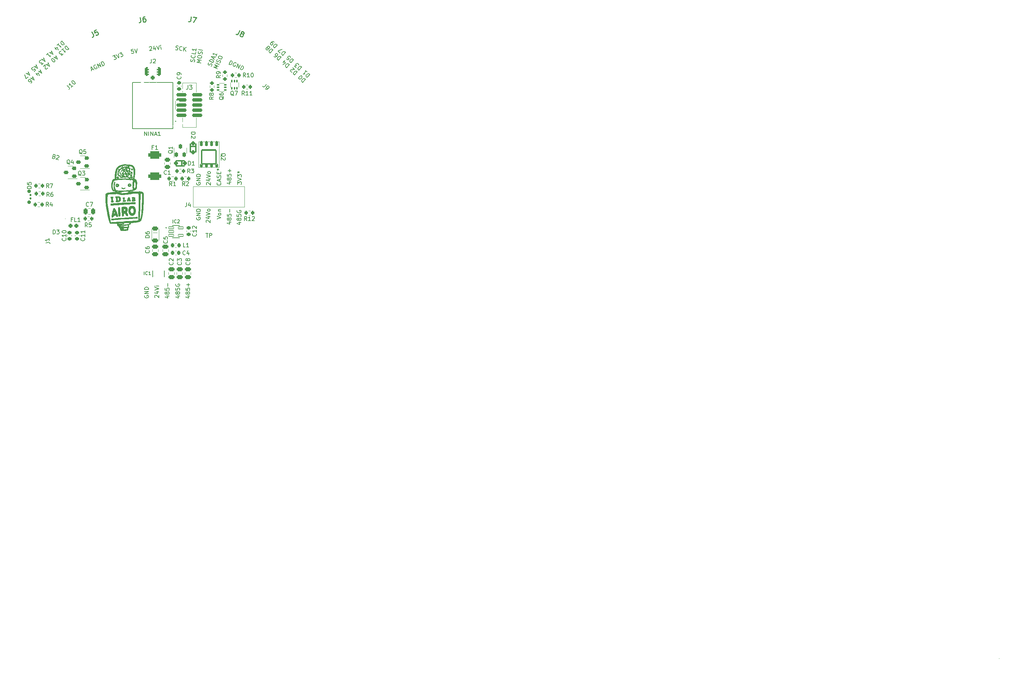
<source format=gto>
G04 #@! TF.GenerationSoftware,KiCad,Pcbnew,7.0.1-3b83917a11~172~ubuntu22.04.1*
G04 #@! TF.CreationDate,2023-08-11T16:57:34+02:00*
G04 #@! TF.ProjectId,io_coupling_MCU_enhanced,696f5f63-6f75-4706-9c69-6e675f4d4355,rev?*
G04 #@! TF.SameCoordinates,Original*
G04 #@! TF.FileFunction,Legend,Top*
G04 #@! TF.FilePolarity,Positive*
%FSLAX46Y46*%
G04 Gerber Fmt 4.6, Leading zero omitted, Abs format (unit mm)*
G04 Created by KiCad (PCBNEW 7.0.1-3b83917a11~172~ubuntu22.04.1) date 2023-08-11 16:57:34*
%MOMM*%
%LPD*%
G01*
G04 APERTURE LIST*
G04 Aperture macros list*
%AMRoundRect*
0 Rectangle with rounded corners*
0 $1 Rounding radius*
0 $2 $3 $4 $5 $6 $7 $8 $9 X,Y pos of 4 corners*
0 Add a 4 corners polygon primitive as box body*
4,1,4,$2,$3,$4,$5,$6,$7,$8,$9,$2,$3,0*
0 Add four circle primitives for the rounded corners*
1,1,$1+$1,$2,$3*
1,1,$1+$1,$4,$5*
1,1,$1+$1,$6,$7*
1,1,$1+$1,$8,$9*
0 Add four rect primitives between the rounded corners*
20,1,$1+$1,$2,$3,$4,$5,0*
20,1,$1+$1,$4,$5,$6,$7,0*
20,1,$1+$1,$6,$7,$8,$9,0*
20,1,$1+$1,$8,$9,$2,$3,0*%
%AMHorizOval*
0 Thick line with rounded ends*
0 $1 width*
0 $2 $3 position (X,Y) of the first rounded end (center of the circle)*
0 $4 $5 position (X,Y) of the second rounded end (center of the circle)*
0 Add line between two ends*
20,1,$1,$2,$3,$4,$5,0*
0 Add two circle primitives to create the rounded ends*
1,1,$1,$2,$3*
1,1,$1,$4,$5*%
%AMRotRect*
0 Rectangle, with rotation*
0 The origin of the aperture is its center*
0 $1 length*
0 $2 width*
0 $3 Rotation angle, in degrees counterclockwise*
0 Add horizontal line*
21,1,$1,$2,0,0,$3*%
G04 Aperture macros list end*
%ADD10C,0.150000*%
%ADD11C,0.004697*%
%ADD12C,0.003024*%
%ADD13C,0.008331*%
%ADD14C,0.003994*%
%ADD15C,0.010021*%
%ADD16C,0.003935*%
%ADD17C,0.025000*%
%ADD18C,0.003446*%
%ADD19C,0.254000*%
%ADD20C,0.120000*%
%ADD21C,0.100000*%
%ADD22C,0.152400*%
%ADD23C,0.200000*%
%ADD24C,0.127000*%
%ADD25C,0.300000*%
%ADD26RoundRect,0.262500X-0.262500X-0.837500X0.262500X-0.837500X0.262500X0.837500X-0.262500X0.837500X0*%
%ADD27RoundRect,0.250000X-0.250000X-0.275000X0.250000X-0.275000X0.250000X0.275000X-0.250000X0.275000X0*%
%ADD28C,2.000000*%
%ADD29RoundRect,0.242500X-0.257500X-0.242500X0.257500X-0.242500X0.257500X0.242500X-0.257500X0.242500X0*%
%ADD30C,1.800000*%
%ADD31RoundRect,0.200000X-1.110000X-0.200000X1.110000X-0.200000X1.110000X0.200000X-1.110000X0.200000X0*%
%ADD32RoundRect,0.200000X0.200000X0.275000X-0.200000X0.275000X-0.200000X-0.275000X0.200000X-0.275000X0*%
%ADD33RoundRect,0.200000X-0.200000X-0.275000X0.200000X-0.275000X0.200000X0.275000X-0.200000X0.275000X0*%
%ADD34RoundRect,0.250000X0.475000X-0.250000X0.475000X0.250000X-0.475000X0.250000X-0.475000X-0.250000X0*%
%ADD35RoundRect,0.225000X0.250000X-0.225000X0.250000X0.225000X-0.250000X0.225000X-0.250000X-0.225000X0*%
%ADD36C,1.950000*%
%ADD37RotRect,1.950000X1.950000X188.057000*%
%ADD38RoundRect,0.200000X0.400000X0.200000X-0.400000X0.200000X-0.400000X-0.200000X0.400000X-0.200000X0*%
%ADD39C,1.500000*%
%ADD40RoundRect,0.225000X-0.250000X0.225000X-0.250000X-0.225000X0.250000X-0.225000X0.250000X0.225000X0*%
%ADD41RotRect,1.950000X1.950000X204.171000*%
%ADD42R,0.620000X1.220000*%
%ADD43RoundRect,0.275000X0.428911X0.179680X-0.300293X0.355070X-0.428911X-0.179680X0.300293X-0.355070X0*%
%ADD44RoundRect,0.250000X0.313224X0.233218X-0.172912X0.350145X-0.313224X-0.233218X0.172912X-0.350145X0*%
%ADD45C,0.500000*%
%ADD46HorizOval,0.500000X0.000000X0.000000X0.000000X0.000000X0*%
%ADD47RoundRect,0.060000X-0.615000X0.240000X-0.615000X-0.240000X0.615000X-0.240000X0.615000X0.240000X0*%
%ADD48RoundRect,0.250000X-0.475000X0.250000X-0.475000X-0.250000X0.475000X-0.250000X0.475000X0.250000X0*%
%ADD49RoundRect,0.225000X-0.225000X-0.250000X0.225000X-0.250000X0.225000X0.250000X-0.225000X0.250000X0*%
%ADD50R,0.700000X0.700000*%
%ADD51R,0.700000X1.150000*%
%ADD52R,1.150000X0.700000*%
%ADD53RoundRect,0.075000X-0.075000X-0.275000X0.075000X-0.275000X0.075000X0.275000X-0.075000X0.275000X0*%
%ADD54RoundRect,0.250000X-0.450000X0.262500X-0.450000X-0.262500X0.450000X-0.262500X0.450000X0.262500X0*%
%ADD55R,0.600000X0.700000*%
%ADD56R,1.000000X0.700000*%
%ADD57RoundRect,0.075000X0.275000X-0.075000X0.275000X0.075000X-0.275000X0.075000X-0.275000X-0.075000X0*%
%ADD58RotRect,1.950000X1.950000X171.943000*%
%ADD59RoundRect,0.200000X0.275000X-0.200000X0.275000X0.200000X-0.275000X0.200000X-0.275000X-0.200000X0*%
%ADD60RoundRect,0.250000X0.250000X0.250000X-0.250000X0.250000X-0.250000X-0.250000X0.250000X-0.250000X0*%
%ADD61RoundRect,0.218750X0.218750X0.256250X-0.218750X0.256250X-0.218750X-0.256250X0.218750X-0.256250X0*%
%ADD62RoundRect,0.152500X-0.152500X0.357500X-0.152500X-0.357500X0.152500X-0.357500X0.152500X0.357500X0*%
%ADD63RoundRect,0.190500X-1.764500X1.714500X-1.764500X-1.714500X1.764500X-1.714500X1.764500X1.714500X0*%
%ADD64RoundRect,0.152500X-0.152500X0.482500X-0.152500X-0.482500X0.152500X-0.482500X0.152500X0.482500X0*%
%ADD65RoundRect,0.445000X1.130000X-0.445000X1.130000X0.445000X-1.130000X0.445000X-1.130000X-0.445000X0*%
%ADD66RoundRect,0.250000X-0.250000X-0.475000X0.250000X-0.475000X0.250000X0.475000X-0.250000X0.475000X0*%
%ADD67RoundRect,0.250000X-0.250000X0.250000X-0.250000X-0.250000X0.250000X-0.250000X0.250000X0.250000X0*%
%ADD68HorizOval,1.100000X0.390988X0.084428X-0.390988X-0.084428X0*%
%ADD69C,1.250000*%
%ADD70RoundRect,0.100000X0.534279X0.013064X0.492065X0.208558X-0.534279X-0.013064X-0.492065X-0.208558X0*%
%ADD71RotRect,1.950000X1.950000X155.828000*%
%ADD72RoundRect,0.250000X0.500000X-0.250000X0.500000X0.250000X-0.500000X0.250000X-0.500000X-0.250000X0*%
%ADD73RoundRect,0.200000X0.200000X-0.400000X0.200000X0.400000X-0.200000X0.400000X-0.200000X-0.400000X0*%
%ADD74RoundRect,0.212500X0.237500X-0.212500X0.237500X0.212500X-0.237500X0.212500X-0.237500X-0.212500X0*%
%ADD75RoundRect,0.112500X0.137500X-0.112500X0.137500X0.112500X-0.137500X0.112500X-0.137500X-0.112500X0*%
%ADD76C,0.350000*%
%ADD77C,0.800000*%
G04 APERTURE END LIST*
D10*
X9514286Y-9062619D02*
X10085714Y-9062619D01*
X9800000Y-10062619D02*
X9800000Y-9062619D01*
X10419048Y-10062619D02*
X10419048Y-9062619D01*
X10419048Y-9062619D02*
X10800000Y-9062619D01*
X10800000Y-9062619D02*
X10895238Y-9110238D01*
X10895238Y-9110238D02*
X10942857Y-9157857D01*
X10942857Y-9157857D02*
X10990476Y-9253095D01*
X10990476Y-9253095D02*
X10990476Y-9395952D01*
X10990476Y-9395952D02*
X10942857Y-9491190D01*
X10942857Y-9491190D02*
X10895238Y-9538809D01*
X10895238Y-9538809D02*
X10800000Y-9586428D01*
X10800000Y-9586428D02*
X10419048Y-9586428D01*
X-3042142Y-24928570D02*
X-3089761Y-24880951D01*
X-3089761Y-24880951D02*
X-3137380Y-24785713D01*
X-3137380Y-24785713D02*
X-3137380Y-24547618D01*
X-3137380Y-24547618D02*
X-3089761Y-24452380D01*
X-3089761Y-24452380D02*
X-3042142Y-24404761D01*
X-3042142Y-24404761D02*
X-2946904Y-24357142D01*
X-2946904Y-24357142D02*
X-2851666Y-24357142D01*
X-2851666Y-24357142D02*
X-2708809Y-24404761D01*
X-2708809Y-24404761D02*
X-2137380Y-24976189D01*
X-2137380Y-24976189D02*
X-2137380Y-24357142D01*
X-2804047Y-23499999D02*
X-2137380Y-23499999D01*
X-3185000Y-23738094D02*
X-2470714Y-23976189D01*
X-2470714Y-23976189D02*
X-2470714Y-23357142D01*
X-3137380Y-23119046D02*
X-2137380Y-22785713D01*
X-2137380Y-22785713D02*
X-3137380Y-22452380D01*
X-2137380Y-22119046D02*
X-2804047Y-22119046D01*
X-3137380Y-22119046D02*
X-3089761Y-22166665D01*
X-3089761Y-22166665D02*
X-3042142Y-22119046D01*
X-3042142Y-22119046D02*
X-3089761Y-22071427D01*
X-3089761Y-22071427D02*
X-3137380Y-22119046D01*
X-3137380Y-22119046D02*
X-3042142Y-22119046D01*
X-5589761Y-24461904D02*
X-5637380Y-24557142D01*
X-5637380Y-24557142D02*
X-5637380Y-24699999D01*
X-5637380Y-24699999D02*
X-5589761Y-24842856D01*
X-5589761Y-24842856D02*
X-5494523Y-24938094D01*
X-5494523Y-24938094D02*
X-5399285Y-24985713D01*
X-5399285Y-24985713D02*
X-5208809Y-25033332D01*
X-5208809Y-25033332D02*
X-5065952Y-25033332D01*
X-5065952Y-25033332D02*
X-4875476Y-24985713D01*
X-4875476Y-24985713D02*
X-4780238Y-24938094D01*
X-4780238Y-24938094D02*
X-4685000Y-24842856D01*
X-4685000Y-24842856D02*
X-4637380Y-24699999D01*
X-4637380Y-24699999D02*
X-4637380Y-24604761D01*
X-4637380Y-24604761D02*
X-4685000Y-24461904D01*
X-4685000Y-24461904D02*
X-4732619Y-24414285D01*
X-4732619Y-24414285D02*
X-5065952Y-24414285D01*
X-5065952Y-24414285D02*
X-5065952Y-24604761D01*
X-4637380Y-23985713D02*
X-5637380Y-23985713D01*
X-5637380Y-23985713D02*
X-4637380Y-23414285D01*
X-4637380Y-23414285D02*
X-5637380Y-23414285D01*
X-4637380Y-22938094D02*
X-5637380Y-22938094D01*
X-5637380Y-22938094D02*
X-5637380Y-22699999D01*
X-5637380Y-22699999D02*
X-5589761Y-22557142D01*
X-5589761Y-22557142D02*
X-5494523Y-22461904D01*
X-5494523Y-22461904D02*
X-5399285Y-22414285D01*
X-5399285Y-22414285D02*
X-5208809Y-22366666D01*
X-5208809Y-22366666D02*
X-5065952Y-22366666D01*
X-5065952Y-22366666D02*
X-4875476Y-22414285D01*
X-4875476Y-22414285D02*
X-4780238Y-22461904D01*
X-4780238Y-22461904D02*
X-4685000Y-22557142D01*
X-4685000Y-22557142D02*
X-4637380Y-22699999D01*
X-4637380Y-22699999D02*
X-4637380Y-22938094D01*
X4895952Y-24580952D02*
X5562619Y-24580952D01*
X4515000Y-24819047D02*
X5229285Y-25057142D01*
X5229285Y-25057142D02*
X5229285Y-24438095D01*
X4991190Y-23914285D02*
X4943571Y-24009523D01*
X4943571Y-24009523D02*
X4895952Y-24057142D01*
X4895952Y-24057142D02*
X4800714Y-24104761D01*
X4800714Y-24104761D02*
X4753095Y-24104761D01*
X4753095Y-24104761D02*
X4657857Y-24057142D01*
X4657857Y-24057142D02*
X4610238Y-24009523D01*
X4610238Y-24009523D02*
X4562619Y-23914285D01*
X4562619Y-23914285D02*
X4562619Y-23723809D01*
X4562619Y-23723809D02*
X4610238Y-23628571D01*
X4610238Y-23628571D02*
X4657857Y-23580952D01*
X4657857Y-23580952D02*
X4753095Y-23533333D01*
X4753095Y-23533333D02*
X4800714Y-23533333D01*
X4800714Y-23533333D02*
X4895952Y-23580952D01*
X4895952Y-23580952D02*
X4943571Y-23628571D01*
X4943571Y-23628571D02*
X4991190Y-23723809D01*
X4991190Y-23723809D02*
X4991190Y-23914285D01*
X4991190Y-23914285D02*
X5038809Y-24009523D01*
X5038809Y-24009523D02*
X5086428Y-24057142D01*
X5086428Y-24057142D02*
X5181666Y-24104761D01*
X5181666Y-24104761D02*
X5372142Y-24104761D01*
X5372142Y-24104761D02*
X5467380Y-24057142D01*
X5467380Y-24057142D02*
X5515000Y-24009523D01*
X5515000Y-24009523D02*
X5562619Y-23914285D01*
X5562619Y-23914285D02*
X5562619Y-23723809D01*
X5562619Y-23723809D02*
X5515000Y-23628571D01*
X5515000Y-23628571D02*
X5467380Y-23580952D01*
X5467380Y-23580952D02*
X5372142Y-23533333D01*
X5372142Y-23533333D02*
X5181666Y-23533333D01*
X5181666Y-23533333D02*
X5086428Y-23580952D01*
X5086428Y-23580952D02*
X5038809Y-23628571D01*
X5038809Y-23628571D02*
X4991190Y-23723809D01*
X4562619Y-22628571D02*
X4562619Y-23104761D01*
X4562619Y-23104761D02*
X5038809Y-23152380D01*
X5038809Y-23152380D02*
X4991190Y-23104761D01*
X4991190Y-23104761D02*
X4943571Y-23009523D01*
X4943571Y-23009523D02*
X4943571Y-22771428D01*
X4943571Y-22771428D02*
X4991190Y-22676190D01*
X4991190Y-22676190D02*
X5038809Y-22628571D01*
X5038809Y-22628571D02*
X5134047Y-22580952D01*
X5134047Y-22580952D02*
X5372142Y-22580952D01*
X5372142Y-22580952D02*
X5467380Y-22628571D01*
X5467380Y-22628571D02*
X5515000Y-22676190D01*
X5515000Y-22676190D02*
X5562619Y-22771428D01*
X5562619Y-22771428D02*
X5562619Y-23009523D01*
X5562619Y-23009523D02*
X5515000Y-23104761D01*
X5515000Y-23104761D02*
X5467380Y-23152380D01*
X5181666Y-22152380D02*
X5181666Y-21390476D01*
X5562619Y-21771428D02*
X4800714Y-21771428D01*
X2395952Y-24561904D02*
X3062619Y-24561904D01*
X2015000Y-24799999D02*
X2729285Y-25038094D01*
X2729285Y-25038094D02*
X2729285Y-24419047D01*
X2491190Y-23895237D02*
X2443571Y-23990475D01*
X2443571Y-23990475D02*
X2395952Y-24038094D01*
X2395952Y-24038094D02*
X2300714Y-24085713D01*
X2300714Y-24085713D02*
X2253095Y-24085713D01*
X2253095Y-24085713D02*
X2157857Y-24038094D01*
X2157857Y-24038094D02*
X2110238Y-23990475D01*
X2110238Y-23990475D02*
X2062619Y-23895237D01*
X2062619Y-23895237D02*
X2062619Y-23704761D01*
X2062619Y-23704761D02*
X2110238Y-23609523D01*
X2110238Y-23609523D02*
X2157857Y-23561904D01*
X2157857Y-23561904D02*
X2253095Y-23514285D01*
X2253095Y-23514285D02*
X2300714Y-23514285D01*
X2300714Y-23514285D02*
X2395952Y-23561904D01*
X2395952Y-23561904D02*
X2443571Y-23609523D01*
X2443571Y-23609523D02*
X2491190Y-23704761D01*
X2491190Y-23704761D02*
X2491190Y-23895237D01*
X2491190Y-23895237D02*
X2538809Y-23990475D01*
X2538809Y-23990475D02*
X2586428Y-24038094D01*
X2586428Y-24038094D02*
X2681666Y-24085713D01*
X2681666Y-24085713D02*
X2872142Y-24085713D01*
X2872142Y-24085713D02*
X2967380Y-24038094D01*
X2967380Y-24038094D02*
X3015000Y-23990475D01*
X3015000Y-23990475D02*
X3062619Y-23895237D01*
X3062619Y-23895237D02*
X3062619Y-23704761D01*
X3062619Y-23704761D02*
X3015000Y-23609523D01*
X3015000Y-23609523D02*
X2967380Y-23561904D01*
X2967380Y-23561904D02*
X2872142Y-23514285D01*
X2872142Y-23514285D02*
X2681666Y-23514285D01*
X2681666Y-23514285D02*
X2586428Y-23561904D01*
X2586428Y-23561904D02*
X2538809Y-23609523D01*
X2538809Y-23609523D02*
X2491190Y-23704761D01*
X2062619Y-22609523D02*
X2062619Y-23085713D01*
X2062619Y-23085713D02*
X2538809Y-23133332D01*
X2538809Y-23133332D02*
X2491190Y-23085713D01*
X2491190Y-23085713D02*
X2443571Y-22990475D01*
X2443571Y-22990475D02*
X2443571Y-22752380D01*
X2443571Y-22752380D02*
X2491190Y-22657142D01*
X2491190Y-22657142D02*
X2538809Y-22609523D01*
X2538809Y-22609523D02*
X2634047Y-22561904D01*
X2634047Y-22561904D02*
X2872142Y-22561904D01*
X2872142Y-22561904D02*
X2967380Y-22609523D01*
X2967380Y-22609523D02*
X3015000Y-22657142D01*
X3015000Y-22657142D02*
X3062619Y-22752380D01*
X3062619Y-22752380D02*
X3062619Y-22990475D01*
X3062619Y-22990475D02*
X3015000Y-23085713D01*
X3015000Y-23085713D02*
X2967380Y-23133332D01*
X2110238Y-21609523D02*
X2062619Y-21704761D01*
X2062619Y-21704761D02*
X2062619Y-21847618D01*
X2062619Y-21847618D02*
X2110238Y-21990475D01*
X2110238Y-21990475D02*
X2205476Y-22085713D01*
X2205476Y-22085713D02*
X2300714Y-22133332D01*
X2300714Y-22133332D02*
X2491190Y-22180951D01*
X2491190Y-22180951D02*
X2634047Y-22180951D01*
X2634047Y-22180951D02*
X2824523Y-22133332D01*
X2824523Y-22133332D02*
X2919761Y-22085713D01*
X2919761Y-22085713D02*
X3015000Y-21990475D01*
X3015000Y-21990475D02*
X3062619Y-21847618D01*
X3062619Y-21847618D02*
X3062619Y-21752380D01*
X3062619Y-21752380D02*
X3015000Y-21609523D01*
X3015000Y-21609523D02*
X2967380Y-21561904D01*
X2967380Y-21561904D02*
X2634047Y-21561904D01*
X2634047Y-21561904D02*
X2634047Y-21752380D01*
X-204047Y-24580952D02*
X462619Y-24580952D01*
X-585000Y-24819047D02*
X129285Y-25057142D01*
X129285Y-25057142D02*
X129285Y-24438095D01*
X-108809Y-23914285D02*
X-156428Y-24009523D01*
X-156428Y-24009523D02*
X-204047Y-24057142D01*
X-204047Y-24057142D02*
X-299285Y-24104761D01*
X-299285Y-24104761D02*
X-346904Y-24104761D01*
X-346904Y-24104761D02*
X-442142Y-24057142D01*
X-442142Y-24057142D02*
X-489761Y-24009523D01*
X-489761Y-24009523D02*
X-537380Y-23914285D01*
X-537380Y-23914285D02*
X-537380Y-23723809D01*
X-537380Y-23723809D02*
X-489761Y-23628571D01*
X-489761Y-23628571D02*
X-442142Y-23580952D01*
X-442142Y-23580952D02*
X-346904Y-23533333D01*
X-346904Y-23533333D02*
X-299285Y-23533333D01*
X-299285Y-23533333D02*
X-204047Y-23580952D01*
X-204047Y-23580952D02*
X-156428Y-23628571D01*
X-156428Y-23628571D02*
X-108809Y-23723809D01*
X-108809Y-23723809D02*
X-108809Y-23914285D01*
X-108809Y-23914285D02*
X-61190Y-24009523D01*
X-61190Y-24009523D02*
X-13571Y-24057142D01*
X-13571Y-24057142D02*
X81666Y-24104761D01*
X81666Y-24104761D02*
X272142Y-24104761D01*
X272142Y-24104761D02*
X367380Y-24057142D01*
X367380Y-24057142D02*
X415000Y-24009523D01*
X415000Y-24009523D02*
X462619Y-23914285D01*
X462619Y-23914285D02*
X462619Y-23723809D01*
X462619Y-23723809D02*
X415000Y-23628571D01*
X415000Y-23628571D02*
X367380Y-23580952D01*
X367380Y-23580952D02*
X272142Y-23533333D01*
X272142Y-23533333D02*
X81666Y-23533333D01*
X81666Y-23533333D02*
X-13571Y-23580952D01*
X-13571Y-23580952D02*
X-61190Y-23628571D01*
X-61190Y-23628571D02*
X-108809Y-23723809D01*
X-537380Y-22628571D02*
X-537380Y-23104761D01*
X-537380Y-23104761D02*
X-61190Y-23152380D01*
X-61190Y-23152380D02*
X-108809Y-23104761D01*
X-108809Y-23104761D02*
X-156428Y-23009523D01*
X-156428Y-23009523D02*
X-156428Y-22771428D01*
X-156428Y-22771428D02*
X-108809Y-22676190D01*
X-108809Y-22676190D02*
X-61190Y-22628571D01*
X-61190Y-22628571D02*
X34047Y-22580952D01*
X34047Y-22580952D02*
X272142Y-22580952D01*
X272142Y-22580952D02*
X367380Y-22628571D01*
X367380Y-22628571D02*
X415000Y-22676190D01*
X415000Y-22676190D02*
X462619Y-22771428D01*
X462619Y-22771428D02*
X462619Y-23009523D01*
X462619Y-23009523D02*
X415000Y-23104761D01*
X415000Y-23104761D02*
X367380Y-23152380D01*
X81666Y-22152380D02*
X81666Y-21390476D01*
D11*
X-7931109Y-1572905D02*
X-7945201Y-1774895D01*
X-8508879Y-1807774D01*
X-10176424Y-1892329D01*
X-11348401Y-1955151D01*
X-12619022Y-2028546D01*
X-13141817Y-2059956D01*
X-13574336Y-2082562D01*
X-13742843Y-2090012D01*
X-13872101Y-2094599D01*
X-13956551Y-2096104D01*
X-13980236Y-2095631D01*
X-13990634Y-2094304D01*
X-13992808Y-2093165D01*
X-13994926Y-2091516D01*
X-13998992Y-2086747D01*
X-14002823Y-2080105D01*
X-14006414Y-2071702D01*
X-14009757Y-2061647D01*
X-14012845Y-2050050D01*
X-14015672Y-2037023D01*
X-14018230Y-2022674D01*
X-14020514Y-2007114D01*
X-14022515Y-1990453D01*
X-14025643Y-1954268D01*
X-14027561Y-1915001D01*
X-14028212Y-1873533D01*
X-14028212Y-1671547D01*
X-12957228Y-1610483D01*
X-11838682Y-1545306D01*
X-10646153Y-1469563D01*
X-10646152Y-1469563D01*
X-10103833Y-1436462D01*
X-9548743Y-1409087D01*
X-9045618Y-1389638D01*
X-8659190Y-1380319D01*
X-7917015Y-1375625D01*
X-7931109Y-1572905D01*
G36*
X-7931109Y-1572905D02*
G01*
X-7945201Y-1774895D01*
X-8508879Y-1807774D01*
X-10176424Y-1892329D01*
X-11348401Y-1955151D01*
X-12619022Y-2028546D01*
X-13141817Y-2059956D01*
X-13574336Y-2082562D01*
X-13742843Y-2090012D01*
X-13872101Y-2094599D01*
X-13956551Y-2096104D01*
X-13980236Y-2095631D01*
X-13990634Y-2094304D01*
X-13992808Y-2093165D01*
X-13994926Y-2091516D01*
X-13998992Y-2086747D01*
X-14002823Y-2080105D01*
X-14006414Y-2071702D01*
X-14009757Y-2061647D01*
X-14012845Y-2050050D01*
X-14015672Y-2037023D01*
X-14018230Y-2022674D01*
X-14020514Y-2007114D01*
X-14022515Y-1990453D01*
X-14025643Y-1954268D01*
X-14027561Y-1915001D01*
X-14028212Y-1873533D01*
X-14028212Y-1671547D01*
X-12957228Y-1610483D01*
X-11838682Y-1545306D01*
X-10646153Y-1469563D01*
X-10646152Y-1469563D01*
X-10103833Y-1436462D01*
X-9548743Y-1409087D01*
X-9045618Y-1389638D01*
X-8659190Y-1380319D01*
X-7917015Y-1375625D01*
X-7931109Y-1572905D01*
G37*
D12*
X-12007320Y6877559D02*
X-11999283Y6876670D01*
X-11988428Y6875349D01*
X-11978522Y6873611D01*
X-11969520Y6871395D01*
X-11965344Y6870088D01*
X-11961378Y6868638D01*
X-11957615Y6867037D01*
X-11954051Y6865278D01*
X-11950679Y6863353D01*
X-11947495Y6861253D01*
X-11944492Y6858972D01*
X-11941665Y6856502D01*
X-11939009Y6853834D01*
X-11936518Y6850962D01*
X-11934186Y6847877D01*
X-11932009Y6844571D01*
X-11929980Y6841037D01*
X-11928093Y6837267D01*
X-11926345Y6833254D01*
X-11924728Y6828989D01*
X-11921867Y6819673D01*
X-11919467Y6809259D01*
X-11917483Y6797684D01*
X-11915872Y6784886D01*
X-11914589Y6770803D01*
X-11913143Y6755721D01*
X-11912243Y6742162D01*
X-11911936Y6730021D01*
X-11912021Y6724449D01*
X-11912272Y6719192D01*
X-11912696Y6714236D01*
X-11913299Y6709568D01*
X-11914087Y6705174D01*
X-11915066Y6701043D01*
X-11916243Y6697159D01*
X-11917622Y6693510D01*
X-11919211Y6690083D01*
X-11921015Y6686864D01*
X-11923041Y6683839D01*
X-11925295Y6680997D01*
X-11927782Y6678323D01*
X-11930509Y6675804D01*
X-11933482Y6673427D01*
X-11936708Y6671178D01*
X-11940191Y6669045D01*
X-11943938Y6667013D01*
X-11947956Y6665070D01*
X-11952250Y6663203D01*
X-11961691Y6659641D01*
X-11972312Y6656221D01*
X-11984159Y6652836D01*
X-11996499Y6650206D01*
X-12008550Y6648530D01*
X-12020285Y6647767D01*
X-12031682Y6647879D01*
X-12042715Y6648827D01*
X-12053360Y6650570D01*
X-12063594Y6653069D01*
X-12073391Y6656286D01*
X-12082727Y6660181D01*
X-12091578Y6664714D01*
X-12099919Y6669847D01*
X-12107727Y6675540D01*
X-12114976Y6681753D01*
X-12121643Y6688447D01*
X-12127702Y6695584D01*
X-12133130Y6703123D01*
X-12137903Y6711025D01*
X-12141995Y6719252D01*
X-12145383Y6727763D01*
X-12148042Y6736520D01*
X-12149947Y6745482D01*
X-12151075Y6754612D01*
X-12151401Y6763868D01*
X-12150901Y6773213D01*
X-12149550Y6782607D01*
X-12147324Y6792010D01*
X-12144198Y6801383D01*
X-12140149Y6810686D01*
X-12135151Y6819882D01*
X-12129181Y6828929D01*
X-12122214Y6837790D01*
X-12114225Y6846423D01*
X-12114226Y6846423D01*
X-12109911Y6850318D01*
X-12104945Y6854049D01*
X-12099385Y6857594D01*
X-12093289Y6860931D01*
X-12086714Y6864037D01*
X-12079718Y6866891D01*
X-12072359Y6869470D01*
X-12064695Y6871753D01*
X-12056782Y6873716D01*
X-12048678Y6875339D01*
X-12040442Y6876598D01*
X-12032130Y6877472D01*
X-12023801Y6877938D01*
X-12015512Y6877974D01*
X-12007320Y6877559D01*
G36*
X-12007320Y6877559D02*
G01*
X-11999283Y6876670D01*
X-11988428Y6875349D01*
X-11978522Y6873611D01*
X-11969520Y6871395D01*
X-11965344Y6870088D01*
X-11961378Y6868638D01*
X-11957615Y6867037D01*
X-11954051Y6865278D01*
X-11950679Y6863353D01*
X-11947495Y6861253D01*
X-11944492Y6858972D01*
X-11941665Y6856502D01*
X-11939009Y6853834D01*
X-11936518Y6850962D01*
X-11934186Y6847877D01*
X-11932009Y6844571D01*
X-11929980Y6841037D01*
X-11928093Y6837267D01*
X-11926345Y6833254D01*
X-11924728Y6828989D01*
X-11921867Y6819673D01*
X-11919467Y6809259D01*
X-11917483Y6797684D01*
X-11915872Y6784886D01*
X-11914589Y6770803D01*
X-11913143Y6755721D01*
X-11912243Y6742162D01*
X-11911936Y6730021D01*
X-11912021Y6724449D01*
X-11912272Y6719192D01*
X-11912696Y6714236D01*
X-11913299Y6709568D01*
X-11914087Y6705174D01*
X-11915066Y6701043D01*
X-11916243Y6697159D01*
X-11917622Y6693510D01*
X-11919211Y6690083D01*
X-11921015Y6686864D01*
X-11923041Y6683839D01*
X-11925295Y6680997D01*
X-11927782Y6678323D01*
X-11930509Y6675804D01*
X-11933482Y6673427D01*
X-11936708Y6671178D01*
X-11940191Y6669045D01*
X-11943938Y6667013D01*
X-11947956Y6665070D01*
X-11952250Y6663203D01*
X-11961691Y6659641D01*
X-11972312Y6656221D01*
X-11984159Y6652836D01*
X-11996499Y6650206D01*
X-12008550Y6648530D01*
X-12020285Y6647767D01*
X-12031682Y6647879D01*
X-12042715Y6648827D01*
X-12053360Y6650570D01*
X-12063594Y6653069D01*
X-12073391Y6656286D01*
X-12082727Y6660181D01*
X-12091578Y6664714D01*
X-12099919Y6669847D01*
X-12107727Y6675540D01*
X-12114976Y6681753D01*
X-12121643Y6688447D01*
X-12127702Y6695584D01*
X-12133130Y6703123D01*
X-12137903Y6711025D01*
X-12141995Y6719252D01*
X-12145383Y6727763D01*
X-12148042Y6736520D01*
X-12149947Y6745482D01*
X-12151075Y6754612D01*
X-12151401Y6763868D01*
X-12150901Y6773213D01*
X-12149550Y6782607D01*
X-12147324Y6792010D01*
X-12144198Y6801383D01*
X-12140149Y6810686D01*
X-12135151Y6819882D01*
X-12129181Y6828929D01*
X-12122214Y6837790D01*
X-12114225Y6846423D01*
X-12114226Y6846423D01*
X-12109911Y6850318D01*
X-12104945Y6854049D01*
X-12099385Y6857594D01*
X-12093289Y6860931D01*
X-12086714Y6864037D01*
X-12079718Y6866891D01*
X-12072359Y6869470D01*
X-12064695Y6871753D01*
X-12056782Y6873716D01*
X-12048678Y6875339D01*
X-12040442Y6876598D01*
X-12032130Y6877472D01*
X-12023801Y6877938D01*
X-12015512Y6877974D01*
X-12007320Y6877559D01*
G37*
D10*
X205740001Y-114300000D02*
G75*
G03*
X205740001Y-114300000I-1J0D01*
G01*
D13*
X-9623336Y-3421005D02*
X-9176213Y-3421005D01*
X-9175071Y-3468382D01*
X-9171704Y-3514458D01*
X-9166198Y-3559164D01*
X-9158643Y-3602433D01*
X-9149124Y-3644194D01*
X-9137731Y-3684380D01*
X-9124550Y-3722923D01*
X-9109669Y-3759752D01*
X-9093175Y-3794800D01*
X-9075157Y-3827998D01*
X-9055701Y-3859277D01*
X-9034895Y-3888569D01*
X-9012828Y-3915804D01*
X-8989585Y-3940916D01*
X-8965256Y-3963834D01*
X-8939927Y-3984490D01*
X-8913687Y-4002815D01*
X-8886622Y-4018741D01*
X-8858820Y-4032200D01*
X-8830369Y-4043122D01*
X-8801357Y-4051438D01*
X-8771870Y-4057081D01*
X-8741997Y-4059982D01*
X-8711826Y-4060071D01*
X-8681443Y-4057281D01*
X-8650936Y-4051542D01*
X-8620393Y-4042787D01*
X-8589901Y-4030945D01*
X-8559549Y-4015950D01*
X-8529423Y-3997731D01*
X-8499611Y-3976221D01*
X-8470201Y-3951350D01*
X-8453676Y-3934580D01*
X-8438259Y-3915242D01*
X-8423950Y-3893499D01*
X-8410744Y-3869516D01*
X-8398638Y-3843458D01*
X-8387631Y-3815487D01*
X-8368901Y-3754466D01*
X-8354530Y-3687765D01*
X-8344495Y-3616699D01*
X-8338776Y-3542579D01*
X-8337348Y-3466718D01*
X-8340192Y-3390428D01*
X-8347283Y-3315023D01*
X-8358600Y-3241814D01*
X-8374120Y-3172115D01*
X-8393822Y-3107239D01*
X-8417683Y-3048497D01*
X-8431166Y-3021837D01*
X-8445680Y-2997203D01*
X-8461223Y-2974758D01*
X-8477792Y-2954668D01*
X-8506513Y-2925539D01*
X-8535678Y-2899832D01*
X-8565199Y-2877487D01*
X-8594987Y-2858443D01*
X-8624953Y-2842641D01*
X-8655008Y-2830020D01*
X-8685062Y-2820520D01*
X-8715028Y-2814080D01*
X-8744816Y-2810641D01*
X-8774337Y-2810142D01*
X-8803502Y-2812523D01*
X-8832222Y-2817723D01*
X-8860409Y-2825682D01*
X-8887973Y-2836340D01*
X-8914825Y-2849637D01*
X-8940876Y-2865513D01*
X-8966038Y-2883906D01*
X-8990221Y-2904758D01*
X-9013337Y-2928007D01*
X-9035296Y-2953593D01*
X-9056009Y-2981457D01*
X-9075388Y-3011537D01*
X-9093344Y-3043774D01*
X-9109787Y-3078107D01*
X-9124629Y-3114476D01*
X-9137781Y-3152821D01*
X-9149153Y-3193081D01*
X-9158658Y-3235197D01*
X-9166205Y-3279107D01*
X-9171706Y-3324752D01*
X-9175071Y-3372071D01*
X-9176213Y-3421005D01*
X-9623336Y-3421005D01*
X-9624116Y-3387859D01*
X-9623223Y-3290070D01*
X-9619105Y-3193820D01*
X-9611740Y-3100330D01*
X-9601105Y-3010819D01*
X-9587179Y-2926504D01*
X-9569938Y-2848605D01*
X-9549362Y-2778340D01*
X-9525427Y-2716930D01*
X-9514599Y-2694244D01*
X-9502147Y-2670888D01*
X-9488228Y-2647051D01*
X-9472996Y-2622919D01*
X-9456608Y-2598679D01*
X-9439219Y-2574520D01*
X-9420985Y-2550629D01*
X-9402062Y-2527194D01*
X-9382605Y-2504401D01*
X-9362769Y-2482439D01*
X-9342712Y-2461495D01*
X-9322588Y-2441756D01*
X-9302553Y-2423410D01*
X-9282762Y-2406644D01*
X-9263372Y-2391647D01*
X-9244538Y-2378605D01*
X-9244538Y-2378595D01*
X-9200525Y-2352670D01*
X-9151497Y-2329785D01*
X-9098133Y-2309981D01*
X-9041109Y-2293298D01*
X-8981106Y-2279777D01*
X-8918800Y-2269456D01*
X-8854871Y-2262378D01*
X-8789996Y-2258580D01*
X-8724855Y-2258105D01*
X-8660125Y-2260991D01*
X-8596484Y-2267280D01*
X-8534612Y-2277011D01*
X-8475186Y-2290225D01*
X-8418885Y-2306961D01*
X-8366387Y-2327260D01*
X-8318371Y-2351162D01*
X-8275229Y-2377717D01*
X-8234078Y-2409191D01*
X-8194951Y-2445306D01*
X-8157881Y-2485785D01*
X-8122901Y-2530348D01*
X-8090046Y-2578719D01*
X-8059348Y-2630619D01*
X-8030841Y-2685771D01*
X-7980532Y-2804717D01*
X-7939387Y-2933334D01*
X-7907671Y-3069398D01*
X-7885653Y-3210686D01*
X-7873598Y-3354974D01*
X-7871774Y-3500040D01*
X-7880448Y-3643658D01*
X-7899887Y-3783607D01*
X-7930357Y-3917662D01*
X-7949812Y-3981784D01*
X-7972125Y-4043600D01*
X-7997330Y-4102830D01*
X-8025459Y-4159198D01*
X-8056546Y-4212424D01*
X-8090625Y-4262232D01*
X-8129364Y-4310938D01*
X-8170039Y-4355916D01*
X-8212493Y-4397186D01*
X-8256571Y-4434771D01*
X-8302116Y-4468693D01*
X-8348974Y-4498973D01*
X-8396988Y-4525634D01*
X-8446003Y-4548696D01*
X-8495863Y-4568182D01*
X-8546413Y-4584113D01*
X-8597496Y-4596512D01*
X-8648958Y-4605399D01*
X-8700642Y-4610797D01*
X-8752393Y-4612728D01*
X-8804055Y-4611213D01*
X-8855472Y-4606274D01*
X-8906489Y-4597933D01*
X-8956949Y-4586212D01*
X-9006699Y-4571132D01*
X-9055580Y-4552715D01*
X-9103439Y-4530983D01*
X-9150119Y-4505957D01*
X-9195464Y-4477660D01*
X-9239319Y-4446114D01*
X-9281529Y-4411339D01*
X-9321937Y-4373358D01*
X-9360388Y-4332193D01*
X-9396725Y-4287865D01*
X-9430795Y-4240396D01*
X-9462440Y-4189808D01*
X-9491505Y-4136123D01*
X-9517834Y-4079362D01*
X-9541940Y-4013129D01*
X-9562998Y-3938686D01*
X-9580987Y-3857251D01*
X-9595885Y-3770043D01*
X-9607669Y-3678281D01*
X-9616317Y-3583184D01*
X-9621807Y-3485970D01*
X-9623336Y-3421005D01*
G36*
X-9623336Y-3421005D02*
G01*
X-9176213Y-3421005D01*
X-9175071Y-3468382D01*
X-9171704Y-3514458D01*
X-9166198Y-3559164D01*
X-9158643Y-3602433D01*
X-9149124Y-3644194D01*
X-9137731Y-3684380D01*
X-9124550Y-3722923D01*
X-9109669Y-3759752D01*
X-9093175Y-3794800D01*
X-9075157Y-3827998D01*
X-9055701Y-3859277D01*
X-9034895Y-3888569D01*
X-9012828Y-3915804D01*
X-8989585Y-3940916D01*
X-8965256Y-3963834D01*
X-8939927Y-3984490D01*
X-8913687Y-4002815D01*
X-8886622Y-4018741D01*
X-8858820Y-4032200D01*
X-8830369Y-4043122D01*
X-8801357Y-4051438D01*
X-8771870Y-4057081D01*
X-8741997Y-4059982D01*
X-8711826Y-4060071D01*
X-8681443Y-4057281D01*
X-8650936Y-4051542D01*
X-8620393Y-4042787D01*
X-8589901Y-4030945D01*
X-8559549Y-4015950D01*
X-8529423Y-3997731D01*
X-8499611Y-3976221D01*
X-8470201Y-3951350D01*
X-8453676Y-3934580D01*
X-8438259Y-3915242D01*
X-8423950Y-3893499D01*
X-8410744Y-3869516D01*
X-8398638Y-3843458D01*
X-8387631Y-3815487D01*
X-8368901Y-3754466D01*
X-8354530Y-3687765D01*
X-8344495Y-3616699D01*
X-8338776Y-3542579D01*
X-8337348Y-3466718D01*
X-8340192Y-3390428D01*
X-8347283Y-3315023D01*
X-8358600Y-3241814D01*
X-8374120Y-3172115D01*
X-8393822Y-3107239D01*
X-8417683Y-3048497D01*
X-8431166Y-3021837D01*
X-8445680Y-2997203D01*
X-8461223Y-2974758D01*
X-8477792Y-2954668D01*
X-8506513Y-2925539D01*
X-8535678Y-2899832D01*
X-8565199Y-2877487D01*
X-8594987Y-2858443D01*
X-8624953Y-2842641D01*
X-8655008Y-2830020D01*
X-8685062Y-2820520D01*
X-8715028Y-2814080D01*
X-8744816Y-2810641D01*
X-8774337Y-2810142D01*
X-8803502Y-2812523D01*
X-8832222Y-2817723D01*
X-8860409Y-2825682D01*
X-8887973Y-2836340D01*
X-8914825Y-2849637D01*
X-8940876Y-2865513D01*
X-8966038Y-2883906D01*
X-8990221Y-2904758D01*
X-9013337Y-2928007D01*
X-9035296Y-2953593D01*
X-9056009Y-2981457D01*
X-9075388Y-3011537D01*
X-9093344Y-3043774D01*
X-9109787Y-3078107D01*
X-9124629Y-3114476D01*
X-9137781Y-3152821D01*
X-9149153Y-3193081D01*
X-9158658Y-3235197D01*
X-9166205Y-3279107D01*
X-9171706Y-3324752D01*
X-9175071Y-3372071D01*
X-9176213Y-3421005D01*
X-9623336Y-3421005D01*
X-9624116Y-3387859D01*
X-9623223Y-3290070D01*
X-9619105Y-3193820D01*
X-9611740Y-3100330D01*
X-9601105Y-3010819D01*
X-9587179Y-2926504D01*
X-9569938Y-2848605D01*
X-9549362Y-2778340D01*
X-9525427Y-2716930D01*
X-9514599Y-2694244D01*
X-9502147Y-2670888D01*
X-9488228Y-2647051D01*
X-9472996Y-2622919D01*
X-9456608Y-2598679D01*
X-9439219Y-2574520D01*
X-9420985Y-2550629D01*
X-9402062Y-2527194D01*
X-9382605Y-2504401D01*
X-9362769Y-2482439D01*
X-9342712Y-2461495D01*
X-9322588Y-2441756D01*
X-9302553Y-2423410D01*
X-9282762Y-2406644D01*
X-9263372Y-2391647D01*
X-9244538Y-2378605D01*
X-9244538Y-2378595D01*
X-9200525Y-2352670D01*
X-9151497Y-2329785D01*
X-9098133Y-2309981D01*
X-9041109Y-2293298D01*
X-8981106Y-2279777D01*
X-8918800Y-2269456D01*
X-8854871Y-2262378D01*
X-8789996Y-2258580D01*
X-8724855Y-2258105D01*
X-8660125Y-2260991D01*
X-8596484Y-2267280D01*
X-8534612Y-2277011D01*
X-8475186Y-2290225D01*
X-8418885Y-2306961D01*
X-8366387Y-2327260D01*
X-8318371Y-2351162D01*
X-8275229Y-2377717D01*
X-8234078Y-2409191D01*
X-8194951Y-2445306D01*
X-8157881Y-2485785D01*
X-8122901Y-2530348D01*
X-8090046Y-2578719D01*
X-8059348Y-2630619D01*
X-8030841Y-2685771D01*
X-7980532Y-2804717D01*
X-7939387Y-2933334D01*
X-7907671Y-3069398D01*
X-7885653Y-3210686D01*
X-7873598Y-3354974D01*
X-7871774Y-3500040D01*
X-7880448Y-3643658D01*
X-7899887Y-3783607D01*
X-7930357Y-3917662D01*
X-7949812Y-3981784D01*
X-7972125Y-4043600D01*
X-7997330Y-4102830D01*
X-8025459Y-4159198D01*
X-8056546Y-4212424D01*
X-8090625Y-4262232D01*
X-8129364Y-4310938D01*
X-8170039Y-4355916D01*
X-8212493Y-4397186D01*
X-8256571Y-4434771D01*
X-8302116Y-4468693D01*
X-8348974Y-4498973D01*
X-8396988Y-4525634D01*
X-8446003Y-4548696D01*
X-8495863Y-4568182D01*
X-8546413Y-4584113D01*
X-8597496Y-4596512D01*
X-8648958Y-4605399D01*
X-8700642Y-4610797D01*
X-8752393Y-4612728D01*
X-8804055Y-4611213D01*
X-8855472Y-4606274D01*
X-8906489Y-4597933D01*
X-8956949Y-4586212D01*
X-9006699Y-4571132D01*
X-9055580Y-4552715D01*
X-9103439Y-4530983D01*
X-9150119Y-4505957D01*
X-9195464Y-4477660D01*
X-9239319Y-4446114D01*
X-9281529Y-4411339D01*
X-9321937Y-4373358D01*
X-9360388Y-4332193D01*
X-9396725Y-4287865D01*
X-9430795Y-4240396D01*
X-9462440Y-4189808D01*
X-9491505Y-4136123D01*
X-9517834Y-4079362D01*
X-9541940Y-4013129D01*
X-9562998Y-3938686D01*
X-9580987Y-3857251D01*
X-9595885Y-3770043D01*
X-9607669Y-3678281D01*
X-9616317Y-3583184D01*
X-9621807Y-3485970D01*
X-9623336Y-3421005D01*
G37*
D14*
X-9777479Y2947066D02*
X-9468507Y2947066D01*
X-9468287Y2938729D01*
X-9467631Y2930502D01*
X-9466552Y2922395D01*
X-9465058Y2914418D01*
X-9463161Y2906580D01*
X-9460872Y2898893D01*
X-9458201Y2891366D01*
X-9455159Y2884009D01*
X-9451757Y2876833D01*
X-9448005Y2869848D01*
X-9443914Y2863064D01*
X-9439494Y2856491D01*
X-9434757Y2850138D01*
X-9429712Y2844018D01*
X-9424372Y2838138D01*
X-9418745Y2832511D01*
X-9412844Y2827145D01*
X-9406678Y2822051D01*
X-9400258Y2817239D01*
X-9393595Y2812720D01*
X-9386700Y2808502D01*
X-9379583Y2804598D01*
X-9372255Y2801016D01*
X-9364727Y2797767D01*
X-9357008Y2794860D01*
X-9349111Y2792307D01*
X-9341046Y2790118D01*
X-9332822Y2788301D01*
X-9324452Y2786869D01*
X-9315945Y2785830D01*
X-9307312Y2785195D01*
X-9298565Y2784974D01*
X-9289923Y2785108D01*
X-9281612Y2785515D01*
X-9273628Y2786194D01*
X-9265966Y2787144D01*
X-9258624Y2788365D01*
X-9251597Y2789856D01*
X-9244882Y2791617D01*
X-9238475Y2793646D01*
X-9232373Y2795943D01*
X-9226572Y2798508D01*
X-9221068Y2801338D01*
X-9215857Y2804435D01*
X-9210937Y2807797D01*
X-9206302Y2811424D01*
X-9201951Y2815314D01*
X-9197878Y2819467D01*
X-9194080Y2823883D01*
X-9190554Y2828560D01*
X-9187296Y2833499D01*
X-9184303Y2838697D01*
X-9181569Y2844156D01*
X-9179093Y2849873D01*
X-9176870Y2855849D01*
X-9174897Y2862082D01*
X-9173169Y2868572D01*
X-9171684Y2875318D01*
X-9169426Y2889576D01*
X-9168094Y2904850D01*
X-9167657Y2921136D01*
X-9168169Y2937684D01*
X-9169715Y2953704D01*
X-9170879Y2961493D01*
X-9172305Y2969121D01*
X-9173994Y2976581D01*
X-9175948Y2983862D01*
X-9178167Y2990954D01*
X-9180653Y2997850D01*
X-9183407Y3004539D01*
X-9186430Y3011013D01*
X-9189724Y3017261D01*
X-9193290Y3023275D01*
X-9197128Y3029045D01*
X-9201241Y3034562D01*
X-9205628Y3039817D01*
X-9210292Y3044800D01*
X-9215234Y3049503D01*
X-9220455Y3053915D01*
X-9225956Y3058027D01*
X-9231738Y3061831D01*
X-9237802Y3065317D01*
X-9244151Y3068475D01*
X-9250784Y3071296D01*
X-9257703Y3073772D01*
X-9264909Y3075892D01*
X-9272404Y3077648D01*
X-9280189Y3079029D01*
X-9288264Y3080028D01*
X-9296632Y3080633D01*
X-9305292Y3080837D01*
X-9322596Y3080307D01*
X-9331012Y3079654D01*
X-9339260Y3078741D01*
X-9347330Y3077568D01*
X-9355216Y3076135D01*
X-9362910Y3074443D01*
X-9370401Y3072490D01*
X-9377684Y3070277D01*
X-9384748Y3067803D01*
X-9391587Y3065069D01*
X-9398192Y3062073D01*
X-9404555Y3058817D01*
X-9410667Y3055299D01*
X-9416521Y3051520D01*
X-9422107Y3047478D01*
X-9427419Y3043175D01*
X-9432448Y3038610D01*
X-9437184Y3033783D01*
X-9441622Y3028693D01*
X-9445751Y3023340D01*
X-9449564Y3017724D01*
X-9453053Y3011845D01*
X-9456210Y3005703D01*
X-9459026Y2999298D01*
X-9461493Y2992629D01*
X-9463602Y2985696D01*
X-9465347Y2978499D01*
X-9466718Y2971037D01*
X-9467707Y2963311D01*
X-9468306Y2955321D01*
X-9468507Y2947066D01*
X-9777479Y2947066D01*
X-9775783Y2960015D01*
X-9772627Y2977181D01*
X-9768586Y2994161D01*
X-9763661Y3010927D01*
X-9757854Y3027452D01*
X-9751166Y3043709D01*
X-9743599Y3059671D01*
X-9735154Y3075311D01*
X-9725833Y3090601D01*
X-9715638Y3105515D01*
X-9704569Y3120025D01*
X-9692628Y3134105D01*
X-9679817Y3147727D01*
X-9666136Y3160864D01*
X-9651589Y3173489D01*
X-9635030Y3186776D01*
X-9618143Y3199115D01*
X-9600955Y3210509D01*
X-9583494Y3220964D01*
X-9565788Y3230483D01*
X-9547864Y3239070D01*
X-9529749Y3246731D01*
X-9511473Y3253469D01*
X-9493061Y3259288D01*
X-9474542Y3264193D01*
X-9455943Y3268189D01*
X-9437292Y3271278D01*
X-9418616Y3273467D01*
X-9399944Y3274758D01*
X-9381302Y3275157D01*
X-9362719Y3274667D01*
X-9338958Y3272737D01*
X-9315401Y3269350D01*
X-9292108Y3264514D01*
X-9269139Y3258236D01*
X-9246552Y3250525D01*
X-9224408Y3241390D01*
X-9202766Y3230838D01*
X-9181686Y3218879D01*
X-9161226Y3205519D01*
X-9141448Y3190768D01*
X-9122410Y3174634D01*
X-9113187Y3166050D01*
X-9104172Y3157124D01*
X-9095371Y3147856D01*
X-9086793Y3138248D01*
X-9078444Y3128300D01*
X-9070333Y3118013D01*
X-9062467Y3107389D01*
X-9054852Y3096428D01*
X-9047497Y3085131D01*
X-9040409Y3073500D01*
X-9027551Y3050173D01*
X-9016666Y3026672D01*
X-9007712Y3003057D01*
X-9000649Y2979388D01*
X-8995435Y2955725D01*
X-8992030Y2932129D01*
X-8990393Y2908659D01*
X-8990482Y2885374D01*
X-8992256Y2862336D01*
X-8995675Y2839603D01*
X-9000698Y2817237D01*
X-9007283Y2795296D01*
X-9015390Y2773841D01*
X-9024977Y2752932D01*
X-9036004Y2732628D01*
X-9048430Y2712991D01*
X-9062213Y2694078D01*
X-9077313Y2675952D01*
X-9093689Y2658671D01*
X-9111299Y2642296D01*
X-9130103Y2626886D01*
X-9150060Y2612501D01*
X-9171129Y2599202D01*
X-9193268Y2587048D01*
X-9216437Y2576100D01*
X-9240595Y2566416D01*
X-9265701Y2558058D01*
X-9291713Y2551086D01*
X-9318591Y2545558D01*
X-9346295Y2541535D01*
X-9374782Y2539078D01*
X-9404011Y2538245D01*
X-9430587Y2538491D01*
X-9455012Y2539279D01*
X-9477482Y2540686D01*
X-9498189Y2542787D01*
X-9517327Y2545660D01*
X-9526367Y2547410D01*
X-9535088Y2549381D01*
X-9543514Y2551583D01*
X-9551667Y2554025D01*
X-9559574Y2556718D01*
X-9567257Y2559670D01*
X-9574742Y2562892D01*
X-9582051Y2566392D01*
X-9589210Y2570181D01*
X-9596243Y2574267D01*
X-9603173Y2578661D01*
X-9610026Y2583371D01*
X-9616824Y2588408D01*
X-9623592Y2593781D01*
X-9630355Y2599500D01*
X-9637137Y2605573D01*
X-9650852Y2618824D01*
X-9664932Y2633610D01*
X-9679569Y2650007D01*
X-9692596Y2665897D01*
X-9704711Y2682088D01*
X-9715916Y2698554D01*
X-9726213Y2715267D01*
X-9735602Y2732200D01*
X-9744086Y2749326D01*
X-9751665Y2766618D01*
X-9758342Y2784048D01*
X-9764117Y2801590D01*
X-9768993Y2819216D01*
X-9772971Y2836900D01*
X-9776051Y2854614D01*
X-9778236Y2872331D01*
X-9779528Y2890024D01*
X-9779926Y2907666D01*
X-9779434Y2925230D01*
X-9778053Y2942689D01*
X-9777479Y2947066D01*
G36*
X-9777479Y2947066D02*
G01*
X-9468507Y2947066D01*
X-9468287Y2938729D01*
X-9467631Y2930502D01*
X-9466552Y2922395D01*
X-9465058Y2914418D01*
X-9463161Y2906580D01*
X-9460872Y2898893D01*
X-9458201Y2891366D01*
X-9455159Y2884009D01*
X-9451757Y2876833D01*
X-9448005Y2869848D01*
X-9443914Y2863064D01*
X-9439494Y2856491D01*
X-9434757Y2850138D01*
X-9429712Y2844018D01*
X-9424372Y2838138D01*
X-9418745Y2832511D01*
X-9412844Y2827145D01*
X-9406678Y2822051D01*
X-9400258Y2817239D01*
X-9393595Y2812720D01*
X-9386700Y2808502D01*
X-9379583Y2804598D01*
X-9372255Y2801016D01*
X-9364727Y2797767D01*
X-9357008Y2794860D01*
X-9349111Y2792307D01*
X-9341046Y2790118D01*
X-9332822Y2788301D01*
X-9324452Y2786869D01*
X-9315945Y2785830D01*
X-9307312Y2785195D01*
X-9298565Y2784974D01*
X-9289923Y2785108D01*
X-9281612Y2785515D01*
X-9273628Y2786194D01*
X-9265966Y2787144D01*
X-9258624Y2788365D01*
X-9251597Y2789856D01*
X-9244882Y2791617D01*
X-9238475Y2793646D01*
X-9232373Y2795943D01*
X-9226572Y2798508D01*
X-9221068Y2801338D01*
X-9215857Y2804435D01*
X-9210937Y2807797D01*
X-9206302Y2811424D01*
X-9201951Y2815314D01*
X-9197878Y2819467D01*
X-9194080Y2823883D01*
X-9190554Y2828560D01*
X-9187296Y2833499D01*
X-9184303Y2838697D01*
X-9181569Y2844156D01*
X-9179093Y2849873D01*
X-9176870Y2855849D01*
X-9174897Y2862082D01*
X-9173169Y2868572D01*
X-9171684Y2875318D01*
X-9169426Y2889576D01*
X-9168094Y2904850D01*
X-9167657Y2921136D01*
X-9168169Y2937684D01*
X-9169715Y2953704D01*
X-9170879Y2961493D01*
X-9172305Y2969121D01*
X-9173994Y2976581D01*
X-9175948Y2983862D01*
X-9178167Y2990954D01*
X-9180653Y2997850D01*
X-9183407Y3004539D01*
X-9186430Y3011013D01*
X-9189724Y3017261D01*
X-9193290Y3023275D01*
X-9197128Y3029045D01*
X-9201241Y3034562D01*
X-9205628Y3039817D01*
X-9210292Y3044800D01*
X-9215234Y3049503D01*
X-9220455Y3053915D01*
X-9225956Y3058027D01*
X-9231738Y3061831D01*
X-9237802Y3065317D01*
X-9244151Y3068475D01*
X-9250784Y3071296D01*
X-9257703Y3073772D01*
X-9264909Y3075892D01*
X-9272404Y3077648D01*
X-9280189Y3079029D01*
X-9288264Y3080028D01*
X-9296632Y3080633D01*
X-9305292Y3080837D01*
X-9322596Y3080307D01*
X-9331012Y3079654D01*
X-9339260Y3078741D01*
X-9347330Y3077568D01*
X-9355216Y3076135D01*
X-9362910Y3074443D01*
X-9370401Y3072490D01*
X-9377684Y3070277D01*
X-9384748Y3067803D01*
X-9391587Y3065069D01*
X-9398192Y3062073D01*
X-9404555Y3058817D01*
X-9410667Y3055299D01*
X-9416521Y3051520D01*
X-9422107Y3047478D01*
X-9427419Y3043175D01*
X-9432448Y3038610D01*
X-9437184Y3033783D01*
X-9441622Y3028693D01*
X-9445751Y3023340D01*
X-9449564Y3017724D01*
X-9453053Y3011845D01*
X-9456210Y3005703D01*
X-9459026Y2999298D01*
X-9461493Y2992629D01*
X-9463602Y2985696D01*
X-9465347Y2978499D01*
X-9466718Y2971037D01*
X-9467707Y2963311D01*
X-9468306Y2955321D01*
X-9468507Y2947066D01*
X-9777479Y2947066D01*
X-9775783Y2960015D01*
X-9772627Y2977181D01*
X-9768586Y2994161D01*
X-9763661Y3010927D01*
X-9757854Y3027452D01*
X-9751166Y3043709D01*
X-9743599Y3059671D01*
X-9735154Y3075311D01*
X-9725833Y3090601D01*
X-9715638Y3105515D01*
X-9704569Y3120025D01*
X-9692628Y3134105D01*
X-9679817Y3147727D01*
X-9666136Y3160864D01*
X-9651589Y3173489D01*
X-9635030Y3186776D01*
X-9618143Y3199115D01*
X-9600955Y3210509D01*
X-9583494Y3220964D01*
X-9565788Y3230483D01*
X-9547864Y3239070D01*
X-9529749Y3246731D01*
X-9511473Y3253469D01*
X-9493061Y3259288D01*
X-9474542Y3264193D01*
X-9455943Y3268189D01*
X-9437292Y3271278D01*
X-9418616Y3273467D01*
X-9399944Y3274758D01*
X-9381302Y3275157D01*
X-9362719Y3274667D01*
X-9338958Y3272737D01*
X-9315401Y3269350D01*
X-9292108Y3264514D01*
X-9269139Y3258236D01*
X-9246552Y3250525D01*
X-9224408Y3241390D01*
X-9202766Y3230838D01*
X-9181686Y3218879D01*
X-9161226Y3205519D01*
X-9141448Y3190768D01*
X-9122410Y3174634D01*
X-9113187Y3166050D01*
X-9104172Y3157124D01*
X-9095371Y3147856D01*
X-9086793Y3138248D01*
X-9078444Y3128300D01*
X-9070333Y3118013D01*
X-9062467Y3107389D01*
X-9054852Y3096428D01*
X-9047497Y3085131D01*
X-9040409Y3073500D01*
X-9027551Y3050173D01*
X-9016666Y3026672D01*
X-9007712Y3003057D01*
X-9000649Y2979388D01*
X-8995435Y2955725D01*
X-8992030Y2932129D01*
X-8990393Y2908659D01*
X-8990482Y2885374D01*
X-8992256Y2862336D01*
X-8995675Y2839603D01*
X-9000698Y2817237D01*
X-9007283Y2795296D01*
X-9015390Y2773841D01*
X-9024977Y2752932D01*
X-9036004Y2732628D01*
X-9048430Y2712991D01*
X-9062213Y2694078D01*
X-9077313Y2675952D01*
X-9093689Y2658671D01*
X-9111299Y2642296D01*
X-9130103Y2626886D01*
X-9150060Y2612501D01*
X-9171129Y2599202D01*
X-9193268Y2587048D01*
X-9216437Y2576100D01*
X-9240595Y2566416D01*
X-9265701Y2558058D01*
X-9291713Y2551086D01*
X-9318591Y2545558D01*
X-9346295Y2541535D01*
X-9374782Y2539078D01*
X-9404011Y2538245D01*
X-9430587Y2538491D01*
X-9455012Y2539279D01*
X-9477482Y2540686D01*
X-9498189Y2542787D01*
X-9517327Y2545660D01*
X-9526367Y2547410D01*
X-9535088Y2549381D01*
X-9543514Y2551583D01*
X-9551667Y2554025D01*
X-9559574Y2556718D01*
X-9567257Y2559670D01*
X-9574742Y2562892D01*
X-9582051Y2566392D01*
X-9589210Y2570181D01*
X-9596243Y2574267D01*
X-9603173Y2578661D01*
X-9610026Y2583371D01*
X-9616824Y2588408D01*
X-9623592Y2593781D01*
X-9630355Y2599500D01*
X-9637137Y2605573D01*
X-9650852Y2618824D01*
X-9664932Y2633610D01*
X-9679569Y2650007D01*
X-9692596Y2665897D01*
X-9704711Y2682088D01*
X-9715916Y2698554D01*
X-9726213Y2715267D01*
X-9735602Y2732200D01*
X-9744086Y2749326D01*
X-9751665Y2766618D01*
X-9758342Y2784048D01*
X-9764117Y2801590D01*
X-9768993Y2819216D01*
X-9772971Y2836900D01*
X-9776051Y2854614D01*
X-9778236Y2872331D01*
X-9779528Y2890024D01*
X-9779926Y2907666D01*
X-9779434Y2925230D01*
X-9778053Y2942689D01*
X-9777479Y2947066D01*
G37*
D12*
X-11257632Y2292245D02*
X-11252369Y2290714D01*
X-11246884Y2288231D01*
X-11241186Y2284753D01*
X-11235287Y2280235D01*
X-11229197Y2274632D01*
X-11222926Y2267900D01*
X-11216486Y2259995D01*
X-11212642Y2256017D01*
X-11207956Y2252028D01*
X-11196274Y2244038D01*
X-11181886Y2236075D01*
X-11165236Y2228187D01*
X-11146771Y2220423D01*
X-11126934Y2212832D01*
X-11084929Y2198364D01*
X-10951103Y2157148D01*
X-10942036Y2154009D01*
X-10931901Y2151389D01*
X-10908755Y2147659D01*
X-10882308Y2145861D01*
X-10853206Y2145897D01*
X-10822092Y2147671D01*
X-10789612Y2151084D01*
X-10756410Y2156039D01*
X-10723130Y2162438D01*
X-10690418Y2170185D01*
X-10658917Y2179181D01*
X-10629273Y2189329D01*
X-10602129Y2200532D01*
X-10578131Y2212692D01*
X-10567513Y2219101D01*
X-10557923Y2225712D01*
X-10549442Y2232513D01*
X-10542150Y2239493D01*
X-10536127Y2246639D01*
X-10531455Y2253939D01*
X-10523166Y2254927D01*
X-10515501Y2255519D01*
X-10508440Y2255731D01*
X-10501965Y2255579D01*
X-10496058Y2255078D01*
X-10490699Y2254244D01*
X-10485871Y2253092D01*
X-10481555Y2251639D01*
X-10477731Y2249899D01*
X-10474383Y2247890D01*
X-10471490Y2245626D01*
X-10469034Y2243122D01*
X-10466996Y2240396D01*
X-10465359Y2237462D01*
X-10464103Y2234336D01*
X-10463210Y2231033D01*
X-10462661Y2227571D01*
X-10462437Y2223963D01*
X-10462520Y2220226D01*
X-10462892Y2216375D01*
X-10463533Y2212427D01*
X-10464425Y2208396D01*
X-10466888Y2200151D01*
X-10470132Y2191766D01*
X-10474008Y2183365D01*
X-10478366Y2175075D01*
X-10483059Y2167021D01*
X-10488362Y2158657D01*
X-10494139Y2150533D01*
X-10500367Y2142646D01*
X-10507023Y2134989D01*
X-10521524Y2120349D01*
X-10537457Y2106574D01*
X-10554635Y2093626D01*
X-10572873Y2081465D01*
X-10591985Y2070052D01*
X-10611785Y2059349D01*
X-10632087Y2049317D01*
X-10652705Y2039917D01*
X-10673453Y2031110D01*
X-10694145Y2022857D01*
X-10734620Y2007858D01*
X-10772640Y1994610D01*
X-10787463Y1990124D01*
X-10802964Y1986306D01*
X-10819086Y1983149D01*
X-10835767Y1980647D01*
X-10870566Y1977585D01*
X-10906883Y1977071D01*
X-10944236Y1979056D01*
X-10982144Y1983491D01*
X-11020128Y1990328D01*
X-11057706Y1999518D01*
X-11094398Y2011012D01*
X-11129723Y2024762D01*
X-11163201Y2040718D01*
X-11179096Y2049509D01*
X-11194350Y2058832D01*
X-11208902Y2068684D01*
X-11222691Y2079056D01*
X-11235658Y2089943D01*
X-11247743Y2101340D01*
X-11258885Y2113239D01*
X-11269025Y2125636D01*
X-11278102Y2138523D01*
X-11286056Y2151894D01*
X-11286056Y2151905D01*
X-11289780Y2159658D01*
X-11293018Y2167574D01*
X-11295781Y2175609D01*
X-11298079Y2183718D01*
X-11299923Y2191857D01*
X-11301323Y2199981D01*
X-11302290Y2208046D01*
X-11302835Y2216007D01*
X-11302967Y2223819D01*
X-11302698Y2231438D01*
X-11302038Y2238820D01*
X-11300997Y2245919D01*
X-11299587Y2252691D01*
X-11297817Y2259092D01*
X-11295698Y2265078D01*
X-11293240Y2270602D01*
X-11290455Y2275621D01*
X-11287352Y2280091D01*
X-11283943Y2283967D01*
X-11280237Y2287204D01*
X-11276246Y2289757D01*
X-11271979Y2291582D01*
X-11267447Y2292635D01*
X-11262661Y2292871D01*
X-11257632Y2292245D01*
G36*
X-11257632Y2292245D02*
G01*
X-11252369Y2290714D01*
X-11246884Y2288231D01*
X-11241186Y2284753D01*
X-11235287Y2280235D01*
X-11229197Y2274632D01*
X-11222926Y2267900D01*
X-11216486Y2259995D01*
X-11212642Y2256017D01*
X-11207956Y2252028D01*
X-11196274Y2244038D01*
X-11181886Y2236075D01*
X-11165236Y2228187D01*
X-11146771Y2220423D01*
X-11126934Y2212832D01*
X-11084929Y2198364D01*
X-10951103Y2157148D01*
X-10942036Y2154009D01*
X-10931901Y2151389D01*
X-10908755Y2147659D01*
X-10882308Y2145861D01*
X-10853206Y2145897D01*
X-10822092Y2147671D01*
X-10789612Y2151084D01*
X-10756410Y2156039D01*
X-10723130Y2162438D01*
X-10690418Y2170185D01*
X-10658917Y2179181D01*
X-10629273Y2189329D01*
X-10602129Y2200532D01*
X-10578131Y2212692D01*
X-10567513Y2219101D01*
X-10557923Y2225712D01*
X-10549442Y2232513D01*
X-10542150Y2239493D01*
X-10536127Y2246639D01*
X-10531455Y2253939D01*
X-10523166Y2254927D01*
X-10515501Y2255519D01*
X-10508440Y2255731D01*
X-10501965Y2255579D01*
X-10496058Y2255078D01*
X-10490699Y2254244D01*
X-10485871Y2253092D01*
X-10481555Y2251639D01*
X-10477731Y2249899D01*
X-10474383Y2247890D01*
X-10471490Y2245626D01*
X-10469034Y2243122D01*
X-10466996Y2240396D01*
X-10465359Y2237462D01*
X-10464103Y2234336D01*
X-10463210Y2231033D01*
X-10462661Y2227571D01*
X-10462437Y2223963D01*
X-10462520Y2220226D01*
X-10462892Y2216375D01*
X-10463533Y2212427D01*
X-10464425Y2208396D01*
X-10466888Y2200151D01*
X-10470132Y2191766D01*
X-10474008Y2183365D01*
X-10478366Y2175075D01*
X-10483059Y2167021D01*
X-10488362Y2158657D01*
X-10494139Y2150533D01*
X-10500367Y2142646D01*
X-10507023Y2134989D01*
X-10521524Y2120349D01*
X-10537457Y2106574D01*
X-10554635Y2093626D01*
X-10572873Y2081465D01*
X-10591985Y2070052D01*
X-10611785Y2059349D01*
X-10632087Y2049317D01*
X-10652705Y2039917D01*
X-10673453Y2031110D01*
X-10694145Y2022857D01*
X-10734620Y2007858D01*
X-10772640Y1994610D01*
X-10787463Y1990124D01*
X-10802964Y1986306D01*
X-10819086Y1983149D01*
X-10835767Y1980647D01*
X-10870566Y1977585D01*
X-10906883Y1977071D01*
X-10944236Y1979056D01*
X-10982144Y1983491D01*
X-11020128Y1990328D01*
X-11057706Y1999518D01*
X-11094398Y2011012D01*
X-11129723Y2024762D01*
X-11163201Y2040718D01*
X-11179096Y2049509D01*
X-11194350Y2058832D01*
X-11208902Y2068684D01*
X-11222691Y2079056D01*
X-11235658Y2089943D01*
X-11247743Y2101340D01*
X-11258885Y2113239D01*
X-11269025Y2125636D01*
X-11278102Y2138523D01*
X-11286056Y2151894D01*
X-11286056Y2151905D01*
X-11289780Y2159658D01*
X-11293018Y2167574D01*
X-11295781Y2175609D01*
X-11298079Y2183718D01*
X-11299923Y2191857D01*
X-11301323Y2199981D01*
X-11302290Y2208046D01*
X-11302835Y2216007D01*
X-11302967Y2223819D01*
X-11302698Y2231438D01*
X-11302038Y2238820D01*
X-11300997Y2245919D01*
X-11299587Y2252691D01*
X-11297817Y2259092D01*
X-11295698Y2265078D01*
X-11293240Y2270602D01*
X-11290455Y2275621D01*
X-11287352Y2280091D01*
X-11283943Y2283967D01*
X-11280237Y2287204D01*
X-11276246Y2289757D01*
X-11271979Y2291582D01*
X-11267447Y2292635D01*
X-11262661Y2292871D01*
X-11257632Y2292245D01*
G37*
D13*
X-11305892Y-3214278D02*
X-10847582Y-3214278D01*
X-10847122Y-3245476D01*
X-10845684Y-3273983D01*
X-10843178Y-3299891D01*
X-10841497Y-3311899D01*
X-10839516Y-3323294D01*
X-10837223Y-3334085D01*
X-10834608Y-3344285D01*
X-10831659Y-3353906D01*
X-10828366Y-3362960D01*
X-10824716Y-3371457D01*
X-10820700Y-3379411D01*
X-10816305Y-3386832D01*
X-10811522Y-3393732D01*
X-10806338Y-3400123D01*
X-10800742Y-3406017D01*
X-10794724Y-3411425D01*
X-10788273Y-3416360D01*
X-10781376Y-3420832D01*
X-10774024Y-3424854D01*
X-10766204Y-3428437D01*
X-10757907Y-3431594D01*
X-10749120Y-3434335D01*
X-10739832Y-3436673D01*
X-10730034Y-3438618D01*
X-10719712Y-3440184D01*
X-10708857Y-3441382D01*
X-10697457Y-3442222D01*
X-10672978Y-3442881D01*
X-10650539Y-3442508D01*
X-10628781Y-3441401D01*
X-10607718Y-3439573D01*
X-10587365Y-3437041D01*
X-10567734Y-3433818D01*
X-10548839Y-3429921D01*
X-10530696Y-3425364D01*
X-10513317Y-3420163D01*
X-10496716Y-3414332D01*
X-10480908Y-3407886D01*
X-10465906Y-3400841D01*
X-10451724Y-3393212D01*
X-10438376Y-3385014D01*
X-10425876Y-3376261D01*
X-10414237Y-3366970D01*
X-10403475Y-3357154D01*
X-10393602Y-3346829D01*
X-10384633Y-3336010D01*
X-10376581Y-3324713D01*
X-10369461Y-3312952D01*
X-10363286Y-3300742D01*
X-10358069Y-3288099D01*
X-10353827Y-3275037D01*
X-10350570Y-3261571D01*
X-10348315Y-3247718D01*
X-10347075Y-3233491D01*
X-10346863Y-3218905D01*
X-10347694Y-3203977D01*
X-10349581Y-3188721D01*
X-10352539Y-3173151D01*
X-10356581Y-3157284D01*
X-10361721Y-3141134D01*
X-10368208Y-3122813D01*
X-10376252Y-3105577D01*
X-10385808Y-3089439D01*
X-10396832Y-3074413D01*
X-10409280Y-3060512D01*
X-10423106Y-3047750D01*
X-10438267Y-3036140D01*
X-10454718Y-3025694D01*
X-10472414Y-3016428D01*
X-10491311Y-3008353D01*
X-10511365Y-3001484D01*
X-10532531Y-2995834D01*
X-10554764Y-2991416D01*
X-10578020Y-2988244D01*
X-10602255Y-2986331D01*
X-10627424Y-2985690D01*
X-10659922Y-2986148D01*
X-10689195Y-2987637D01*
X-10715399Y-2990331D01*
X-10727398Y-2992184D01*
X-10738689Y-2994404D01*
X-10749290Y-2997013D01*
X-10759221Y-3000031D01*
X-10768502Y-3003482D01*
X-10777151Y-3007386D01*
X-10785189Y-3011766D01*
X-10792635Y-3016643D01*
X-10799508Y-3022039D01*
X-10805828Y-3027976D01*
X-10811613Y-3034475D01*
X-10816885Y-3041559D01*
X-10821662Y-3049249D01*
X-10825963Y-3057567D01*
X-10829809Y-3066534D01*
X-10833218Y-3076173D01*
X-10836210Y-3086505D01*
X-10838804Y-3097552D01*
X-10841020Y-3109335D01*
X-10842878Y-3121877D01*
X-10845595Y-3149324D01*
X-10847111Y-3180066D01*
X-10847582Y-3214278D01*
X-11305892Y-3214278D01*
X-11310309Y-2970964D01*
X-11308506Y-2829428D01*
X-11303088Y-2712739D01*
X-11293779Y-2625973D01*
X-11280299Y-2574206D01*
X-11280298Y-2574206D01*
X-11270222Y-2556792D01*
X-11255826Y-2540552D01*
X-11237370Y-2525481D01*
X-11215117Y-2511574D01*
X-11189328Y-2498825D01*
X-11160264Y-2487229D01*
X-11093356Y-2467479D01*
X-11016485Y-2452283D01*
X-10931740Y-2441601D01*
X-10841212Y-2435392D01*
X-10746992Y-2433617D01*
X-10651171Y-2436236D01*
X-10555840Y-2443208D01*
X-10463088Y-2454492D01*
X-10375007Y-2470050D01*
X-10293687Y-2489840D01*
X-10221219Y-2513823D01*
X-10188958Y-2527374D01*
X-10159693Y-2541958D01*
X-10133687Y-2557570D01*
X-10111201Y-2574206D01*
X-10089629Y-2593155D01*
X-10069047Y-2613931D01*
X-10049466Y-2636432D01*
X-10030897Y-2660554D01*
X-10013351Y-2686198D01*
X-9996839Y-2713259D01*
X-9966962Y-2771227D01*
X-9941356Y-2833643D01*
X-9920109Y-2899688D01*
X-9903309Y-2968546D01*
X-9891047Y-3039399D01*
X-9883411Y-3111431D01*
X-9880490Y-3183825D01*
X-9882373Y-3255764D01*
X-9889150Y-3326430D01*
X-9900908Y-3395006D01*
X-9917736Y-3460676D01*
X-9939725Y-3522622D01*
X-9952682Y-3551944D01*
X-9966963Y-3580028D01*
X-9988307Y-3619021D01*
X-10006759Y-3654090D01*
X-10022276Y-3685810D01*
X-10034812Y-3714757D01*
X-10039949Y-3728371D01*
X-10044323Y-3741508D01*
X-10047931Y-3754239D01*
X-10050766Y-3766638D01*
X-10052822Y-3778775D01*
X-10054094Y-3790723D01*
X-10054577Y-3802554D01*
X-10054265Y-3814340D01*
X-10053152Y-3826152D01*
X-10051233Y-3838063D01*
X-10048502Y-3850145D01*
X-10044953Y-3862470D01*
X-10040582Y-3875110D01*
X-10035382Y-3888136D01*
X-10029348Y-3901621D01*
X-10022475Y-3915637D01*
X-10006187Y-3945549D01*
X-9986474Y-3978448D01*
X-9963292Y-4014910D01*
X-9936595Y-4055511D01*
X-9906885Y-4103681D01*
X-9880401Y-4151984D01*
X-9857163Y-4200128D01*
X-9837195Y-4247815D01*
X-9820518Y-4294753D01*
X-9807155Y-4340646D01*
X-9801723Y-4363109D01*
X-9797128Y-4385200D01*
X-9793373Y-4406883D01*
X-9790459Y-4428120D01*
X-9788392Y-4448875D01*
X-9787172Y-4469111D01*
X-9786802Y-4488791D01*
X-9787286Y-4507879D01*
X-9788627Y-4526337D01*
X-9790826Y-4544128D01*
X-9793888Y-4561217D01*
X-9797814Y-4577565D01*
X-9802607Y-4593137D01*
X-9808270Y-4607894D01*
X-9814807Y-4621802D01*
X-9822219Y-4634822D01*
X-9830510Y-4646917D01*
X-9839682Y-4658052D01*
X-9849738Y-4668189D01*
X-9860681Y-4677291D01*
X-9873667Y-4686025D01*
X-9886997Y-4693375D01*
X-9900658Y-4699349D01*
X-9914637Y-4703954D01*
X-9928922Y-4707200D01*
X-9943501Y-4709095D01*
X-9958360Y-4709647D01*
X-9973487Y-4708865D01*
X-9988870Y-4706757D01*
X-10004496Y-4703331D01*
X-10020353Y-4698595D01*
X-10036429Y-4692559D01*
X-10052710Y-4685230D01*
X-10069184Y-4676618D01*
X-10085839Y-4666729D01*
X-10102662Y-4655573D01*
X-10136763Y-4629492D01*
X-10171386Y-4598441D01*
X-10206432Y-4562489D01*
X-10241800Y-4521701D01*
X-10277391Y-4476145D01*
X-10313104Y-4425887D01*
X-10348839Y-4370995D01*
X-10384496Y-4311535D01*
X-10427464Y-4239208D01*
X-10468107Y-4176538D01*
X-10487554Y-4148829D01*
X-10506415Y-4123539D01*
X-10524690Y-4100670D01*
X-10542377Y-4080224D01*
X-10559474Y-4062202D01*
X-10575981Y-4046606D01*
X-10591895Y-4033438D01*
X-10607216Y-4022700D01*
X-10621942Y-4014392D01*
X-10636072Y-4008517D01*
X-10649603Y-4005077D01*
X-10662536Y-4004073D01*
X-10674869Y-4005506D01*
X-10686599Y-4009379D01*
X-10697726Y-4015693D01*
X-10708249Y-4024450D01*
X-10718165Y-4035652D01*
X-10727474Y-4049299D01*
X-10736174Y-4065394D01*
X-10744264Y-4083939D01*
X-10751742Y-4104935D01*
X-10758608Y-4128384D01*
X-10764859Y-4154287D01*
X-10770494Y-4182647D01*
X-10775512Y-4213465D01*
X-10779911Y-4246742D01*
X-10783691Y-4282480D01*
X-10786849Y-4320681D01*
X-10789510Y-4354587D01*
X-10793193Y-4387693D01*
X-10797852Y-4419948D01*
X-10803441Y-4451303D01*
X-10809913Y-4481706D01*
X-10817224Y-4511109D01*
X-10825328Y-4539459D01*
X-10834178Y-4566709D01*
X-10843728Y-4592806D01*
X-10853933Y-4617701D01*
X-10864747Y-4641343D01*
X-10876124Y-4663683D01*
X-10888018Y-4684671D01*
X-10900383Y-4704255D01*
X-10913174Y-4722386D01*
X-10926344Y-4739013D01*
X-10939848Y-4754087D01*
X-10953639Y-4767556D01*
X-10967672Y-4779372D01*
X-10981902Y-4789483D01*
X-10996281Y-4797839D01*
X-11010765Y-4804390D01*
X-11025307Y-4809087D01*
X-11039861Y-4811878D01*
X-11054383Y-4812713D01*
X-11068825Y-4811543D01*
X-11083142Y-4808316D01*
X-11097288Y-4802983D01*
X-11111217Y-4795494D01*
X-11124883Y-4785798D01*
X-11138241Y-4773846D01*
X-11151244Y-4759586D01*
X-11171126Y-4715856D01*
X-11190729Y-4636055D01*
X-11209776Y-4525260D01*
X-11227989Y-4388546D01*
X-11260801Y-4057672D01*
X-11286941Y-3684042D01*
X-11304185Y-3308269D01*
X-11305892Y-3214278D01*
G36*
X-11305892Y-3214278D02*
G01*
X-10847582Y-3214278D01*
X-10847122Y-3245476D01*
X-10845684Y-3273983D01*
X-10843178Y-3299891D01*
X-10841497Y-3311899D01*
X-10839516Y-3323294D01*
X-10837223Y-3334085D01*
X-10834608Y-3344285D01*
X-10831659Y-3353906D01*
X-10828366Y-3362960D01*
X-10824716Y-3371457D01*
X-10820700Y-3379411D01*
X-10816305Y-3386832D01*
X-10811522Y-3393732D01*
X-10806338Y-3400123D01*
X-10800742Y-3406017D01*
X-10794724Y-3411425D01*
X-10788273Y-3416360D01*
X-10781376Y-3420832D01*
X-10774024Y-3424854D01*
X-10766204Y-3428437D01*
X-10757907Y-3431594D01*
X-10749120Y-3434335D01*
X-10739832Y-3436673D01*
X-10730034Y-3438618D01*
X-10719712Y-3440184D01*
X-10708857Y-3441382D01*
X-10697457Y-3442222D01*
X-10672978Y-3442881D01*
X-10650539Y-3442508D01*
X-10628781Y-3441401D01*
X-10607718Y-3439573D01*
X-10587365Y-3437041D01*
X-10567734Y-3433818D01*
X-10548839Y-3429921D01*
X-10530696Y-3425364D01*
X-10513317Y-3420163D01*
X-10496716Y-3414332D01*
X-10480908Y-3407886D01*
X-10465906Y-3400841D01*
X-10451724Y-3393212D01*
X-10438376Y-3385014D01*
X-10425876Y-3376261D01*
X-10414237Y-3366970D01*
X-10403475Y-3357154D01*
X-10393602Y-3346829D01*
X-10384633Y-3336010D01*
X-10376581Y-3324713D01*
X-10369461Y-3312952D01*
X-10363286Y-3300742D01*
X-10358069Y-3288099D01*
X-10353827Y-3275037D01*
X-10350570Y-3261571D01*
X-10348315Y-3247718D01*
X-10347075Y-3233491D01*
X-10346863Y-3218905D01*
X-10347694Y-3203977D01*
X-10349581Y-3188721D01*
X-10352539Y-3173151D01*
X-10356581Y-3157284D01*
X-10361721Y-3141134D01*
X-10368208Y-3122813D01*
X-10376252Y-3105577D01*
X-10385808Y-3089439D01*
X-10396832Y-3074413D01*
X-10409280Y-3060512D01*
X-10423106Y-3047750D01*
X-10438267Y-3036140D01*
X-10454718Y-3025694D01*
X-10472414Y-3016428D01*
X-10491311Y-3008353D01*
X-10511365Y-3001484D01*
X-10532531Y-2995834D01*
X-10554764Y-2991416D01*
X-10578020Y-2988244D01*
X-10602255Y-2986331D01*
X-10627424Y-2985690D01*
X-10659922Y-2986148D01*
X-10689195Y-2987637D01*
X-10715399Y-2990331D01*
X-10727398Y-2992184D01*
X-10738689Y-2994404D01*
X-10749290Y-2997013D01*
X-10759221Y-3000031D01*
X-10768502Y-3003482D01*
X-10777151Y-3007386D01*
X-10785189Y-3011766D01*
X-10792635Y-3016643D01*
X-10799508Y-3022039D01*
X-10805828Y-3027976D01*
X-10811613Y-3034475D01*
X-10816885Y-3041559D01*
X-10821662Y-3049249D01*
X-10825963Y-3057567D01*
X-10829809Y-3066534D01*
X-10833218Y-3076173D01*
X-10836210Y-3086505D01*
X-10838804Y-3097552D01*
X-10841020Y-3109335D01*
X-10842878Y-3121877D01*
X-10845595Y-3149324D01*
X-10847111Y-3180066D01*
X-10847582Y-3214278D01*
X-11305892Y-3214278D01*
X-11310309Y-2970964D01*
X-11308506Y-2829428D01*
X-11303088Y-2712739D01*
X-11293779Y-2625973D01*
X-11280299Y-2574206D01*
X-11280298Y-2574206D01*
X-11270222Y-2556792D01*
X-11255826Y-2540552D01*
X-11237370Y-2525481D01*
X-11215117Y-2511574D01*
X-11189328Y-2498825D01*
X-11160264Y-2487229D01*
X-11093356Y-2467479D01*
X-11016485Y-2452283D01*
X-10931740Y-2441601D01*
X-10841212Y-2435392D01*
X-10746992Y-2433617D01*
X-10651171Y-2436236D01*
X-10555840Y-2443208D01*
X-10463088Y-2454492D01*
X-10375007Y-2470050D01*
X-10293687Y-2489840D01*
X-10221219Y-2513823D01*
X-10188958Y-2527374D01*
X-10159693Y-2541958D01*
X-10133687Y-2557570D01*
X-10111201Y-2574206D01*
X-10089629Y-2593155D01*
X-10069047Y-2613931D01*
X-10049466Y-2636432D01*
X-10030897Y-2660554D01*
X-10013351Y-2686198D01*
X-9996839Y-2713259D01*
X-9966962Y-2771227D01*
X-9941356Y-2833643D01*
X-9920109Y-2899688D01*
X-9903309Y-2968546D01*
X-9891047Y-3039399D01*
X-9883411Y-3111431D01*
X-9880490Y-3183825D01*
X-9882373Y-3255764D01*
X-9889150Y-3326430D01*
X-9900908Y-3395006D01*
X-9917736Y-3460676D01*
X-9939725Y-3522622D01*
X-9952682Y-3551944D01*
X-9966963Y-3580028D01*
X-9988307Y-3619021D01*
X-10006759Y-3654090D01*
X-10022276Y-3685810D01*
X-10034812Y-3714757D01*
X-10039949Y-3728371D01*
X-10044323Y-3741508D01*
X-10047931Y-3754239D01*
X-10050766Y-3766638D01*
X-10052822Y-3778775D01*
X-10054094Y-3790723D01*
X-10054577Y-3802554D01*
X-10054265Y-3814340D01*
X-10053152Y-3826152D01*
X-10051233Y-3838063D01*
X-10048502Y-3850145D01*
X-10044953Y-3862470D01*
X-10040582Y-3875110D01*
X-10035382Y-3888136D01*
X-10029348Y-3901621D01*
X-10022475Y-3915637D01*
X-10006187Y-3945549D01*
X-9986474Y-3978448D01*
X-9963292Y-4014910D01*
X-9936595Y-4055511D01*
X-9906885Y-4103681D01*
X-9880401Y-4151984D01*
X-9857163Y-4200128D01*
X-9837195Y-4247815D01*
X-9820518Y-4294753D01*
X-9807155Y-4340646D01*
X-9801723Y-4363109D01*
X-9797128Y-4385200D01*
X-9793373Y-4406883D01*
X-9790459Y-4428120D01*
X-9788392Y-4448875D01*
X-9787172Y-4469111D01*
X-9786802Y-4488791D01*
X-9787286Y-4507879D01*
X-9788627Y-4526337D01*
X-9790826Y-4544128D01*
X-9793888Y-4561217D01*
X-9797814Y-4577565D01*
X-9802607Y-4593137D01*
X-9808270Y-4607894D01*
X-9814807Y-4621802D01*
X-9822219Y-4634822D01*
X-9830510Y-4646917D01*
X-9839682Y-4658052D01*
X-9849738Y-4668189D01*
X-9860681Y-4677291D01*
X-9873667Y-4686025D01*
X-9886997Y-4693375D01*
X-9900658Y-4699349D01*
X-9914637Y-4703954D01*
X-9928922Y-4707200D01*
X-9943501Y-4709095D01*
X-9958360Y-4709647D01*
X-9973487Y-4708865D01*
X-9988870Y-4706757D01*
X-10004496Y-4703331D01*
X-10020353Y-4698595D01*
X-10036429Y-4692559D01*
X-10052710Y-4685230D01*
X-10069184Y-4676618D01*
X-10085839Y-4666729D01*
X-10102662Y-4655573D01*
X-10136763Y-4629492D01*
X-10171386Y-4598441D01*
X-10206432Y-4562489D01*
X-10241800Y-4521701D01*
X-10277391Y-4476145D01*
X-10313104Y-4425887D01*
X-10348839Y-4370995D01*
X-10384496Y-4311535D01*
X-10427464Y-4239208D01*
X-10468107Y-4176538D01*
X-10487554Y-4148829D01*
X-10506415Y-4123539D01*
X-10524690Y-4100670D01*
X-10542377Y-4080224D01*
X-10559474Y-4062202D01*
X-10575981Y-4046606D01*
X-10591895Y-4033438D01*
X-10607216Y-4022700D01*
X-10621942Y-4014392D01*
X-10636072Y-4008517D01*
X-10649603Y-4005077D01*
X-10662536Y-4004073D01*
X-10674869Y-4005506D01*
X-10686599Y-4009379D01*
X-10697726Y-4015693D01*
X-10708249Y-4024450D01*
X-10718165Y-4035652D01*
X-10727474Y-4049299D01*
X-10736174Y-4065394D01*
X-10744264Y-4083939D01*
X-10751742Y-4104935D01*
X-10758608Y-4128384D01*
X-10764859Y-4154287D01*
X-10770494Y-4182647D01*
X-10775512Y-4213465D01*
X-10779911Y-4246742D01*
X-10783691Y-4282480D01*
X-10786849Y-4320681D01*
X-10789510Y-4354587D01*
X-10793193Y-4387693D01*
X-10797852Y-4419948D01*
X-10803441Y-4451303D01*
X-10809913Y-4481706D01*
X-10817224Y-4511109D01*
X-10825328Y-4539459D01*
X-10834178Y-4566709D01*
X-10843728Y-4592806D01*
X-10853933Y-4617701D01*
X-10864747Y-4641343D01*
X-10876124Y-4663683D01*
X-10888018Y-4684671D01*
X-10900383Y-4704255D01*
X-10913174Y-4722386D01*
X-10926344Y-4739013D01*
X-10939848Y-4754087D01*
X-10953639Y-4767556D01*
X-10967672Y-4779372D01*
X-10981902Y-4789483D01*
X-10996281Y-4797839D01*
X-11010765Y-4804390D01*
X-11025307Y-4809087D01*
X-11039861Y-4811878D01*
X-11054383Y-4812713D01*
X-11068825Y-4811543D01*
X-11083142Y-4808316D01*
X-11097288Y-4802983D01*
X-11111217Y-4795494D01*
X-11124883Y-4785798D01*
X-11138241Y-4773846D01*
X-11151244Y-4759586D01*
X-11171126Y-4715856D01*
X-11190729Y-4636055D01*
X-11209776Y-4525260D01*
X-11227989Y-4388546D01*
X-11260801Y-4057672D01*
X-11286941Y-3684042D01*
X-11304185Y-3308269D01*
X-11305892Y-3214278D01*
G37*
D12*
X-11758229Y-7778544D02*
X-11513718Y-7778544D01*
X-11512394Y-7782868D01*
X-11508371Y-7786767D01*
X-11501575Y-7790240D01*
X-11491930Y-7793289D01*
X-11479360Y-7795912D01*
X-11463791Y-7798109D01*
X-11423352Y-7801228D01*
X-11370011Y-7802646D01*
X-11303164Y-7802362D01*
X-11222209Y-7800377D01*
X-11126543Y-7796690D01*
X-11080819Y-7794599D01*
X-11038936Y-7792862D01*
X-11000908Y-7791479D01*
X-10966748Y-7790452D01*
X-10936470Y-7789778D01*
X-10910086Y-7789459D01*
X-10887610Y-7789495D01*
X-10869056Y-7789885D01*
X-10854437Y-7790630D01*
X-10848606Y-7791135D01*
X-10843765Y-7791729D01*
X-10839914Y-7792411D01*
X-10837054Y-7793182D01*
X-10835189Y-7794042D01*
X-10834629Y-7794505D01*
X-10834318Y-7794990D01*
X-10834257Y-7795498D01*
X-10834445Y-7796027D01*
X-10835570Y-7797152D01*
X-10837695Y-7798367D01*
X-10840823Y-7799669D01*
X-10844954Y-7801060D01*
X-10850090Y-7802540D01*
X-10863385Y-7805765D01*
X-10877472Y-7809487D01*
X-10894573Y-7814813D01*
X-10936578Y-7829257D01*
X-11043158Y-7866194D01*
X-11102788Y-7884617D01*
X-11133107Y-7892927D01*
X-11163349Y-7900296D01*
X-11193206Y-7906471D01*
X-11222370Y-7911196D01*
X-11250530Y-7914218D01*
X-11277378Y-7915282D01*
X-11231094Y-7920609D01*
X-11187116Y-7924247D01*
X-11145279Y-7926500D01*
X-11105414Y-7927672D01*
X-11030930Y-7927992D01*
X-10962326Y-7927644D01*
X-10929811Y-7927980D01*
X-10898262Y-7929063D01*
X-10867514Y-7931196D01*
X-10837399Y-7934685D01*
X-10807749Y-7939833D01*
X-10778397Y-7946946D01*
X-10749175Y-7956328D01*
X-10734560Y-7961965D01*
X-10719916Y-7968283D01*
X-10832290Y-8005138D01*
X-10883569Y-8021145D01*
X-10934782Y-8035473D01*
X-10961115Y-8041991D01*
X-10988332Y-8048070D01*
X-11016734Y-8053703D01*
X-11046622Y-8058886D01*
X-11078296Y-8063610D01*
X-11112056Y-8067870D01*
X-11148203Y-8071660D01*
X-11187038Y-8074972D01*
X-11202128Y-8075645D01*
X-11216725Y-8076526D01*
X-11230764Y-8077611D01*
X-11244179Y-8078896D01*
X-11256902Y-8080375D01*
X-11268868Y-8082045D01*
X-11280010Y-8083901D01*
X-11290261Y-8085938D01*
X-11299554Y-8088153D01*
X-11307825Y-8090541D01*
X-11311555Y-8091798D01*
X-11315005Y-8093096D01*
X-11318166Y-8094436D01*
X-11321029Y-8095816D01*
X-11323586Y-8097236D01*
X-11325830Y-8098695D01*
X-11327751Y-8100193D01*
X-11329341Y-8101729D01*
X-11330593Y-8103303D01*
X-11331497Y-8104914D01*
X-11332046Y-8106561D01*
X-11332230Y-8108244D01*
X-11328533Y-8115245D01*
X-11317753Y-8120969D01*
X-11276815Y-8128798D01*
X-11213155Y-8132151D01*
X-11130514Y-8131450D01*
X-10923244Y-8119569D01*
X-10684922Y-8096522D01*
X-10445466Y-8065676D01*
X-10234793Y-8030400D01*
X-10149599Y-8012153D01*
X-10082820Y-7994061D01*
X-10038196Y-7976545D01*
X-10025360Y-7968135D01*
X-10019465Y-7960026D01*
X-10019465Y-7960030D01*
X-10011171Y-7922230D01*
X-10003622Y-7884231D01*
X-9996659Y-7846079D01*
X-9990122Y-7807816D01*
X-9965018Y-7654526D01*
X-10155743Y-7661591D01*
X-10346370Y-7671116D01*
X-10727434Y-7694852D01*
X-11108415Y-7720355D01*
X-11489520Y-7742247D01*
X-11490920Y-7742566D01*
X-11492284Y-7742954D01*
X-11493611Y-7743409D01*
X-11494902Y-7743931D01*
X-11496154Y-7744517D01*
X-11497369Y-7745165D01*
X-11498544Y-7745874D01*
X-11499681Y-7746643D01*
X-11500777Y-7747469D01*
X-11501833Y-7748351D01*
X-11502848Y-7749288D01*
X-11503822Y-7750277D01*
X-11505642Y-7752406D01*
X-11507290Y-7754725D01*
X-11508760Y-7757222D01*
X-11510049Y-7759883D01*
X-11511151Y-7762694D01*
X-11512063Y-7765643D01*
X-11512781Y-7768715D01*
X-11513298Y-7771899D01*
X-11513612Y-7775179D01*
X-11513718Y-7778544D01*
X-11758229Y-7778544D01*
X-11769947Y-7734495D01*
X-11782061Y-7696643D01*
X-11795301Y-7662165D01*
X-11782396Y-7643563D01*
X-11768082Y-7627452D01*
X-11752408Y-7613703D01*
X-11735422Y-7602188D01*
X-11717170Y-7592779D01*
X-11697702Y-7585349D01*
X-11677064Y-7579768D01*
X-11655305Y-7575909D01*
X-11632472Y-7573643D01*
X-11608612Y-7572843D01*
X-11558008Y-7575126D01*
X-11503872Y-7581733D01*
X-11446588Y-7591639D01*
X-11193617Y-7643746D01*
X-11126327Y-7654768D01*
X-11058181Y-7662939D01*
X-10989564Y-7667232D01*
X-10920856Y-7666622D01*
X-10920856Y-7666617D01*
X-10422519Y-7641661D01*
X-10230066Y-7633439D01*
X-10159432Y-7631135D01*
X-10110208Y-7630320D01*
X-9696947Y-7620877D01*
X-9732500Y-7944611D01*
X-9744384Y-8036157D01*
X-9757391Y-8122321D01*
X-9771486Y-8198291D01*
X-9778929Y-8230949D01*
X-9786630Y-8259253D01*
X-9803519Y-8266775D01*
X-9837944Y-8275567D01*
X-9950415Y-8296003D01*
X-10106069Y-8318644D01*
X-10286937Y-8341572D01*
X-10475045Y-8362870D01*
X-10652423Y-8380621D01*
X-10801098Y-8392907D01*
X-10903098Y-8397810D01*
X-10976355Y-8403404D01*
X-11054928Y-8406489D01*
X-11149907Y-8406295D01*
X-11200841Y-8404154D01*
X-11252627Y-8400217D01*
X-11304182Y-8394158D01*
X-11354422Y-8385652D01*
X-11402264Y-8374372D01*
X-11446625Y-8359994D01*
X-11467161Y-8351542D01*
X-11486421Y-8342192D01*
X-11504269Y-8331906D01*
X-11520569Y-8320641D01*
X-11537805Y-8306583D01*
X-11554041Y-8291440D01*
X-11569322Y-8275277D01*
X-11583691Y-8258161D01*
X-11597192Y-8240158D01*
X-11609871Y-8221336D01*
X-11632934Y-8181498D01*
X-11653236Y-8139179D01*
X-11671128Y-8094912D01*
X-11686964Y-8049228D01*
X-11701098Y-8002660D01*
X-11725673Y-7909001D01*
X-11747680Y-7818194D01*
X-11758229Y-7778544D01*
G36*
X-11758229Y-7778544D02*
G01*
X-11513718Y-7778544D01*
X-11512394Y-7782868D01*
X-11508371Y-7786767D01*
X-11501575Y-7790240D01*
X-11491930Y-7793289D01*
X-11479360Y-7795912D01*
X-11463791Y-7798109D01*
X-11423352Y-7801228D01*
X-11370011Y-7802646D01*
X-11303164Y-7802362D01*
X-11222209Y-7800377D01*
X-11126543Y-7796690D01*
X-11080819Y-7794599D01*
X-11038936Y-7792862D01*
X-11000908Y-7791479D01*
X-10966748Y-7790452D01*
X-10936470Y-7789778D01*
X-10910086Y-7789459D01*
X-10887610Y-7789495D01*
X-10869056Y-7789885D01*
X-10854437Y-7790630D01*
X-10848606Y-7791135D01*
X-10843765Y-7791729D01*
X-10839914Y-7792411D01*
X-10837054Y-7793182D01*
X-10835189Y-7794042D01*
X-10834629Y-7794505D01*
X-10834318Y-7794990D01*
X-10834257Y-7795498D01*
X-10834445Y-7796027D01*
X-10835570Y-7797152D01*
X-10837695Y-7798367D01*
X-10840823Y-7799669D01*
X-10844954Y-7801060D01*
X-10850090Y-7802540D01*
X-10863385Y-7805765D01*
X-10877472Y-7809487D01*
X-10894573Y-7814813D01*
X-10936578Y-7829257D01*
X-11043158Y-7866194D01*
X-11102788Y-7884617D01*
X-11133107Y-7892927D01*
X-11163349Y-7900296D01*
X-11193206Y-7906471D01*
X-11222370Y-7911196D01*
X-11250530Y-7914218D01*
X-11277378Y-7915282D01*
X-11231094Y-7920609D01*
X-11187116Y-7924247D01*
X-11145279Y-7926500D01*
X-11105414Y-7927672D01*
X-11030930Y-7927992D01*
X-10962326Y-7927644D01*
X-10929811Y-7927980D01*
X-10898262Y-7929063D01*
X-10867514Y-7931196D01*
X-10837399Y-7934685D01*
X-10807749Y-7939833D01*
X-10778397Y-7946946D01*
X-10749175Y-7956328D01*
X-10734560Y-7961965D01*
X-10719916Y-7968283D01*
X-10832290Y-8005138D01*
X-10883569Y-8021145D01*
X-10934782Y-8035473D01*
X-10961115Y-8041991D01*
X-10988332Y-8048070D01*
X-11016734Y-8053703D01*
X-11046622Y-8058886D01*
X-11078296Y-8063610D01*
X-11112056Y-8067870D01*
X-11148203Y-8071660D01*
X-11187038Y-8074972D01*
X-11202128Y-8075645D01*
X-11216725Y-8076526D01*
X-11230764Y-8077611D01*
X-11244179Y-8078896D01*
X-11256902Y-8080375D01*
X-11268868Y-8082045D01*
X-11280010Y-8083901D01*
X-11290261Y-8085938D01*
X-11299554Y-8088153D01*
X-11307825Y-8090541D01*
X-11311555Y-8091798D01*
X-11315005Y-8093096D01*
X-11318166Y-8094436D01*
X-11321029Y-8095816D01*
X-11323586Y-8097236D01*
X-11325830Y-8098695D01*
X-11327751Y-8100193D01*
X-11329341Y-8101729D01*
X-11330593Y-8103303D01*
X-11331497Y-8104914D01*
X-11332046Y-8106561D01*
X-11332230Y-8108244D01*
X-11328533Y-8115245D01*
X-11317753Y-8120969D01*
X-11276815Y-8128798D01*
X-11213155Y-8132151D01*
X-11130514Y-8131450D01*
X-10923244Y-8119569D01*
X-10684922Y-8096522D01*
X-10445466Y-8065676D01*
X-10234793Y-8030400D01*
X-10149599Y-8012153D01*
X-10082820Y-7994061D01*
X-10038196Y-7976545D01*
X-10025360Y-7968135D01*
X-10019465Y-7960026D01*
X-10019465Y-7960030D01*
X-10011171Y-7922230D01*
X-10003622Y-7884231D01*
X-9996659Y-7846079D01*
X-9990122Y-7807816D01*
X-9965018Y-7654526D01*
X-10155743Y-7661591D01*
X-10346370Y-7671116D01*
X-10727434Y-7694852D01*
X-11108415Y-7720355D01*
X-11489520Y-7742247D01*
X-11490920Y-7742566D01*
X-11492284Y-7742954D01*
X-11493611Y-7743409D01*
X-11494902Y-7743931D01*
X-11496154Y-7744517D01*
X-11497369Y-7745165D01*
X-11498544Y-7745874D01*
X-11499681Y-7746643D01*
X-11500777Y-7747469D01*
X-11501833Y-7748351D01*
X-11502848Y-7749288D01*
X-11503822Y-7750277D01*
X-11505642Y-7752406D01*
X-11507290Y-7754725D01*
X-11508760Y-7757222D01*
X-11510049Y-7759883D01*
X-11511151Y-7762694D01*
X-11512063Y-7765643D01*
X-11512781Y-7768715D01*
X-11513298Y-7771899D01*
X-11513612Y-7775179D01*
X-11513718Y-7778544D01*
X-11758229Y-7778544D01*
X-11769947Y-7734495D01*
X-11782061Y-7696643D01*
X-11795301Y-7662165D01*
X-11782396Y-7643563D01*
X-11768082Y-7627452D01*
X-11752408Y-7613703D01*
X-11735422Y-7602188D01*
X-11717170Y-7592779D01*
X-11697702Y-7585349D01*
X-11677064Y-7579768D01*
X-11655305Y-7575909D01*
X-11632472Y-7573643D01*
X-11608612Y-7572843D01*
X-11558008Y-7575126D01*
X-11503872Y-7581733D01*
X-11446588Y-7591639D01*
X-11193617Y-7643746D01*
X-11126327Y-7654768D01*
X-11058181Y-7662939D01*
X-10989564Y-7667232D01*
X-10920856Y-7666622D01*
X-10920856Y-7666617D01*
X-10422519Y-7641661D01*
X-10230066Y-7633439D01*
X-10159432Y-7631135D01*
X-10110208Y-7630320D01*
X-9696947Y-7620877D01*
X-9732500Y-7944611D01*
X-9744384Y-8036157D01*
X-9757391Y-8122321D01*
X-9771486Y-8198291D01*
X-9778929Y-8230949D01*
X-9786630Y-8259253D01*
X-9803519Y-8266775D01*
X-9837944Y-8275567D01*
X-9950415Y-8296003D01*
X-10106069Y-8318644D01*
X-10286937Y-8341572D01*
X-10475045Y-8362870D01*
X-10652423Y-8380621D01*
X-10801098Y-8392907D01*
X-10903098Y-8397810D01*
X-10976355Y-8403404D01*
X-11054928Y-8406489D01*
X-11149907Y-8406295D01*
X-11200841Y-8404154D01*
X-11252627Y-8400217D01*
X-11304182Y-8394158D01*
X-11354422Y-8385652D01*
X-11402264Y-8374372D01*
X-11446625Y-8359994D01*
X-11467161Y-8351542D01*
X-11486421Y-8342192D01*
X-11504269Y-8331906D01*
X-11520569Y-8320641D01*
X-11537805Y-8306583D01*
X-11554041Y-8291440D01*
X-11569322Y-8275277D01*
X-11583691Y-8258161D01*
X-11597192Y-8240158D01*
X-11609871Y-8221336D01*
X-11632934Y-8181498D01*
X-11653236Y-8139179D01*
X-11671128Y-8094912D01*
X-11686964Y-8049228D01*
X-11701098Y-8002660D01*
X-11725673Y-7909001D01*
X-11747680Y-7818194D01*
X-11758229Y-7778544D01*
G37*
X-11119041Y7618537D02*
X-11111374Y7617561D01*
X-11103871Y7615952D01*
X-11096565Y7613728D01*
X-11089490Y7610904D01*
X-11082681Y7607495D01*
X-11076172Y7603516D01*
X-11069998Y7598984D01*
X-11064192Y7593913D01*
X-11058790Y7588319D01*
X-11053826Y7582218D01*
X-11049333Y7575626D01*
X-11045346Y7568556D01*
X-11041900Y7561026D01*
X-11039029Y7553051D01*
X-11036768Y7544646D01*
X-11035149Y7535827D01*
X-11034209Y7526609D01*
X-11033981Y7517008D01*
X-11034499Y7507039D01*
X-11035799Y7496717D01*
X-11037324Y7487591D01*
X-11039600Y7478931D01*
X-11042581Y7470746D01*
X-11046220Y7463042D01*
X-11050470Y7455825D01*
X-11055286Y7449103D01*
X-11060619Y7442881D01*
X-11066425Y7437166D01*
X-11072656Y7431965D01*
X-11079265Y7427285D01*
X-11086207Y7423133D01*
X-11093435Y7419514D01*
X-11100902Y7416436D01*
X-11108562Y7413905D01*
X-11116368Y7411928D01*
X-11124274Y7410511D01*
X-11132233Y7409662D01*
X-11140198Y7409386D01*
X-11148124Y7409691D01*
X-11155963Y7410583D01*
X-11163670Y7412069D01*
X-11171196Y7414155D01*
X-11178497Y7416848D01*
X-11185526Y7420154D01*
X-11192235Y7424081D01*
X-11198579Y7428635D01*
X-11204511Y7433822D01*
X-11209984Y7439650D01*
X-11214952Y7446125D01*
X-11219369Y7453253D01*
X-11223187Y7461041D01*
X-11226361Y7469496D01*
X-11228384Y7476400D01*
X-11229929Y7483472D01*
X-11231013Y7490668D01*
X-11231654Y7497945D01*
X-11231870Y7505257D01*
X-11231678Y7512560D01*
X-11231096Y7519810D01*
X-11230142Y7526963D01*
X-11228833Y7533974D01*
X-11227188Y7540799D01*
X-11225223Y7547394D01*
X-11222958Y7553714D01*
X-11220409Y7559715D01*
X-11217594Y7565353D01*
X-11214531Y7570584D01*
X-11211237Y7575362D01*
X-11211239Y7575362D01*
X-11204297Y7583172D01*
X-11197105Y7590165D01*
X-11189699Y7596355D01*
X-11182113Y7601759D01*
X-11174380Y7606392D01*
X-11166535Y7610269D01*
X-11158613Y7613407D01*
X-11150648Y7615820D01*
X-11142673Y7617524D01*
X-11134725Y7618534D01*
X-11126836Y7618867D01*
X-11119041Y7618537D01*
G36*
X-11119041Y7618537D02*
G01*
X-11111374Y7617561D01*
X-11103871Y7615952D01*
X-11096565Y7613728D01*
X-11089490Y7610904D01*
X-11082681Y7607495D01*
X-11076172Y7603516D01*
X-11069998Y7598984D01*
X-11064192Y7593913D01*
X-11058790Y7588319D01*
X-11053826Y7582218D01*
X-11049333Y7575626D01*
X-11045346Y7568556D01*
X-11041900Y7561026D01*
X-11039029Y7553051D01*
X-11036768Y7544646D01*
X-11035149Y7535827D01*
X-11034209Y7526609D01*
X-11033981Y7517008D01*
X-11034499Y7507039D01*
X-11035799Y7496717D01*
X-11037324Y7487591D01*
X-11039600Y7478931D01*
X-11042581Y7470746D01*
X-11046220Y7463042D01*
X-11050470Y7455825D01*
X-11055286Y7449103D01*
X-11060619Y7442881D01*
X-11066425Y7437166D01*
X-11072656Y7431965D01*
X-11079265Y7427285D01*
X-11086207Y7423133D01*
X-11093435Y7419514D01*
X-11100902Y7416436D01*
X-11108562Y7413905D01*
X-11116368Y7411928D01*
X-11124274Y7410511D01*
X-11132233Y7409662D01*
X-11140198Y7409386D01*
X-11148124Y7409691D01*
X-11155963Y7410583D01*
X-11163670Y7412069D01*
X-11171196Y7414155D01*
X-11178497Y7416848D01*
X-11185526Y7420154D01*
X-11192235Y7424081D01*
X-11198579Y7428635D01*
X-11204511Y7433822D01*
X-11209984Y7439650D01*
X-11214952Y7446125D01*
X-11219369Y7453253D01*
X-11223187Y7461041D01*
X-11226361Y7469496D01*
X-11228384Y7476400D01*
X-11229929Y7483472D01*
X-11231013Y7490668D01*
X-11231654Y7497945D01*
X-11231870Y7505257D01*
X-11231678Y7512560D01*
X-11231096Y7519810D01*
X-11230142Y7526963D01*
X-11228833Y7533974D01*
X-11227188Y7540799D01*
X-11225223Y7547394D01*
X-11222958Y7553714D01*
X-11220409Y7559715D01*
X-11217594Y7565353D01*
X-11214531Y7570584D01*
X-11211237Y7575362D01*
X-11211239Y7575362D01*
X-11204297Y7583172D01*
X-11197105Y7590165D01*
X-11189699Y7596355D01*
X-11182113Y7601759D01*
X-11174380Y7606392D01*
X-11166535Y7610269D01*
X-11158613Y7613407D01*
X-11150648Y7615820D01*
X-11142673Y7617524D01*
X-11134725Y7618534D01*
X-11126836Y7618867D01*
X-11119041Y7618537D01*
G37*
X-12559230Y4748106D02*
X-12427013Y4748106D01*
X-12426863Y4745349D01*
X-12426494Y4742664D01*
X-12425900Y4740028D01*
X-12425076Y4737419D01*
X-12424016Y4734813D01*
X-12422714Y4732189D01*
X-12421165Y4729523D01*
X-12419364Y4726793D01*
X-12417304Y4723975D01*
X-12414981Y4721048D01*
X-12412389Y4717988D01*
X-12406375Y4711379D01*
X-12399217Y4703966D01*
X-12381294Y4686004D01*
X-12376518Y4680973D01*
X-12371305Y4676105D01*
X-12365711Y4671423D01*
X-12359794Y4666948D01*
X-12353611Y4662703D01*
X-12347221Y4658710D01*
X-12340680Y4654992D01*
X-12334046Y4651570D01*
X-12327376Y4648468D01*
X-12320729Y4645707D01*
X-12314161Y4643310D01*
X-12307731Y4641298D01*
X-12301495Y4639695D01*
X-12295511Y4638522D01*
X-12289837Y4637802D01*
X-12284530Y4637557D01*
X-12281460Y4637948D01*
X-12278494Y4638548D01*
X-12275642Y4639351D01*
X-12272914Y4640350D01*
X-12270319Y4641538D01*
X-12267867Y4642909D01*
X-12265567Y4644456D01*
X-12263428Y4646171D01*
X-12261461Y4648049D01*
X-12259675Y4650082D01*
X-12258079Y4652263D01*
X-12256683Y4654587D01*
X-12255496Y4657046D01*
X-12254528Y4659633D01*
X-12253789Y4662342D01*
X-12253288Y4665165D01*
X-12253034Y4668097D01*
X-12253037Y4671130D01*
X-12253308Y4674258D01*
X-12253854Y4677473D01*
X-12254686Y4680769D01*
X-12255813Y4684140D01*
X-12257245Y4687578D01*
X-12258991Y4691077D01*
X-12261061Y4694630D01*
X-12263465Y4698231D01*
X-12266211Y4701871D01*
X-12269310Y4705545D01*
X-12272772Y4709247D01*
X-12276604Y4712968D01*
X-12280818Y4716703D01*
X-12285422Y4720444D01*
X-12291164Y4725050D01*
X-12296246Y4729431D01*
X-12300697Y4733651D01*
X-12304544Y4737774D01*
X-12307816Y4741862D01*
X-12309245Y4743912D01*
X-12310541Y4745978D01*
X-12311706Y4748066D01*
X-12312746Y4750186D01*
X-12313662Y4752344D01*
X-12314459Y4754549D01*
X-12315141Y4756808D01*
X-12315710Y4759130D01*
X-12316170Y4761522D01*
X-12316525Y4763992D01*
X-12316932Y4769198D01*
X-12316961Y4774813D01*
X-12316638Y4780898D01*
X-12315993Y4787517D01*
X-12315052Y4794733D01*
X-12313844Y4802610D01*
X-12313362Y4806346D01*
X-12313149Y4809886D01*
X-12313191Y4813235D01*
X-12313476Y4816399D01*
X-12313991Y4819381D01*
X-12314723Y4822187D01*
X-12315659Y4824820D01*
X-12316786Y4827285D01*
X-12318091Y4829588D01*
X-12319562Y4831733D01*
X-12321185Y4833724D01*
X-12322948Y4835566D01*
X-12324837Y4837264D01*
X-12326840Y4838822D01*
X-12328943Y4840245D01*
X-12331135Y4841537D01*
X-12333401Y4842704D01*
X-12335729Y4843750D01*
X-12340520Y4845497D01*
X-12345404Y4846814D01*
X-12350277Y4847740D01*
X-12355037Y4848311D01*
X-12359580Y4848565D01*
X-12363802Y4848538D01*
X-12367601Y4848268D01*
X-12370391Y4847810D01*
X-12373230Y4847026D01*
X-12376105Y4845915D01*
X-12379005Y4844474D01*
X-12381918Y4842703D01*
X-12384833Y4840598D01*
X-12387738Y4838159D01*
X-12390622Y4835383D01*
X-12393472Y4832270D01*
X-12396278Y4828816D01*
X-12399027Y4825020D01*
X-12401709Y4820881D01*
X-12404311Y4816397D01*
X-12406822Y4811566D01*
X-12409231Y4806386D01*
X-12411525Y4800855D01*
X-12419406Y4779916D01*
X-12422386Y4771335D01*
X-12424666Y4763769D01*
X-12425529Y4760311D01*
X-12426202Y4757038D01*
X-12426676Y4753928D01*
X-12426949Y4750958D01*
X-12427013Y4748106D01*
X-12559230Y4748106D01*
X-12560049Y4769933D01*
X-12558475Y4792936D01*
X-12554351Y4815953D01*
X-12547561Y4838849D01*
X-12537989Y4861490D01*
X-12525516Y4883743D01*
X-12510028Y4905475D01*
X-12491405Y4926552D01*
X-12469533Y4946841D01*
X-12459186Y4955573D01*
X-12448715Y4963695D01*
X-12438133Y4971214D01*
X-12427453Y4978138D01*
X-12416687Y4984472D01*
X-12405850Y4990223D01*
X-12394954Y4995398D01*
X-12384012Y5000003D01*
X-12373038Y5004045D01*
X-12362045Y5007530D01*
X-12351045Y5010465D01*
X-12340053Y5012857D01*
X-12329081Y5014712D01*
X-12318142Y5016036D01*
X-12307249Y5016837D01*
X-12296417Y5017121D01*
X-12284585Y5016845D01*
X-12272861Y5015960D01*
X-12261260Y5014476D01*
X-12249802Y5012401D01*
X-12238503Y5009744D01*
X-12227381Y5006513D01*
X-12216454Y5002718D01*
X-12205739Y4998367D01*
X-12195255Y4993470D01*
X-12185018Y4988034D01*
X-12175046Y4982070D01*
X-12165358Y4975585D01*
X-12155970Y4968588D01*
X-12146901Y4961089D01*
X-12138167Y4953096D01*
X-12129787Y4944618D01*
X-12121779Y4935664D01*
X-12114159Y4926243D01*
X-12106946Y4916363D01*
X-12100156Y4906033D01*
X-12093809Y4895262D01*
X-12087921Y4884060D01*
X-12082510Y4872434D01*
X-12077593Y4860394D01*
X-12073189Y4847948D01*
X-12069315Y4835105D01*
X-12065989Y4821875D01*
X-12063228Y4808265D01*
X-12061050Y4794285D01*
X-12059472Y4779944D01*
X-12058512Y4765250D01*
X-12058188Y4750212D01*
X-12058407Y4733253D01*
X-12059088Y4717476D01*
X-12060265Y4702789D01*
X-12061974Y4689098D01*
X-12063040Y4682598D01*
X-12064251Y4676311D01*
X-12065614Y4670227D01*
X-12067131Y4664334D01*
X-12068808Y4658621D01*
X-12070649Y4653075D01*
X-12072659Y4647685D01*
X-12074841Y4642440D01*
X-12077200Y4637328D01*
X-12079741Y4632338D01*
X-12082469Y4627457D01*
X-12085386Y4622674D01*
X-12088499Y4617977D01*
X-12091811Y4613355D01*
X-12095327Y4608797D01*
X-12099050Y4604290D01*
X-12102987Y4599823D01*
X-12107140Y4595385D01*
X-12116116Y4586546D01*
X-12126013Y4577682D01*
X-12136866Y4568699D01*
X-12161420Y4551352D01*
X-12186228Y4537222D01*
X-12211175Y4526175D01*
X-12236144Y4518078D01*
X-12261016Y4512796D01*
X-12285677Y4510197D01*
X-12310008Y4510147D01*
X-12333893Y4512512D01*
X-12357215Y4517160D01*
X-12379858Y4523955D01*
X-12401704Y4532766D01*
X-12422636Y4543459D01*
X-12442538Y4555899D01*
X-12461293Y4569954D01*
X-12478785Y4585490D01*
X-12494895Y4602373D01*
X-12509508Y4620471D01*
X-12522506Y4639649D01*
X-12533773Y4659774D01*
X-12543192Y4680712D01*
X-12550646Y4702331D01*
X-12556018Y4724496D01*
X-12559191Y4747075D01*
X-12559230Y4748106D01*
G36*
X-12559230Y4748106D02*
G01*
X-12427013Y4748106D01*
X-12426863Y4745349D01*
X-12426494Y4742664D01*
X-12425900Y4740028D01*
X-12425076Y4737419D01*
X-12424016Y4734813D01*
X-12422714Y4732189D01*
X-12421165Y4729523D01*
X-12419364Y4726793D01*
X-12417304Y4723975D01*
X-12414981Y4721048D01*
X-12412389Y4717988D01*
X-12406375Y4711379D01*
X-12399217Y4703966D01*
X-12381294Y4686004D01*
X-12376518Y4680973D01*
X-12371305Y4676105D01*
X-12365711Y4671423D01*
X-12359794Y4666948D01*
X-12353611Y4662703D01*
X-12347221Y4658710D01*
X-12340680Y4654992D01*
X-12334046Y4651570D01*
X-12327376Y4648468D01*
X-12320729Y4645707D01*
X-12314161Y4643310D01*
X-12307731Y4641298D01*
X-12301495Y4639695D01*
X-12295511Y4638522D01*
X-12289837Y4637802D01*
X-12284530Y4637557D01*
X-12281460Y4637948D01*
X-12278494Y4638548D01*
X-12275642Y4639351D01*
X-12272914Y4640350D01*
X-12270319Y4641538D01*
X-12267867Y4642909D01*
X-12265567Y4644456D01*
X-12263428Y4646171D01*
X-12261461Y4648049D01*
X-12259675Y4650082D01*
X-12258079Y4652263D01*
X-12256683Y4654587D01*
X-12255496Y4657046D01*
X-12254528Y4659633D01*
X-12253789Y4662342D01*
X-12253288Y4665165D01*
X-12253034Y4668097D01*
X-12253037Y4671130D01*
X-12253308Y4674258D01*
X-12253854Y4677473D01*
X-12254686Y4680769D01*
X-12255813Y4684140D01*
X-12257245Y4687578D01*
X-12258991Y4691077D01*
X-12261061Y4694630D01*
X-12263465Y4698231D01*
X-12266211Y4701871D01*
X-12269310Y4705545D01*
X-12272772Y4709247D01*
X-12276604Y4712968D01*
X-12280818Y4716703D01*
X-12285422Y4720444D01*
X-12291164Y4725050D01*
X-12296246Y4729431D01*
X-12300697Y4733651D01*
X-12304544Y4737774D01*
X-12307816Y4741862D01*
X-12309245Y4743912D01*
X-12310541Y4745978D01*
X-12311706Y4748066D01*
X-12312746Y4750186D01*
X-12313662Y4752344D01*
X-12314459Y4754549D01*
X-12315141Y4756808D01*
X-12315710Y4759130D01*
X-12316170Y4761522D01*
X-12316525Y4763992D01*
X-12316932Y4769198D01*
X-12316961Y4774813D01*
X-12316638Y4780898D01*
X-12315993Y4787517D01*
X-12315052Y4794733D01*
X-12313844Y4802610D01*
X-12313362Y4806346D01*
X-12313149Y4809886D01*
X-12313191Y4813235D01*
X-12313476Y4816399D01*
X-12313991Y4819381D01*
X-12314723Y4822187D01*
X-12315659Y4824820D01*
X-12316786Y4827285D01*
X-12318091Y4829588D01*
X-12319562Y4831733D01*
X-12321185Y4833724D01*
X-12322948Y4835566D01*
X-12324837Y4837264D01*
X-12326840Y4838822D01*
X-12328943Y4840245D01*
X-12331135Y4841537D01*
X-12333401Y4842704D01*
X-12335729Y4843750D01*
X-12340520Y4845497D01*
X-12345404Y4846814D01*
X-12350277Y4847740D01*
X-12355037Y4848311D01*
X-12359580Y4848565D01*
X-12363802Y4848538D01*
X-12367601Y4848268D01*
X-12370391Y4847810D01*
X-12373230Y4847026D01*
X-12376105Y4845915D01*
X-12379005Y4844474D01*
X-12381918Y4842703D01*
X-12384833Y4840598D01*
X-12387738Y4838159D01*
X-12390622Y4835383D01*
X-12393472Y4832270D01*
X-12396278Y4828816D01*
X-12399027Y4825020D01*
X-12401709Y4820881D01*
X-12404311Y4816397D01*
X-12406822Y4811566D01*
X-12409231Y4806386D01*
X-12411525Y4800855D01*
X-12419406Y4779916D01*
X-12422386Y4771335D01*
X-12424666Y4763769D01*
X-12425529Y4760311D01*
X-12426202Y4757038D01*
X-12426676Y4753928D01*
X-12426949Y4750958D01*
X-12427013Y4748106D01*
X-12559230Y4748106D01*
X-12560049Y4769933D01*
X-12558475Y4792936D01*
X-12554351Y4815953D01*
X-12547561Y4838849D01*
X-12537989Y4861490D01*
X-12525516Y4883743D01*
X-12510028Y4905475D01*
X-12491405Y4926552D01*
X-12469533Y4946841D01*
X-12459186Y4955573D01*
X-12448715Y4963695D01*
X-12438133Y4971214D01*
X-12427453Y4978138D01*
X-12416687Y4984472D01*
X-12405850Y4990223D01*
X-12394954Y4995398D01*
X-12384012Y5000003D01*
X-12373038Y5004045D01*
X-12362045Y5007530D01*
X-12351045Y5010465D01*
X-12340053Y5012857D01*
X-12329081Y5014712D01*
X-12318142Y5016036D01*
X-12307249Y5016837D01*
X-12296417Y5017121D01*
X-12284585Y5016845D01*
X-12272861Y5015960D01*
X-12261260Y5014476D01*
X-12249802Y5012401D01*
X-12238503Y5009744D01*
X-12227381Y5006513D01*
X-12216454Y5002718D01*
X-12205739Y4998367D01*
X-12195255Y4993470D01*
X-12185018Y4988034D01*
X-12175046Y4982070D01*
X-12165358Y4975585D01*
X-12155970Y4968588D01*
X-12146901Y4961089D01*
X-12138167Y4953096D01*
X-12129787Y4944618D01*
X-12121779Y4935664D01*
X-12114159Y4926243D01*
X-12106946Y4916363D01*
X-12100156Y4906033D01*
X-12093809Y4895262D01*
X-12087921Y4884060D01*
X-12082510Y4872434D01*
X-12077593Y4860394D01*
X-12073189Y4847948D01*
X-12069315Y4835105D01*
X-12065989Y4821875D01*
X-12063228Y4808265D01*
X-12061050Y4794285D01*
X-12059472Y4779944D01*
X-12058512Y4765250D01*
X-12058188Y4750212D01*
X-12058407Y4733253D01*
X-12059088Y4717476D01*
X-12060265Y4702789D01*
X-12061974Y4689098D01*
X-12063040Y4682598D01*
X-12064251Y4676311D01*
X-12065614Y4670227D01*
X-12067131Y4664334D01*
X-12068808Y4658621D01*
X-12070649Y4653075D01*
X-12072659Y4647685D01*
X-12074841Y4642440D01*
X-12077200Y4637328D01*
X-12079741Y4632338D01*
X-12082469Y4627457D01*
X-12085386Y4622674D01*
X-12088499Y4617977D01*
X-12091811Y4613355D01*
X-12095327Y4608797D01*
X-12099050Y4604290D01*
X-12102987Y4599823D01*
X-12107140Y4595385D01*
X-12116116Y4586546D01*
X-12126013Y4577682D01*
X-12136866Y4568699D01*
X-12161420Y4551352D01*
X-12186228Y4537222D01*
X-12211175Y4526175D01*
X-12236144Y4518078D01*
X-12261016Y4512796D01*
X-12285677Y4510197D01*
X-12310008Y4510147D01*
X-12333893Y4512512D01*
X-12357215Y4517160D01*
X-12379858Y4523955D01*
X-12401704Y4532766D01*
X-12422636Y4543459D01*
X-12442538Y4555899D01*
X-12461293Y4569954D01*
X-12478785Y4585490D01*
X-12494895Y4602373D01*
X-12509508Y4620471D01*
X-12522506Y4639649D01*
X-12533773Y4659774D01*
X-12543192Y4680712D01*
X-12550646Y4702331D01*
X-12556018Y4724496D01*
X-12559191Y4747075D01*
X-12559230Y4748106D01*
G37*
D15*
X-11949434Y-2570447D02*
X-11935095Y-2571813D01*
X-11921053Y-2574351D01*
X-11907378Y-2578065D01*
X-11894143Y-2582960D01*
X-11881419Y-2589038D01*
X-11869279Y-2596305D01*
X-11857795Y-2604764D01*
X-11847037Y-2614419D01*
X-11837079Y-2625274D01*
X-11827992Y-2637334D01*
X-11819849Y-2650602D01*
X-11812720Y-2665082D01*
X-11806677Y-2680779D01*
X-11801794Y-2697696D01*
X-11791129Y-2745384D01*
X-11779822Y-2827614D01*
X-11768087Y-2939747D01*
X-11756137Y-3077142D01*
X-11732453Y-3409159D01*
X-11710480Y-3786545D01*
X-11702579Y-3933363D01*
X-11696070Y-4065069D01*
X-11691058Y-4182534D01*
X-11687652Y-4286626D01*
X-11685958Y-4378216D01*
X-11685786Y-4419595D01*
X-11686083Y-4458175D01*
X-11686861Y-4494064D01*
X-11688134Y-4527371D01*
X-11689915Y-4558205D01*
X-11692218Y-4586675D01*
X-11695056Y-4612890D01*
X-11698442Y-4636958D01*
X-11702391Y-4658987D01*
X-11706914Y-4679088D01*
X-11712026Y-4697368D01*
X-11717740Y-4713936D01*
X-11724069Y-4728901D01*
X-11731026Y-4742372D01*
X-11738626Y-4754457D01*
X-11746881Y-4765266D01*
X-11755805Y-4774906D01*
X-11765411Y-4783487D01*
X-11775713Y-4791118D01*
X-11786723Y-4797907D01*
X-11798456Y-4803963D01*
X-11810925Y-4809394D01*
X-11818681Y-4813358D01*
X-11826530Y-4817001D01*
X-11834460Y-4820327D01*
X-11842456Y-4823336D01*
X-11850506Y-4826031D01*
X-11858596Y-4828413D01*
X-11866713Y-4830486D01*
X-11874844Y-4832250D01*
X-11882974Y-4833709D01*
X-11891091Y-4834863D01*
X-11899181Y-4835715D01*
X-11907231Y-4836267D01*
X-11915227Y-4836521D01*
X-11923157Y-4836479D01*
X-11931006Y-4836142D01*
X-11938762Y-4835514D01*
X-11946411Y-4834596D01*
X-11953939Y-4833390D01*
X-11961334Y-4831898D01*
X-11968581Y-4830122D01*
X-11975668Y-4828064D01*
X-11982581Y-4825726D01*
X-11989307Y-4823110D01*
X-11995832Y-4820218D01*
X-12002143Y-4817053D01*
X-12008227Y-4813615D01*
X-12014070Y-4809908D01*
X-12019659Y-4805933D01*
X-12024980Y-4801692D01*
X-12030020Y-4797187D01*
X-12034767Y-4792420D01*
X-12039205Y-4787394D01*
X-12058099Y-4747019D01*
X-12076925Y-4674229D01*
X-12095404Y-4573470D01*
X-12113254Y-4449189D01*
X-12145945Y-4147849D01*
X-12172750Y-3805779D01*
X-12191423Y-3458555D01*
X-12199716Y-3141748D01*
X-12195382Y-2890932D01*
X-12187777Y-2801388D01*
X-12176173Y-2741680D01*
X-12176173Y-2741691D01*
X-12168802Y-2722648D01*
X-12160433Y-2704705D01*
X-12151137Y-2687866D01*
X-12140987Y-2672134D01*
X-12130054Y-2657514D01*
X-12118411Y-2644009D01*
X-12106129Y-2631625D01*
X-12093280Y-2620364D01*
X-12079936Y-2610231D01*
X-12066169Y-2601229D01*
X-12052051Y-2593364D01*
X-12037654Y-2586638D01*
X-12023050Y-2581056D01*
X-12008310Y-2576622D01*
X-11993507Y-2573341D01*
X-11978711Y-2571215D01*
X-11963997Y-2570249D01*
X-11949434Y-2570447D01*
G36*
X-11949434Y-2570447D02*
G01*
X-11935095Y-2571813D01*
X-11921053Y-2574351D01*
X-11907378Y-2578065D01*
X-11894143Y-2582960D01*
X-11881419Y-2589038D01*
X-11869279Y-2596305D01*
X-11857795Y-2604764D01*
X-11847037Y-2614419D01*
X-11837079Y-2625274D01*
X-11827992Y-2637334D01*
X-11819849Y-2650602D01*
X-11812720Y-2665082D01*
X-11806677Y-2680779D01*
X-11801794Y-2697696D01*
X-11791129Y-2745384D01*
X-11779822Y-2827614D01*
X-11768087Y-2939747D01*
X-11756137Y-3077142D01*
X-11732453Y-3409159D01*
X-11710480Y-3786545D01*
X-11702579Y-3933363D01*
X-11696070Y-4065069D01*
X-11691058Y-4182534D01*
X-11687652Y-4286626D01*
X-11685958Y-4378216D01*
X-11685786Y-4419595D01*
X-11686083Y-4458175D01*
X-11686861Y-4494064D01*
X-11688134Y-4527371D01*
X-11689915Y-4558205D01*
X-11692218Y-4586675D01*
X-11695056Y-4612890D01*
X-11698442Y-4636958D01*
X-11702391Y-4658987D01*
X-11706914Y-4679088D01*
X-11712026Y-4697368D01*
X-11717740Y-4713936D01*
X-11724069Y-4728901D01*
X-11731026Y-4742372D01*
X-11738626Y-4754457D01*
X-11746881Y-4765266D01*
X-11755805Y-4774906D01*
X-11765411Y-4783487D01*
X-11775713Y-4791118D01*
X-11786723Y-4797907D01*
X-11798456Y-4803963D01*
X-11810925Y-4809394D01*
X-11818681Y-4813358D01*
X-11826530Y-4817001D01*
X-11834460Y-4820327D01*
X-11842456Y-4823336D01*
X-11850506Y-4826031D01*
X-11858596Y-4828413D01*
X-11866713Y-4830486D01*
X-11874844Y-4832250D01*
X-11882974Y-4833709D01*
X-11891091Y-4834863D01*
X-11899181Y-4835715D01*
X-11907231Y-4836267D01*
X-11915227Y-4836521D01*
X-11923157Y-4836479D01*
X-11931006Y-4836142D01*
X-11938762Y-4835514D01*
X-11946411Y-4834596D01*
X-11953939Y-4833390D01*
X-11961334Y-4831898D01*
X-11968581Y-4830122D01*
X-11975668Y-4828064D01*
X-11982581Y-4825726D01*
X-11989307Y-4823110D01*
X-11995832Y-4820218D01*
X-12002143Y-4817053D01*
X-12008227Y-4813615D01*
X-12014070Y-4809908D01*
X-12019659Y-4805933D01*
X-12024980Y-4801692D01*
X-12030020Y-4797187D01*
X-12034767Y-4792420D01*
X-12039205Y-4787394D01*
X-12058099Y-4747019D01*
X-12076925Y-4674229D01*
X-12095404Y-4573470D01*
X-12113254Y-4449189D01*
X-12145945Y-4147849D01*
X-12172750Y-3805779D01*
X-12191423Y-3458555D01*
X-12199716Y-3141748D01*
X-12195382Y-2890932D01*
X-12187777Y-2801388D01*
X-12176173Y-2741680D01*
X-12176173Y-2741691D01*
X-12168802Y-2722648D01*
X-12160433Y-2704705D01*
X-12151137Y-2687866D01*
X-12140987Y-2672134D01*
X-12130054Y-2657514D01*
X-12118411Y-2644009D01*
X-12106129Y-2631625D01*
X-12093280Y-2620364D01*
X-12079936Y-2610231D01*
X-12066169Y-2601229D01*
X-12052051Y-2593364D01*
X-12037654Y-2586638D01*
X-12023050Y-2581056D01*
X-12008310Y-2576622D01*
X-11993507Y-2573341D01*
X-11978711Y-2571215D01*
X-11963997Y-2570249D01*
X-11949434Y-2570447D01*
G37*
D12*
X-10455813Y4863029D02*
X-10446297Y4861496D01*
X-10437005Y4859166D01*
X-10427988Y4856076D01*
X-10419296Y4852263D01*
X-10410982Y4847765D01*
X-10403094Y4842618D01*
X-10395686Y4836859D01*
X-10388806Y4830527D01*
X-10382507Y4823657D01*
X-10376840Y4816286D01*
X-10371855Y4808453D01*
X-10367603Y4800194D01*
X-10364135Y4791546D01*
X-10361503Y4782546D01*
X-10359757Y4773232D01*
X-10358948Y4763640D01*
X-10359127Y4753808D01*
X-10360345Y4743773D01*
X-10362653Y4733571D01*
X-10366102Y4723241D01*
X-10370743Y4712819D01*
X-10376627Y4702341D01*
X-10381002Y4695758D01*
X-10385611Y4689617D01*
X-10390439Y4683919D01*
X-10395472Y4678665D01*
X-10400696Y4673853D01*
X-10406096Y4669485D01*
X-10411658Y4665560D01*
X-10417367Y4662077D01*
X-10423208Y4659038D01*
X-10429169Y4656442D01*
X-10435233Y4654289D01*
X-10441387Y4652579D01*
X-10447617Y4651312D01*
X-10453907Y4650488D01*
X-10460244Y4650107D01*
X-10466614Y4650169D01*
X-10473000Y4650674D01*
X-10479391Y4651623D01*
X-10485770Y4653014D01*
X-10492123Y4654849D01*
X-10498437Y4657126D01*
X-10504697Y4659847D01*
X-10510887Y4663011D01*
X-10516995Y4666617D01*
X-10523005Y4670667D01*
X-10528904Y4675160D01*
X-10534676Y4680096D01*
X-10540307Y4685475D01*
X-10545784Y4691298D01*
X-10551091Y4697563D01*
X-10556214Y4704271D01*
X-10561138Y4711423D01*
X-10567517Y4721719D01*
X-10573031Y4731124D01*
X-10577668Y4739741D01*
X-10579654Y4743786D01*
X-10581415Y4747672D01*
X-10582950Y4751411D01*
X-10584257Y4755017D01*
X-10585335Y4758502D01*
X-10586182Y4761880D01*
X-10586797Y4765162D01*
X-10587177Y4768361D01*
X-10587322Y4771491D01*
X-10587228Y4774564D01*
X-10586896Y4777592D01*
X-10586322Y4780589D01*
X-10585506Y4783567D01*
X-10584446Y4786539D01*
X-10583140Y4789518D01*
X-10581586Y4792516D01*
X-10579783Y4795546D01*
X-10577729Y4798621D01*
X-10575422Y4801754D01*
X-10572862Y4804957D01*
X-10570045Y4808243D01*
X-10566971Y4811625D01*
X-10560043Y4818727D01*
X-10552066Y4826365D01*
X-10552066Y4826360D01*
X-10543115Y4834838D01*
X-10533878Y4842148D01*
X-10524407Y4848327D01*
X-10514752Y4853412D01*
X-10504964Y4857440D01*
X-10495094Y4860449D01*
X-10485193Y4862475D01*
X-10475311Y4863556D01*
X-10465501Y4863728D01*
X-10455813Y4863029D01*
G36*
X-10455813Y4863029D02*
G01*
X-10446297Y4861496D01*
X-10437005Y4859166D01*
X-10427988Y4856076D01*
X-10419296Y4852263D01*
X-10410982Y4847765D01*
X-10403094Y4842618D01*
X-10395686Y4836859D01*
X-10388806Y4830527D01*
X-10382507Y4823657D01*
X-10376840Y4816286D01*
X-10371855Y4808453D01*
X-10367603Y4800194D01*
X-10364135Y4791546D01*
X-10361503Y4782546D01*
X-10359757Y4773232D01*
X-10358948Y4763640D01*
X-10359127Y4753808D01*
X-10360345Y4743773D01*
X-10362653Y4733571D01*
X-10366102Y4723241D01*
X-10370743Y4712819D01*
X-10376627Y4702341D01*
X-10381002Y4695758D01*
X-10385611Y4689617D01*
X-10390439Y4683919D01*
X-10395472Y4678665D01*
X-10400696Y4673853D01*
X-10406096Y4669485D01*
X-10411658Y4665560D01*
X-10417367Y4662077D01*
X-10423208Y4659038D01*
X-10429169Y4656442D01*
X-10435233Y4654289D01*
X-10441387Y4652579D01*
X-10447617Y4651312D01*
X-10453907Y4650488D01*
X-10460244Y4650107D01*
X-10466614Y4650169D01*
X-10473000Y4650674D01*
X-10479391Y4651623D01*
X-10485770Y4653014D01*
X-10492123Y4654849D01*
X-10498437Y4657126D01*
X-10504697Y4659847D01*
X-10510887Y4663011D01*
X-10516995Y4666617D01*
X-10523005Y4670667D01*
X-10528904Y4675160D01*
X-10534676Y4680096D01*
X-10540307Y4685475D01*
X-10545784Y4691298D01*
X-10551091Y4697563D01*
X-10556214Y4704271D01*
X-10561138Y4711423D01*
X-10567517Y4721719D01*
X-10573031Y4731124D01*
X-10577668Y4739741D01*
X-10579654Y4743786D01*
X-10581415Y4747672D01*
X-10582950Y4751411D01*
X-10584257Y4755017D01*
X-10585335Y4758502D01*
X-10586182Y4761880D01*
X-10586797Y4765162D01*
X-10587177Y4768361D01*
X-10587322Y4771491D01*
X-10587228Y4774564D01*
X-10586896Y4777592D01*
X-10586322Y4780589D01*
X-10585506Y4783567D01*
X-10584446Y4786539D01*
X-10583140Y4789518D01*
X-10581586Y4792516D01*
X-10579783Y4795546D01*
X-10577729Y4798621D01*
X-10575422Y4801754D01*
X-10572862Y4804957D01*
X-10570045Y4808243D01*
X-10566971Y4811625D01*
X-10560043Y4818727D01*
X-10552066Y4826365D01*
X-10552066Y4826360D01*
X-10543115Y4834838D01*
X-10533878Y4842148D01*
X-10524407Y4848327D01*
X-10514752Y4853412D01*
X-10504964Y4857440D01*
X-10495094Y4860449D01*
X-10485193Y4862475D01*
X-10475311Y4863556D01*
X-10465501Y4863728D01*
X-10455813Y4863029D01*
G37*
D11*
X-8696468Y-389181D02*
X-8438418Y-389181D01*
X-8438336Y-393997D01*
X-8438092Y-398752D01*
X-8437690Y-403440D01*
X-8437133Y-408055D01*
X-8436425Y-412590D01*
X-8435569Y-417041D01*
X-8434569Y-421400D01*
X-8433427Y-425662D01*
X-8432148Y-429820D01*
X-8430734Y-433869D01*
X-8429190Y-437804D01*
X-8427519Y-441616D01*
X-8425723Y-445302D01*
X-8423808Y-448854D01*
X-8421775Y-452267D01*
X-8419629Y-455534D01*
X-8417373Y-458650D01*
X-8415010Y-461609D01*
X-8412543Y-464404D01*
X-8409977Y-467029D01*
X-8407315Y-469480D01*
X-8404560Y-471748D01*
X-8401715Y-473830D01*
X-8398785Y-475717D01*
X-8395771Y-477405D01*
X-8392679Y-478888D01*
X-8389511Y-480159D01*
X-8386270Y-481212D01*
X-8382961Y-482042D01*
X-8379587Y-482642D01*
X-8376150Y-483007D01*
X-8372655Y-483130D01*
X-8366080Y-482805D01*
X-8359578Y-481852D01*
X-8353164Y-480304D01*
X-8346858Y-478194D01*
X-8340675Y-475554D01*
X-8334633Y-472416D01*
X-8328750Y-468814D01*
X-8323042Y-464781D01*
X-8317526Y-460348D01*
X-8312221Y-455549D01*
X-8307142Y-450416D01*
X-8302308Y-444982D01*
X-8297735Y-439280D01*
X-8293441Y-433342D01*
X-8289442Y-427202D01*
X-8285757Y-420890D01*
X-8282402Y-414442D01*
X-8279395Y-407888D01*
X-8276752Y-401262D01*
X-8274491Y-394597D01*
X-8272629Y-387924D01*
X-8271183Y-381278D01*
X-8270171Y-374690D01*
X-8269610Y-368193D01*
X-8269516Y-361820D01*
X-8269908Y-355603D01*
X-8270802Y-349576D01*
X-8272215Y-343771D01*
X-8274166Y-338220D01*
X-8276670Y-332957D01*
X-8279745Y-328013D01*
X-8283408Y-323423D01*
X-8283405Y-323423D01*
X-8289636Y-317984D01*
X-8295984Y-313116D01*
X-8302428Y-308808D01*
X-8308948Y-305053D01*
X-8315523Y-301841D01*
X-8322132Y-299164D01*
X-8328755Y-297014D01*
X-8335371Y-295381D01*
X-8341959Y-294258D01*
X-8348499Y-293636D01*
X-8354971Y-293505D01*
X-8361353Y-293858D01*
X-8367625Y-294686D01*
X-8373766Y-295980D01*
X-8379756Y-297731D01*
X-8385573Y-299932D01*
X-8391198Y-302573D01*
X-8396610Y-305646D01*
X-8401788Y-309142D01*
X-8406711Y-313052D01*
X-8411359Y-317369D01*
X-8415711Y-322082D01*
X-8419747Y-327185D01*
X-8423445Y-332668D01*
X-8426786Y-338522D01*
X-8429748Y-344739D01*
X-8432311Y-351311D01*
X-8434454Y-358228D01*
X-8436157Y-365482D01*
X-8437399Y-373065D01*
X-8438160Y-380967D01*
X-8438418Y-389181D01*
X-8696468Y-389181D01*
X-8701763Y-364867D01*
X-8710350Y-337955D01*
X-8715139Y-327304D01*
X-8720258Y-318729D01*
X-8727699Y-306913D01*
X-8735745Y-292895D01*
X-8744121Y-277115D01*
X-8752552Y-260014D01*
X-8760763Y-242032D01*
X-8768478Y-223608D01*
X-8775423Y-205185D01*
X-8778521Y-196111D01*
X-8781323Y-187202D01*
X-8781326Y-187212D01*
X-8785843Y-174703D01*
X-8788619Y-163550D01*
X-8789345Y-153677D01*
X-8787710Y-145008D01*
X-8785912Y-141102D01*
X-8783406Y-137468D01*
X-8780157Y-134097D01*
X-8776123Y-130980D01*
X-8765551Y-125470D01*
X-8751380Y-120861D01*
X-8733301Y-117077D01*
X-8711003Y-114044D01*
X-8684179Y-111685D01*
X-8652517Y-109925D01*
X-8573442Y-107898D01*
X-8471303Y-107356D01*
X-8433120Y-107628D01*
X-8396156Y-108430D01*
X-8360526Y-109740D01*
X-8326348Y-111540D01*
X-8293738Y-113807D01*
X-8262815Y-116521D01*
X-8233694Y-119662D01*
X-8206493Y-123209D01*
X-8181329Y-127142D01*
X-8158318Y-131439D01*
X-8137578Y-136080D01*
X-8119226Y-141045D01*
X-8103378Y-146313D01*
X-8090152Y-151862D01*
X-8084558Y-154737D01*
X-8079664Y-157674D01*
X-8075484Y-160671D01*
X-8072032Y-163726D01*
X-8065619Y-170736D01*
X-8059592Y-178518D01*
X-8053953Y-187022D01*
X-8048701Y-196194D01*
X-8043838Y-205982D01*
X-8039365Y-216333D01*
X-8031590Y-238516D01*
X-8025385Y-262322D01*
X-8020755Y-287333D01*
X-8017708Y-313128D01*
X-8016251Y-339288D01*
X-8016390Y-365393D01*
X-8018132Y-391023D01*
X-8021484Y-415759D01*
X-8026453Y-439180D01*
X-8033046Y-460867D01*
X-8036954Y-470929D01*
X-8041270Y-480400D01*
X-8045995Y-489228D01*
X-8051131Y-497360D01*
X-8056678Y-504743D01*
X-8062637Y-511326D01*
X-8066023Y-514836D01*
X-8069134Y-518320D01*
X-8071971Y-521782D01*
X-8074536Y-525225D01*
X-8076830Y-528650D01*
X-8078852Y-532060D01*
X-8080604Y-535459D01*
X-8082087Y-538848D01*
X-8083302Y-542230D01*
X-8084249Y-545608D01*
X-8084929Y-548984D01*
X-8085344Y-552361D01*
X-8085494Y-555741D01*
X-8085379Y-559128D01*
X-8085002Y-562523D01*
X-8084362Y-565929D01*
X-8083461Y-569349D01*
X-8082299Y-572785D01*
X-8080878Y-576241D01*
X-8079197Y-579718D01*
X-8077259Y-583219D01*
X-8075063Y-586746D01*
X-8072611Y-590303D01*
X-8069903Y-593892D01*
X-8066941Y-597516D01*
X-8063726Y-601176D01*
X-8060257Y-604876D01*
X-8056536Y-608618D01*
X-8048342Y-616240D01*
X-8039151Y-624061D01*
X-8032271Y-630070D01*
X-8025725Y-636626D01*
X-8019519Y-643701D01*
X-8013655Y-651263D01*
X-8008139Y-659282D01*
X-8002975Y-667729D01*
X-7993719Y-685785D01*
X-7985922Y-705190D01*
X-7979618Y-725702D01*
X-7974842Y-747081D01*
X-7971627Y-769087D01*
X-7970009Y-791478D01*
X-7970022Y-814013D01*
X-7971699Y-836452D01*
X-7975077Y-858554D01*
X-7980188Y-880079D01*
X-7987067Y-900784D01*
X-7991181Y-910755D01*
X-7995750Y-920430D01*
X-8000778Y-929781D01*
X-8006269Y-938776D01*
X-8018784Y-955224D01*
X-8035049Y-971060D01*
X-8054851Y-986221D01*
X-8077977Y-1000647D01*
X-8104212Y-1014274D01*
X-8133344Y-1027042D01*
X-8165160Y-1038887D01*
X-8199446Y-1049749D01*
X-8235989Y-1059565D01*
X-8274575Y-1068273D01*
X-8314992Y-1075812D01*
X-8357026Y-1082118D01*
X-8400463Y-1087132D01*
X-8445091Y-1090789D01*
X-8490696Y-1093029D01*
X-8537064Y-1093789D01*
X-8575257Y-1093657D01*
X-8608992Y-1093174D01*
X-8638543Y-1092210D01*
X-8664185Y-1090633D01*
X-8675627Y-1089574D01*
X-8686195Y-1088312D01*
X-8695923Y-1086833D01*
X-8704846Y-1085118D01*
X-8712999Y-1083152D01*
X-8720415Y-1080919D01*
X-8727130Y-1078402D01*
X-8733177Y-1075585D01*
X-8738591Y-1072451D01*
X-8743407Y-1068985D01*
X-8747658Y-1065169D01*
X-8751379Y-1060988D01*
X-8754605Y-1056425D01*
X-8757370Y-1051464D01*
X-8759709Y-1046088D01*
X-8761655Y-1040281D01*
X-8763243Y-1034027D01*
X-8764508Y-1027309D01*
X-8765484Y-1020112D01*
X-8766206Y-1012418D01*
X-8767022Y-995477D01*
X-8767233Y-976354D01*
X-8767165Y-970231D01*
X-8766964Y-964197D01*
X-8766633Y-958259D01*
X-8766178Y-952425D01*
X-8765602Y-946701D01*
X-8764911Y-941094D01*
X-8764107Y-935611D01*
X-8763196Y-930259D01*
X-8762182Y-925044D01*
X-8761069Y-919974D01*
X-8759861Y-915055D01*
X-8758563Y-910295D01*
X-8757179Y-905700D01*
X-8755713Y-901276D01*
X-8754170Y-897032D01*
X-8752553Y-892974D01*
X-8750868Y-889108D01*
X-8749119Y-885441D01*
X-8747309Y-881982D01*
X-8745443Y-878735D01*
X-8743526Y-875709D01*
X-8741561Y-872910D01*
X-8739553Y-870344D01*
X-8737507Y-868020D01*
X-8735426Y-865943D01*
X-8733315Y-864121D01*
X-8731178Y-862560D01*
X-8729020Y-861268D01*
X-8726845Y-860251D01*
X-8724657Y-859516D01*
X-8722460Y-859070D01*
X-8720258Y-858919D01*
X-8715139Y-857596D01*
X-8710350Y-853730D01*
X-8705891Y-847474D01*
X-8701763Y-838983D01*
X-8694497Y-815911D01*
X-8688552Y-785744D01*
X-8685283Y-760277D01*
X-8438420Y-760277D01*
X-8438086Y-772995D01*
X-8437071Y-784743D01*
X-8436302Y-790260D01*
X-8435355Y-795542D01*
X-8434226Y-800591D01*
X-8432915Y-805412D01*
X-8431418Y-810005D01*
X-8429733Y-814374D01*
X-8427856Y-818521D01*
X-8425787Y-822448D01*
X-8423521Y-826159D01*
X-8421056Y-829656D01*
X-8418390Y-832941D01*
X-8415520Y-836018D01*
X-8412444Y-838887D01*
X-8409159Y-841554D01*
X-8405662Y-844018D01*
X-8401951Y-846284D01*
X-8398023Y-848355D01*
X-8393876Y-850231D01*
X-8389508Y-851917D01*
X-8384914Y-853414D01*
X-8380094Y-854725D01*
X-8375044Y-855853D01*
X-8369761Y-856801D01*
X-8364244Y-857570D01*
X-8352495Y-858586D01*
X-8339776Y-858919D01*
X-8327939Y-858642D01*
X-8322388Y-858292D01*
X-8317079Y-857800D01*
X-8312011Y-857163D01*
X-8307182Y-856380D01*
X-8302591Y-855450D01*
X-8298235Y-854369D01*
X-8294113Y-853137D01*
X-8290223Y-851752D01*
X-8286564Y-850212D01*
X-8283134Y-848516D01*
X-8279930Y-846661D01*
X-8276952Y-844647D01*
X-8274198Y-842470D01*
X-8271666Y-840130D01*
X-8269353Y-837626D01*
X-8267259Y-834954D01*
X-8265382Y-832113D01*
X-8263720Y-829103D01*
X-8262272Y-825920D01*
X-8261035Y-822563D01*
X-8260007Y-819032D01*
X-8259188Y-815322D01*
X-8258576Y-811434D01*
X-8258168Y-807366D01*
X-8257963Y-803114D01*
X-8257959Y-798679D01*
X-8258155Y-794058D01*
X-8258549Y-789250D01*
X-8259138Y-784252D01*
X-8259923Y-779063D01*
X-8259923Y-779069D01*
X-8262501Y-767936D01*
X-8265798Y-757441D01*
X-8269760Y-747587D01*
X-8274335Y-738379D01*
X-8279472Y-729822D01*
X-8285116Y-721919D01*
X-8291217Y-714674D01*
X-8297721Y-708093D01*
X-8304576Y-702180D01*
X-8311729Y-696938D01*
X-8319128Y-692372D01*
X-8326721Y-688487D01*
X-8334455Y-685286D01*
X-8342278Y-682774D01*
X-8350136Y-680956D01*
X-8357978Y-679835D01*
X-8365752Y-679416D01*
X-8373404Y-679703D01*
X-8380883Y-680700D01*
X-8388135Y-682413D01*
X-8395108Y-684844D01*
X-8401751Y-687999D01*
X-8408010Y-691881D01*
X-8413832Y-696496D01*
X-8419167Y-701846D01*
X-8423960Y-707937D01*
X-8428160Y-714773D01*
X-8431713Y-722359D01*
X-8434569Y-730697D01*
X-8436673Y-739794D01*
X-8437975Y-749652D01*
X-8438420Y-760277D01*
X-8685283Y-760277D01*
X-8683928Y-749715D01*
X-8680625Y-709055D01*
X-8678643Y-664996D01*
X-8677983Y-618770D01*
X-8678643Y-571608D01*
X-8680625Y-524741D01*
X-8683928Y-479402D01*
X-8688552Y-436823D01*
X-8694497Y-398234D01*
X-8696468Y-389181D01*
G36*
X-8696468Y-389181D02*
G01*
X-8438418Y-389181D01*
X-8438336Y-393997D01*
X-8438092Y-398752D01*
X-8437690Y-403440D01*
X-8437133Y-408055D01*
X-8436425Y-412590D01*
X-8435569Y-417041D01*
X-8434569Y-421400D01*
X-8433427Y-425662D01*
X-8432148Y-429820D01*
X-8430734Y-433869D01*
X-8429190Y-437804D01*
X-8427519Y-441616D01*
X-8425723Y-445302D01*
X-8423808Y-448854D01*
X-8421775Y-452267D01*
X-8419629Y-455534D01*
X-8417373Y-458650D01*
X-8415010Y-461609D01*
X-8412543Y-464404D01*
X-8409977Y-467029D01*
X-8407315Y-469480D01*
X-8404560Y-471748D01*
X-8401715Y-473830D01*
X-8398785Y-475717D01*
X-8395771Y-477405D01*
X-8392679Y-478888D01*
X-8389511Y-480159D01*
X-8386270Y-481212D01*
X-8382961Y-482042D01*
X-8379587Y-482642D01*
X-8376150Y-483007D01*
X-8372655Y-483130D01*
X-8366080Y-482805D01*
X-8359578Y-481852D01*
X-8353164Y-480304D01*
X-8346858Y-478194D01*
X-8340675Y-475554D01*
X-8334633Y-472416D01*
X-8328750Y-468814D01*
X-8323042Y-464781D01*
X-8317526Y-460348D01*
X-8312221Y-455549D01*
X-8307142Y-450416D01*
X-8302308Y-444982D01*
X-8297735Y-439280D01*
X-8293441Y-433342D01*
X-8289442Y-427202D01*
X-8285757Y-420890D01*
X-8282402Y-414442D01*
X-8279395Y-407888D01*
X-8276752Y-401262D01*
X-8274491Y-394597D01*
X-8272629Y-387924D01*
X-8271183Y-381278D01*
X-8270171Y-374690D01*
X-8269610Y-368193D01*
X-8269516Y-361820D01*
X-8269908Y-355603D01*
X-8270802Y-349576D01*
X-8272215Y-343771D01*
X-8274166Y-338220D01*
X-8276670Y-332957D01*
X-8279745Y-328013D01*
X-8283408Y-323423D01*
X-8283405Y-323423D01*
X-8289636Y-317984D01*
X-8295984Y-313116D01*
X-8302428Y-308808D01*
X-8308948Y-305053D01*
X-8315523Y-301841D01*
X-8322132Y-299164D01*
X-8328755Y-297014D01*
X-8335371Y-295381D01*
X-8341959Y-294258D01*
X-8348499Y-293636D01*
X-8354971Y-293505D01*
X-8361353Y-293858D01*
X-8367625Y-294686D01*
X-8373766Y-295980D01*
X-8379756Y-297731D01*
X-8385573Y-299932D01*
X-8391198Y-302573D01*
X-8396610Y-305646D01*
X-8401788Y-309142D01*
X-8406711Y-313052D01*
X-8411359Y-317369D01*
X-8415711Y-322082D01*
X-8419747Y-327185D01*
X-8423445Y-332668D01*
X-8426786Y-338522D01*
X-8429748Y-344739D01*
X-8432311Y-351311D01*
X-8434454Y-358228D01*
X-8436157Y-365482D01*
X-8437399Y-373065D01*
X-8438160Y-380967D01*
X-8438418Y-389181D01*
X-8696468Y-389181D01*
X-8701763Y-364867D01*
X-8710350Y-337955D01*
X-8715139Y-327304D01*
X-8720258Y-318729D01*
X-8727699Y-306913D01*
X-8735745Y-292895D01*
X-8744121Y-277115D01*
X-8752552Y-260014D01*
X-8760763Y-242032D01*
X-8768478Y-223608D01*
X-8775423Y-205185D01*
X-8778521Y-196111D01*
X-8781323Y-187202D01*
X-8781326Y-187212D01*
X-8785843Y-174703D01*
X-8788619Y-163550D01*
X-8789345Y-153677D01*
X-8787710Y-145008D01*
X-8785912Y-141102D01*
X-8783406Y-137468D01*
X-8780157Y-134097D01*
X-8776123Y-130980D01*
X-8765551Y-125470D01*
X-8751380Y-120861D01*
X-8733301Y-117077D01*
X-8711003Y-114044D01*
X-8684179Y-111685D01*
X-8652517Y-109925D01*
X-8573442Y-107898D01*
X-8471303Y-107356D01*
X-8433120Y-107628D01*
X-8396156Y-108430D01*
X-8360526Y-109740D01*
X-8326348Y-111540D01*
X-8293738Y-113807D01*
X-8262815Y-116521D01*
X-8233694Y-119662D01*
X-8206493Y-123209D01*
X-8181329Y-127142D01*
X-8158318Y-131439D01*
X-8137578Y-136080D01*
X-8119226Y-141045D01*
X-8103378Y-146313D01*
X-8090152Y-151862D01*
X-8084558Y-154737D01*
X-8079664Y-157674D01*
X-8075484Y-160671D01*
X-8072032Y-163726D01*
X-8065619Y-170736D01*
X-8059592Y-178518D01*
X-8053953Y-187022D01*
X-8048701Y-196194D01*
X-8043838Y-205982D01*
X-8039365Y-216333D01*
X-8031590Y-238516D01*
X-8025385Y-262322D01*
X-8020755Y-287333D01*
X-8017708Y-313128D01*
X-8016251Y-339288D01*
X-8016390Y-365393D01*
X-8018132Y-391023D01*
X-8021484Y-415759D01*
X-8026453Y-439180D01*
X-8033046Y-460867D01*
X-8036954Y-470929D01*
X-8041270Y-480400D01*
X-8045995Y-489228D01*
X-8051131Y-497360D01*
X-8056678Y-504743D01*
X-8062637Y-511326D01*
X-8066023Y-514836D01*
X-8069134Y-518320D01*
X-8071971Y-521782D01*
X-8074536Y-525225D01*
X-8076830Y-528650D01*
X-8078852Y-532060D01*
X-8080604Y-535459D01*
X-8082087Y-538848D01*
X-8083302Y-542230D01*
X-8084249Y-545608D01*
X-8084929Y-548984D01*
X-8085344Y-552361D01*
X-8085494Y-555741D01*
X-8085379Y-559128D01*
X-8085002Y-562523D01*
X-8084362Y-565929D01*
X-8083461Y-569349D01*
X-8082299Y-572785D01*
X-8080878Y-576241D01*
X-8079197Y-579718D01*
X-8077259Y-583219D01*
X-8075063Y-586746D01*
X-8072611Y-590303D01*
X-8069903Y-593892D01*
X-8066941Y-597516D01*
X-8063726Y-601176D01*
X-8060257Y-604876D01*
X-8056536Y-608618D01*
X-8048342Y-616240D01*
X-8039151Y-624061D01*
X-8032271Y-630070D01*
X-8025725Y-636626D01*
X-8019519Y-643701D01*
X-8013655Y-651263D01*
X-8008139Y-659282D01*
X-8002975Y-667729D01*
X-7993719Y-685785D01*
X-7985922Y-705190D01*
X-7979618Y-725702D01*
X-7974842Y-747081D01*
X-7971627Y-769087D01*
X-7970009Y-791478D01*
X-7970022Y-814013D01*
X-7971699Y-836452D01*
X-7975077Y-858554D01*
X-7980188Y-880079D01*
X-7987067Y-900784D01*
X-7991181Y-910755D01*
X-7995750Y-920430D01*
X-8000778Y-929781D01*
X-8006269Y-938776D01*
X-8018784Y-955224D01*
X-8035049Y-971060D01*
X-8054851Y-986221D01*
X-8077977Y-1000647D01*
X-8104212Y-1014274D01*
X-8133344Y-1027042D01*
X-8165160Y-1038887D01*
X-8199446Y-1049749D01*
X-8235989Y-1059565D01*
X-8274575Y-1068273D01*
X-8314992Y-1075812D01*
X-8357026Y-1082118D01*
X-8400463Y-1087132D01*
X-8445091Y-1090789D01*
X-8490696Y-1093029D01*
X-8537064Y-1093789D01*
X-8575257Y-1093657D01*
X-8608992Y-1093174D01*
X-8638543Y-1092210D01*
X-8664185Y-1090633D01*
X-8675627Y-1089574D01*
X-8686195Y-1088312D01*
X-8695923Y-1086833D01*
X-8704846Y-1085118D01*
X-8712999Y-1083152D01*
X-8720415Y-1080919D01*
X-8727130Y-1078402D01*
X-8733177Y-1075585D01*
X-8738591Y-1072451D01*
X-8743407Y-1068985D01*
X-8747658Y-1065169D01*
X-8751379Y-1060988D01*
X-8754605Y-1056425D01*
X-8757370Y-1051464D01*
X-8759709Y-1046088D01*
X-8761655Y-1040281D01*
X-8763243Y-1034027D01*
X-8764508Y-1027309D01*
X-8765484Y-1020112D01*
X-8766206Y-1012418D01*
X-8767022Y-995477D01*
X-8767233Y-976354D01*
X-8767165Y-970231D01*
X-8766964Y-964197D01*
X-8766633Y-958259D01*
X-8766178Y-952425D01*
X-8765602Y-946701D01*
X-8764911Y-941094D01*
X-8764107Y-935611D01*
X-8763196Y-930259D01*
X-8762182Y-925044D01*
X-8761069Y-919974D01*
X-8759861Y-915055D01*
X-8758563Y-910295D01*
X-8757179Y-905700D01*
X-8755713Y-901276D01*
X-8754170Y-897032D01*
X-8752553Y-892974D01*
X-8750868Y-889108D01*
X-8749119Y-885441D01*
X-8747309Y-881982D01*
X-8745443Y-878735D01*
X-8743526Y-875709D01*
X-8741561Y-872910D01*
X-8739553Y-870344D01*
X-8737507Y-868020D01*
X-8735426Y-865943D01*
X-8733315Y-864121D01*
X-8731178Y-862560D01*
X-8729020Y-861268D01*
X-8726845Y-860251D01*
X-8724657Y-859516D01*
X-8722460Y-859070D01*
X-8720258Y-858919D01*
X-8715139Y-857596D01*
X-8710350Y-853730D01*
X-8705891Y-847474D01*
X-8701763Y-838983D01*
X-8694497Y-815911D01*
X-8688552Y-785744D01*
X-8685283Y-760277D01*
X-8438420Y-760277D01*
X-8438086Y-772995D01*
X-8437071Y-784743D01*
X-8436302Y-790260D01*
X-8435355Y-795542D01*
X-8434226Y-800591D01*
X-8432915Y-805412D01*
X-8431418Y-810005D01*
X-8429733Y-814374D01*
X-8427856Y-818521D01*
X-8425787Y-822448D01*
X-8423521Y-826159D01*
X-8421056Y-829656D01*
X-8418390Y-832941D01*
X-8415520Y-836018D01*
X-8412444Y-838887D01*
X-8409159Y-841554D01*
X-8405662Y-844018D01*
X-8401951Y-846284D01*
X-8398023Y-848355D01*
X-8393876Y-850231D01*
X-8389508Y-851917D01*
X-8384914Y-853414D01*
X-8380094Y-854725D01*
X-8375044Y-855853D01*
X-8369761Y-856801D01*
X-8364244Y-857570D01*
X-8352495Y-858586D01*
X-8339776Y-858919D01*
X-8327939Y-858642D01*
X-8322388Y-858292D01*
X-8317079Y-857800D01*
X-8312011Y-857163D01*
X-8307182Y-856380D01*
X-8302591Y-855450D01*
X-8298235Y-854369D01*
X-8294113Y-853137D01*
X-8290223Y-851752D01*
X-8286564Y-850212D01*
X-8283134Y-848516D01*
X-8279930Y-846661D01*
X-8276952Y-844647D01*
X-8274198Y-842470D01*
X-8271666Y-840130D01*
X-8269353Y-837626D01*
X-8267259Y-834954D01*
X-8265382Y-832113D01*
X-8263720Y-829103D01*
X-8262272Y-825920D01*
X-8261035Y-822563D01*
X-8260007Y-819032D01*
X-8259188Y-815322D01*
X-8258576Y-811434D01*
X-8258168Y-807366D01*
X-8257963Y-803114D01*
X-8257959Y-798679D01*
X-8258155Y-794058D01*
X-8258549Y-789250D01*
X-8259138Y-784252D01*
X-8259923Y-779063D01*
X-8259923Y-779069D01*
X-8262501Y-767936D01*
X-8265798Y-757441D01*
X-8269760Y-747587D01*
X-8274335Y-738379D01*
X-8279472Y-729822D01*
X-8285116Y-721919D01*
X-8291217Y-714674D01*
X-8297721Y-708093D01*
X-8304576Y-702180D01*
X-8311729Y-696938D01*
X-8319128Y-692372D01*
X-8326721Y-688487D01*
X-8334455Y-685286D01*
X-8342278Y-682774D01*
X-8350136Y-680956D01*
X-8357978Y-679835D01*
X-8365752Y-679416D01*
X-8373404Y-679703D01*
X-8380883Y-680700D01*
X-8388135Y-682413D01*
X-8395108Y-684844D01*
X-8401751Y-687999D01*
X-8408010Y-691881D01*
X-8413832Y-696496D01*
X-8419167Y-701846D01*
X-8423960Y-707937D01*
X-8428160Y-714773D01*
X-8431713Y-722359D01*
X-8434569Y-730697D01*
X-8436673Y-739794D01*
X-8437975Y-749652D01*
X-8438420Y-760277D01*
X-8685283Y-760277D01*
X-8683928Y-749715D01*
X-8680625Y-709055D01*
X-8678643Y-664996D01*
X-8677983Y-618770D01*
X-8678643Y-571608D01*
X-8680625Y-524741D01*
X-8683928Y-479402D01*
X-8688552Y-436823D01*
X-8694497Y-398234D01*
X-8696468Y-389181D01*
G37*
D16*
X-12804416Y2879568D02*
X-12622058Y2879568D01*
X-12621756Y2866129D01*
X-12620831Y2853106D01*
X-12619230Y2840561D01*
X-12616901Y2828556D01*
X-12615447Y2822776D01*
X-12613792Y2817154D01*
X-12611929Y2811698D01*
X-12609852Y2806417D01*
X-12607554Y2801317D01*
X-12605029Y2796407D01*
X-12602269Y2791694D01*
X-12599270Y2787187D01*
X-12596023Y2782892D01*
X-12592524Y2778818D01*
X-12588764Y2774973D01*
X-12584738Y2771363D01*
X-12580440Y2767998D01*
X-12575862Y2764885D01*
X-12570998Y2762031D01*
X-12565842Y2759444D01*
X-12560388Y2757133D01*
X-12554628Y2755105D01*
X-12548556Y2753367D01*
X-12542167Y2751928D01*
X-12535452Y2750795D01*
X-12528407Y2749976D01*
X-12521024Y2749479D01*
X-12513296Y2749312D01*
X-12505437Y2749478D01*
X-12497680Y2749982D01*
X-12490035Y2750815D01*
X-12482513Y2751968D01*
X-12475122Y2753435D01*
X-12467873Y2755205D01*
X-12460774Y2757272D01*
X-12453836Y2759626D01*
X-12447068Y2762260D01*
X-12440479Y2765165D01*
X-12434081Y2768332D01*
X-12427881Y2771755D01*
X-12421889Y2775424D01*
X-12416116Y2779331D01*
X-12410571Y2783467D01*
X-12405263Y2787825D01*
X-12400203Y2792397D01*
X-12395399Y2797173D01*
X-12390862Y2802146D01*
X-12386600Y2807308D01*
X-12382624Y2812649D01*
X-12378944Y2818163D01*
X-12375568Y2823840D01*
X-12372507Y2829672D01*
X-12369770Y2835652D01*
X-12367366Y2841770D01*
X-12365306Y2848019D01*
X-12363599Y2854390D01*
X-12362255Y2860875D01*
X-12361282Y2867465D01*
X-12360692Y2874153D01*
X-12360493Y2880930D01*
X-12360611Y2887627D01*
X-12360980Y2894067D01*
X-12361599Y2900255D01*
X-12362467Y2906192D01*
X-12363585Y2911882D01*
X-12364953Y2917328D01*
X-12366570Y2922531D01*
X-12368435Y2927496D01*
X-12370550Y2932225D01*
X-12372914Y2936720D01*
X-12375526Y2940985D01*
X-12378387Y2945023D01*
X-12381495Y2948836D01*
X-12384852Y2952427D01*
X-12388457Y2955800D01*
X-12392309Y2958956D01*
X-12396409Y2961899D01*
X-12400757Y2964631D01*
X-12405351Y2967156D01*
X-12410193Y2969476D01*
X-12415281Y2971594D01*
X-12420616Y2973513D01*
X-12432026Y2976765D01*
X-12444420Y2979255D01*
X-12457798Y2981005D01*
X-12472157Y2982038D01*
X-12487497Y2982378D01*
X-12502912Y2982017D01*
X-12517505Y2980935D01*
X-12524485Y2980117D01*
X-12531252Y2979112D01*
X-12537800Y2977917D01*
X-12544128Y2976530D01*
X-12550233Y2974949D01*
X-12556111Y2973171D01*
X-12561760Y2971193D01*
X-12567176Y2969015D01*
X-12572357Y2966633D01*
X-12577299Y2964044D01*
X-12582000Y2961248D01*
X-12586456Y2958240D01*
X-12590665Y2955020D01*
X-12594623Y2951584D01*
X-12598328Y2947931D01*
X-12601776Y2944057D01*
X-12604965Y2939962D01*
X-12607891Y2935641D01*
X-12610552Y2931094D01*
X-12612944Y2926317D01*
X-12615065Y2921309D01*
X-12616911Y2916066D01*
X-12618480Y2910588D01*
X-12619769Y2904870D01*
X-12620774Y2898912D01*
X-12621492Y2892711D01*
X-12621921Y2886263D01*
X-12622058Y2879568D01*
X-12804416Y2879568D01*
X-12801258Y2900715D01*
X-12795503Y2927870D01*
X-12788005Y2955185D01*
X-12778748Y2982597D01*
X-12767720Y3010047D01*
X-12754906Y3037472D01*
X-12740293Y3064811D01*
X-12723867Y3092003D01*
X-12705615Y3118987D01*
X-12685523Y3145701D01*
X-12663578Y3172084D01*
X-12654470Y3181646D01*
X-12644694Y3190507D01*
X-12634282Y3198675D01*
X-12623264Y3206161D01*
X-12611673Y3212976D01*
X-12599539Y3219127D01*
X-12586895Y3224627D01*
X-12573772Y3229483D01*
X-12560200Y3233707D01*
X-12546212Y3237308D01*
X-12531840Y3240296D01*
X-12517113Y3242681D01*
X-12502065Y3244472D01*
X-12486726Y3245680D01*
X-12471127Y3246314D01*
X-12455301Y3246385D01*
X-12455300Y3246396D01*
X-12437668Y3245833D01*
X-12419843Y3244613D01*
X-12401869Y3242750D01*
X-12383788Y3240256D01*
X-12365642Y3237144D01*
X-12347474Y3233428D01*
X-12329326Y3229121D01*
X-12311241Y3224235D01*
X-12293260Y3218784D01*
X-12275428Y3212781D01*
X-12257785Y3206239D01*
X-12240374Y3199171D01*
X-12223238Y3191590D01*
X-12206420Y3183509D01*
X-12189961Y3174942D01*
X-12173904Y3165901D01*
X-12158291Y3156400D01*
X-12143166Y3146451D01*
X-12128570Y3136067D01*
X-12114546Y3125263D01*
X-12101136Y3114050D01*
X-12088382Y3102443D01*
X-12076328Y3090453D01*
X-12065016Y3078094D01*
X-12054487Y3065380D01*
X-12044785Y3052323D01*
X-12035952Y3038936D01*
X-12028030Y3025233D01*
X-12021061Y3011226D01*
X-12015089Y2996929D01*
X-12010156Y2982354D01*
X-12006303Y2967515D01*
X-12002220Y2944086D01*
X-12000245Y2920346D01*
X-12000298Y2896377D01*
X-12002295Y2872259D01*
X-12006156Y2848074D01*
X-12011797Y2823905D01*
X-12019136Y2799831D01*
X-12028091Y2775936D01*
X-12038580Y2752299D01*
X-12050521Y2729004D01*
X-12063831Y2706130D01*
X-12078429Y2683760D01*
X-12094232Y2661975D01*
X-12111158Y2640857D01*
X-12129124Y2620487D01*
X-12148049Y2600946D01*
X-12167850Y2582316D01*
X-12188446Y2564678D01*
X-12209753Y2548115D01*
X-12231690Y2532706D01*
X-12254175Y2518535D01*
X-12277125Y2505682D01*
X-12300458Y2494228D01*
X-12324092Y2484256D01*
X-12347945Y2475847D01*
X-12371935Y2469081D01*
X-12395979Y2464041D01*
X-12419995Y2460809D01*
X-12443900Y2459465D01*
X-12467614Y2460090D01*
X-12491053Y2462768D01*
X-12514136Y2467578D01*
X-12543306Y2475731D01*
X-12571032Y2485391D01*
X-12597300Y2496497D01*
X-12622096Y2508987D01*
X-12645408Y2522800D01*
X-12667220Y2537875D01*
X-12687521Y2554151D01*
X-12706295Y2571567D01*
X-12723530Y2590060D01*
X-12739211Y2609570D01*
X-12753325Y2630036D01*
X-12765859Y2651397D01*
X-12776798Y2673590D01*
X-12786130Y2696556D01*
X-12793840Y2720232D01*
X-12799914Y2744557D01*
X-12804340Y2769470D01*
X-12807103Y2794911D01*
X-12808190Y2820816D01*
X-12807587Y2847127D01*
X-12805281Y2873780D01*
X-12804416Y2879568D01*
G36*
X-12804416Y2879568D02*
G01*
X-12622058Y2879568D01*
X-12621756Y2866129D01*
X-12620831Y2853106D01*
X-12619230Y2840561D01*
X-12616901Y2828556D01*
X-12615447Y2822776D01*
X-12613792Y2817154D01*
X-12611929Y2811698D01*
X-12609852Y2806417D01*
X-12607554Y2801317D01*
X-12605029Y2796407D01*
X-12602269Y2791694D01*
X-12599270Y2787187D01*
X-12596023Y2782892D01*
X-12592524Y2778818D01*
X-12588764Y2774973D01*
X-12584738Y2771363D01*
X-12580440Y2767998D01*
X-12575862Y2764885D01*
X-12570998Y2762031D01*
X-12565842Y2759444D01*
X-12560388Y2757133D01*
X-12554628Y2755105D01*
X-12548556Y2753367D01*
X-12542167Y2751928D01*
X-12535452Y2750795D01*
X-12528407Y2749976D01*
X-12521024Y2749479D01*
X-12513296Y2749312D01*
X-12505437Y2749478D01*
X-12497680Y2749982D01*
X-12490035Y2750815D01*
X-12482513Y2751968D01*
X-12475122Y2753435D01*
X-12467873Y2755205D01*
X-12460774Y2757272D01*
X-12453836Y2759626D01*
X-12447068Y2762260D01*
X-12440479Y2765165D01*
X-12434081Y2768332D01*
X-12427881Y2771755D01*
X-12421889Y2775424D01*
X-12416116Y2779331D01*
X-12410571Y2783467D01*
X-12405263Y2787825D01*
X-12400203Y2792397D01*
X-12395399Y2797173D01*
X-12390862Y2802146D01*
X-12386600Y2807308D01*
X-12382624Y2812649D01*
X-12378944Y2818163D01*
X-12375568Y2823840D01*
X-12372507Y2829672D01*
X-12369770Y2835652D01*
X-12367366Y2841770D01*
X-12365306Y2848019D01*
X-12363599Y2854390D01*
X-12362255Y2860875D01*
X-12361282Y2867465D01*
X-12360692Y2874153D01*
X-12360493Y2880930D01*
X-12360611Y2887627D01*
X-12360980Y2894067D01*
X-12361599Y2900255D01*
X-12362467Y2906192D01*
X-12363585Y2911882D01*
X-12364953Y2917328D01*
X-12366570Y2922531D01*
X-12368435Y2927496D01*
X-12370550Y2932225D01*
X-12372914Y2936720D01*
X-12375526Y2940985D01*
X-12378387Y2945023D01*
X-12381495Y2948836D01*
X-12384852Y2952427D01*
X-12388457Y2955800D01*
X-12392309Y2958956D01*
X-12396409Y2961899D01*
X-12400757Y2964631D01*
X-12405351Y2967156D01*
X-12410193Y2969476D01*
X-12415281Y2971594D01*
X-12420616Y2973513D01*
X-12432026Y2976765D01*
X-12444420Y2979255D01*
X-12457798Y2981005D01*
X-12472157Y2982038D01*
X-12487497Y2982378D01*
X-12502912Y2982017D01*
X-12517505Y2980935D01*
X-12524485Y2980117D01*
X-12531252Y2979112D01*
X-12537800Y2977917D01*
X-12544128Y2976530D01*
X-12550233Y2974949D01*
X-12556111Y2973171D01*
X-12561760Y2971193D01*
X-12567176Y2969015D01*
X-12572357Y2966633D01*
X-12577299Y2964044D01*
X-12582000Y2961248D01*
X-12586456Y2958240D01*
X-12590665Y2955020D01*
X-12594623Y2951584D01*
X-12598328Y2947931D01*
X-12601776Y2944057D01*
X-12604965Y2939962D01*
X-12607891Y2935641D01*
X-12610552Y2931094D01*
X-12612944Y2926317D01*
X-12615065Y2921309D01*
X-12616911Y2916066D01*
X-12618480Y2910588D01*
X-12619769Y2904870D01*
X-12620774Y2898912D01*
X-12621492Y2892711D01*
X-12621921Y2886263D01*
X-12622058Y2879568D01*
X-12804416Y2879568D01*
X-12801258Y2900715D01*
X-12795503Y2927870D01*
X-12788005Y2955185D01*
X-12778748Y2982597D01*
X-12767720Y3010047D01*
X-12754906Y3037472D01*
X-12740293Y3064811D01*
X-12723867Y3092003D01*
X-12705615Y3118987D01*
X-12685523Y3145701D01*
X-12663578Y3172084D01*
X-12654470Y3181646D01*
X-12644694Y3190507D01*
X-12634282Y3198675D01*
X-12623264Y3206161D01*
X-12611673Y3212976D01*
X-12599539Y3219127D01*
X-12586895Y3224627D01*
X-12573772Y3229483D01*
X-12560200Y3233707D01*
X-12546212Y3237308D01*
X-12531840Y3240296D01*
X-12517113Y3242681D01*
X-12502065Y3244472D01*
X-12486726Y3245680D01*
X-12471127Y3246314D01*
X-12455301Y3246385D01*
X-12455300Y3246396D01*
X-12437668Y3245833D01*
X-12419843Y3244613D01*
X-12401869Y3242750D01*
X-12383788Y3240256D01*
X-12365642Y3237144D01*
X-12347474Y3233428D01*
X-12329326Y3229121D01*
X-12311241Y3224235D01*
X-12293260Y3218784D01*
X-12275428Y3212781D01*
X-12257785Y3206239D01*
X-12240374Y3199171D01*
X-12223238Y3191590D01*
X-12206420Y3183509D01*
X-12189961Y3174942D01*
X-12173904Y3165901D01*
X-12158291Y3156400D01*
X-12143166Y3146451D01*
X-12128570Y3136067D01*
X-12114546Y3125263D01*
X-12101136Y3114050D01*
X-12088382Y3102443D01*
X-12076328Y3090453D01*
X-12065016Y3078094D01*
X-12054487Y3065380D01*
X-12044785Y3052323D01*
X-12035952Y3038936D01*
X-12028030Y3025233D01*
X-12021061Y3011226D01*
X-12015089Y2996929D01*
X-12010156Y2982354D01*
X-12006303Y2967515D01*
X-12002220Y2944086D01*
X-12000245Y2920346D01*
X-12000298Y2896377D01*
X-12002295Y2872259D01*
X-12006156Y2848074D01*
X-12011797Y2823905D01*
X-12019136Y2799831D01*
X-12028091Y2775936D01*
X-12038580Y2752299D01*
X-12050521Y2729004D01*
X-12063831Y2706130D01*
X-12078429Y2683760D01*
X-12094232Y2661975D01*
X-12111158Y2640857D01*
X-12129124Y2620487D01*
X-12148049Y2600946D01*
X-12167850Y2582316D01*
X-12188446Y2564678D01*
X-12209753Y2548115D01*
X-12231690Y2532706D01*
X-12254175Y2518535D01*
X-12277125Y2505682D01*
X-12300458Y2494228D01*
X-12324092Y2484256D01*
X-12347945Y2475847D01*
X-12371935Y2469081D01*
X-12395979Y2464041D01*
X-12419995Y2460809D01*
X-12443900Y2459465D01*
X-12467614Y2460090D01*
X-12491053Y2462768D01*
X-12514136Y2467578D01*
X-12543306Y2475731D01*
X-12571032Y2485391D01*
X-12597300Y2496497D01*
X-12622096Y2508987D01*
X-12645408Y2522800D01*
X-12667220Y2537875D01*
X-12687521Y2554151D01*
X-12706295Y2571567D01*
X-12723530Y2590060D01*
X-12739211Y2609570D01*
X-12753325Y2630036D01*
X-12765859Y2651397D01*
X-12776798Y2673590D01*
X-12786130Y2696556D01*
X-12793840Y2720232D01*
X-12799914Y2744557D01*
X-12804340Y2769470D01*
X-12807103Y2794911D01*
X-12808190Y2820816D01*
X-12807587Y2847127D01*
X-12805281Y2873780D01*
X-12804416Y2879568D01*
G37*
D17*
X-13038962Y4663523D02*
X-12659914Y4663523D01*
X-12656985Y4532353D01*
X-12653824Y4482206D01*
X-12649494Y4444444D01*
X-12643967Y4420635D01*
X-12640747Y4414454D01*
X-12637216Y4412350D01*
X-12351698Y4443922D01*
X-12080919Y4469321D01*
X-11819868Y4489204D01*
X-11563531Y4504224D01*
X-11306897Y4515035D01*
X-11044954Y4522293D01*
X-10485087Y4528768D01*
X-10163943Y4524528D01*
X-9852532Y4514846D01*
X-9280419Y4488716D01*
X-9030470Y4477048D01*
X-8811760Y4469498D01*
X-8629668Y4468456D01*
X-8554033Y4471122D01*
X-8489569Y4476311D01*
X-8489383Y4550729D01*
X-8484262Y4640548D01*
X-8462749Y4859924D01*
X-8399390Y5412373D01*
X-8371683Y5719587D01*
X-8361916Y5875284D01*
X-8356052Y6030221D01*
X-8354974Y6182780D01*
X-8359566Y6331345D01*
X-8370712Y6474301D01*
X-8389295Y6610031D01*
X-8408920Y6720649D01*
X-8431693Y6834426D01*
X-8444741Y6891601D01*
X-8459153Y6948487D01*
X-8475120Y7004725D01*
X-8492834Y7059956D01*
X-8512488Y7113820D01*
X-8534273Y7165958D01*
X-8558382Y7216011D01*
X-8585006Y7263618D01*
X-8614338Y7308422D01*
X-8630079Y7329659D01*
X-8646569Y7350061D01*
X-8663832Y7369582D01*
X-8681892Y7388177D01*
X-8700773Y7405802D01*
X-8720498Y7422411D01*
X-8767897Y7457059D01*
X-8819881Y7489277D01*
X-8876053Y7519153D01*
X-8936012Y7546773D01*
X-8999358Y7572226D01*
X-9065693Y7595599D01*
X-9205731Y7636450D01*
X-9352930Y7670025D01*
X-9504093Y7697020D01*
X-9656026Y7718135D01*
X-9805533Y7734065D01*
X-9949418Y7745509D01*
X-10084486Y7753164D01*
X-10315390Y7759897D01*
X-10530789Y7758588D01*
X-10645556Y7753842D01*
X-10754931Y7744928D01*
X-10859553Y7731812D01*
X-10960058Y7714461D01*
X-11057083Y7692840D01*
X-11151267Y7666916D01*
X-11243246Y7636656D01*
X-11333657Y7602025D01*
X-11423139Y7562990D01*
X-11512328Y7519517D01*
X-11601862Y7471573D01*
X-11692378Y7419124D01*
X-11784514Y7362136D01*
X-11878906Y7300576D01*
X-12077011Y7163604D01*
X-12138505Y7100581D01*
X-12194002Y7038771D01*
X-12243988Y6976795D01*
X-12288951Y6913274D01*
X-12329379Y6846830D01*
X-12365757Y6776084D01*
X-12398573Y6699660D01*
X-12428314Y6616177D01*
X-12455468Y6524257D01*
X-12480522Y6422523D01*
X-12503962Y6309596D01*
X-12526275Y6184097D01*
X-12569472Y5889872D01*
X-12614009Y5528820D01*
X-12622677Y5452478D01*
X-12630514Y5369686D01*
X-12643582Y5191034D01*
X-12652988Y5005419D01*
X-12658507Y4825397D01*
X-12659914Y4663523D01*
X-13038962Y4663523D01*
X-13040229Y4858501D01*
X-13033703Y5024489D01*
X-13023374Y5190678D01*
X-13009501Y5356228D01*
X-12992343Y5520302D01*
X-12972162Y5682060D01*
X-12949216Y5840662D01*
X-12923765Y5995272D01*
X-12896070Y6145048D01*
X-12866389Y6289154D01*
X-12834983Y6426748D01*
X-12802112Y6556994D01*
X-12768036Y6679051D01*
X-12733013Y6792082D01*
X-12697305Y6895246D01*
X-12661170Y6987705D01*
X-12624869Y7068621D01*
X-12574793Y7161114D01*
X-12516681Y7247148D01*
X-12450885Y7327104D01*
X-12377758Y7401363D01*
X-12297653Y7470307D01*
X-12210924Y7534315D01*
X-12117924Y7593768D01*
X-12019005Y7649048D01*
X-11914522Y7700536D01*
X-11804826Y7748611D01*
X-11690271Y7793655D01*
X-11571210Y7836048D01*
X-11447997Y7876172D01*
X-11320984Y7914407D01*
X-11056972Y7986734D01*
X-11056973Y7986734D01*
X-11056973Y7986735D01*
X-11056973Y7986736D01*
X-11056974Y7986737D01*
X-11056974Y7986738D01*
X-11056974Y7986739D01*
X-10979895Y8000879D01*
X-10884270Y8011479D01*
X-10772139Y8018601D01*
X-10645544Y8022307D01*
X-10357124Y8019718D01*
X-10035340Y8004203D01*
X-9696519Y7976256D01*
X-9356990Y7936370D01*
X-9033083Y7885038D01*
X-8882090Y7855233D01*
X-8741126Y7822753D01*
X-8715808Y7814860D01*
X-8689994Y7804464D01*
X-8637145Y7776504D01*
X-8583124Y7739557D01*
X-8528473Y7694305D01*
X-8473737Y7641432D01*
X-8419458Y7581619D01*
X-8366181Y7515550D01*
X-8314449Y7443908D01*
X-8264806Y7367375D01*
X-8217796Y7286635D01*
X-8173961Y7202371D01*
X-8133846Y7115265D01*
X-8097994Y7026000D01*
X-8066949Y6935259D01*
X-8041254Y6843726D01*
X-8021453Y6752082D01*
X-8007295Y6636783D01*
X-7998531Y6514780D01*
X-7994684Y6386716D01*
X-7995277Y6253237D01*
X-8007877Y5972620D01*
X-8032515Y5678093D01*
X-8175146Y4464194D01*
X-8139775Y4451600D01*
X-8106265Y4438747D01*
X-8074548Y4425633D01*
X-8044557Y4412254D01*
X-8016225Y4398607D01*
X-7989484Y4384689D01*
X-7964267Y4370497D01*
X-7940507Y4356026D01*
X-7918136Y4341274D01*
X-7897086Y4326238D01*
X-7877291Y4310914D01*
X-7858683Y4295299D01*
X-7841195Y4279390D01*
X-7824759Y4263183D01*
X-7809308Y4246676D01*
X-7794774Y4229864D01*
X-7768190Y4195315D01*
X-7744468Y4159510D01*
X-7723068Y4122423D01*
X-7703452Y4084027D01*
X-7685081Y4044296D01*
X-7667416Y4003204D01*
X-7632046Y3916833D01*
X-7612557Y3865657D01*
X-7595653Y3814021D01*
X-7569076Y3709453D01*
X-7551267Y3603300D01*
X-7541182Y3495729D01*
X-7537771Y3386910D01*
X-7539989Y3277012D01*
X-7546788Y3166203D01*
X-7557122Y3054653D01*
X-7612868Y2604419D01*
X-7625172Y2491697D01*
X-7634730Y2379247D01*
X-7640495Y2267238D01*
X-7641419Y2155840D01*
X-7663236Y2088334D01*
X-7693440Y2024222D01*
X-7731900Y1963535D01*
X-7778486Y1906306D01*
X-7833070Y1852565D01*
X-7895522Y1802344D01*
X-7965712Y1755675D01*
X-8043510Y1712591D01*
X-8128788Y1673122D01*
X-8221416Y1637300D01*
X-8321264Y1605157D01*
X-8428203Y1576725D01*
X-8542103Y1552036D01*
X-8662835Y1531120D01*
X-8790270Y1514011D01*
X-8924277Y1500739D01*
X-8955429Y1497539D01*
X-8987818Y1492608D01*
X-9020904Y1486087D01*
X-9054144Y1478118D01*
X-9086996Y1468843D01*
X-9118918Y1458403D01*
X-9149370Y1446940D01*
X-9177808Y1434597D01*
X-9203692Y1421513D01*
X-9215506Y1414739D01*
X-9226478Y1407832D01*
X-9236541Y1400812D01*
X-9245626Y1393695D01*
X-9253667Y1386499D01*
X-9260594Y1379243D01*
X-9266341Y1371944D01*
X-9270840Y1364619D01*
X-9274023Y1357286D01*
X-9275822Y1349963D01*
X-9276170Y1342668D01*
X-9274998Y1335418D01*
X-9272240Y1328232D01*
X-9267827Y1321126D01*
X-8631084Y1335191D01*
X-8333756Y1319026D01*
X-8065068Y1303429D01*
X-7854797Y1290101D01*
X-7732718Y1280743D01*
X-7620752Y1285014D01*
X-7497474Y1293085D01*
X-7226631Y1313380D01*
X-7083891Y1321979D01*
X-6939489Y1327129D01*
X-6795838Y1327018D01*
X-6655351Y1319833D01*
X-6587047Y1313022D01*
X-6520440Y1303763D01*
X-6455829Y1291829D01*
X-6393518Y1276993D01*
X-6333807Y1259031D01*
X-6276998Y1237714D01*
X-6223393Y1212816D01*
X-6173293Y1184111D01*
X-6126999Y1151372D01*
X-6084815Y1114372D01*
X-6047040Y1072886D01*
X-6013977Y1026686D01*
X-5985927Y975546D01*
X-5963192Y919240D01*
X-5946073Y857540D01*
X-5934872Y790221D01*
X-5920283Y772056D01*
X-5907891Y736881D01*
X-5889267Y619693D01*
X-5878126Y447043D01*
X-5873597Y227318D01*
X-5880882Y-319816D01*
X-5904144Y-954622D01*
X-6017364Y-3028796D01*
X-6031943Y-3275757D01*
X-6052457Y-3519925D01*
X-6078098Y-3759765D01*
X-6108059Y-3993742D01*
X-6141532Y-4220319D01*
X-6177711Y-4437962D01*
X-6215788Y-4645136D01*
X-6254956Y-4840304D01*
X-6333335Y-5188482D01*
X-6406390Y-5470213D01*
X-6467663Y-5673214D01*
X-6491863Y-5741352D01*
X-6510696Y-5785201D01*
X-6523584Y-5806266D01*
X-6541493Y-5829511D01*
X-6563912Y-5854564D01*
X-6590332Y-5881052D01*
X-6620244Y-5908603D01*
X-6653138Y-5936845D01*
X-6688505Y-5965407D01*
X-6725834Y-5993915D01*
X-6764617Y-6021998D01*
X-6804343Y-6049283D01*
X-6844504Y-6075398D01*
X-6884589Y-6099971D01*
X-6924090Y-6122630D01*
X-6962495Y-6143003D01*
X-6999297Y-6160717D01*
X-7033985Y-6175401D01*
X-7085227Y-6192438D01*
X-7148857Y-6209466D01*
X-7310377Y-6243176D01*
X-7512731Y-6275894D01*
X-7750108Y-6306980D01*
X-8016692Y-6335798D01*
X-8306672Y-6361710D01*
X-8614233Y-6384077D01*
X-8933562Y-6402261D01*
X-9061989Y-6417467D01*
X-9097933Y-6589651D01*
X-9115199Y-6675880D01*
X-9131559Y-6762295D01*
X-9813703Y-6963182D01*
X-10117617Y-7009908D01*
X-10383403Y-7048334D01*
X-10618759Y-7078958D01*
X-10831387Y-7102278D01*
X-11028985Y-7118793D01*
X-11219253Y-7129000D01*
X-11409890Y-7133399D01*
X-11608598Y-7132487D01*
X-11665753Y-7131987D01*
X-11725491Y-7132643D01*
X-11849315Y-7136741D01*
X-11973269Y-7143420D01*
X-12090553Y-7151318D01*
X-12277911Y-7165330D01*
X-12334385Y-7168720D01*
X-12350346Y-7168916D01*
X-12356990Y-7167885D01*
X-12359081Y-7163442D01*
X-12361904Y-7153887D01*
X-12369472Y-7121677D01*
X-12390355Y-7020475D01*
X-12415207Y-6899989D01*
X-12427737Y-6843676D01*
X-12439599Y-6795933D01*
X-12487996Y-6593270D01*
X-12716818Y-6607251D01*
X-12923690Y-6615658D01*
X-13116169Y-6619380D01*
X-13301812Y-6619308D01*
X-13682815Y-6611339D01*
X-14127148Y-6598873D01*
X-14172395Y-6569921D01*
X-14187466Y-6552970D01*
X-12143661Y-6552970D01*
X-12143538Y-6555677D01*
X-12143239Y-6558774D01*
X-12142770Y-6562234D01*
X-12141364Y-6570139D01*
X-12139391Y-6579179D01*
X-12136922Y-6589139D01*
X-12134027Y-6599809D01*
X-12130778Y-6610975D01*
X-12126455Y-6619524D01*
X-12121011Y-6627050D01*
X-12113822Y-6633592D01*
X-12104262Y-6639191D01*
X-12091708Y-6643886D01*
X-12075533Y-6647716D01*
X-12055113Y-6650722D01*
X-12029824Y-6652945D01*
X-11962138Y-6655195D01*
X-11867477Y-6654787D01*
X-11577237Y-6647271D01*
X-11404341Y-6642191D01*
X-11256007Y-6637274D01*
X-11026569Y-6628761D01*
X-10876026Y-6623394D01*
X-10826308Y-6622410D01*
X-10791477Y-6622834D01*
X-10779140Y-6623640D01*
X-10769920Y-6624876D01*
X-10763615Y-6626568D01*
X-10760024Y-6628742D01*
X-10759184Y-6630018D01*
X-10758946Y-6631425D01*
X-10760178Y-6634641D01*
X-10763520Y-6638417D01*
X-10768769Y-6642780D01*
X-10784184Y-6653366D01*
X-10804811Y-6666608D01*
X-10829038Y-6682712D01*
X-10855252Y-6701887D01*
X-10835690Y-6710430D01*
X-10821382Y-6718123D01*
X-10812010Y-6725016D01*
X-10807255Y-6731161D01*
X-10806799Y-6736609D01*
X-10810324Y-6741411D01*
X-10817512Y-6745619D01*
X-10828044Y-6749285D01*
X-10857868Y-6755191D01*
X-10897250Y-6759539D01*
X-10994504Y-6765206D01*
X-11099437Y-6769563D01*
X-11191678Y-6775892D01*
X-11226674Y-6780822D01*
X-11250858Y-6787474D01*
X-11258100Y-6791574D01*
X-11261685Y-6796259D01*
X-11261293Y-6801579D01*
X-11256608Y-6807587D01*
X-11314689Y-6812698D01*
X-11371337Y-6816298D01*
X-11480647Y-6820196D01*
X-11685544Y-6823385D01*
X-11734371Y-6825016D01*
X-11782398Y-6827594D01*
X-11829703Y-6831428D01*
X-11876366Y-6836824D01*
X-11922466Y-6844090D01*
X-11968082Y-6853534D01*
X-12013294Y-6865462D01*
X-12058180Y-6880182D01*
X-12055710Y-6889805D01*
X-12048418Y-6898825D01*
X-12020063Y-6915049D01*
X-11974517Y-6928845D01*
X-11913179Y-6940203D01*
X-11837449Y-6949116D01*
X-11748729Y-6955575D01*
X-11537914Y-6961092D01*
X-11291936Y-6956684D01*
X-11021996Y-6942280D01*
X-10739295Y-6917809D01*
X-10455035Y-6883202D01*
X-10175925Y-6844765D01*
X-10057400Y-6828024D01*
X-9951972Y-6812780D01*
X-9858950Y-6798919D01*
X-9777644Y-6786324D01*
X-9707362Y-6774882D01*
X-9647412Y-6764477D01*
X-9597104Y-6754993D01*
X-9555747Y-6746316D01*
X-9522649Y-6738330D01*
X-9508980Y-6734561D01*
X-9497118Y-6730921D01*
X-9486975Y-6727396D01*
X-9478464Y-6723972D01*
X-9471500Y-6720634D01*
X-9465996Y-6717369D01*
X-9461865Y-6714161D01*
X-9459022Y-6710997D01*
X-9457379Y-6707861D01*
X-9456851Y-6704740D01*
X-9432427Y-6559324D01*
X-9419458Y-6486750D01*
X-9405430Y-6414362D01*
X-9559695Y-6420412D01*
X-9735511Y-6426841D01*
X-9940819Y-6435539D01*
X-10501826Y-6459830D01*
X-11232411Y-6496033D01*
X-11867715Y-6529967D01*
X-12142877Y-6547455D01*
X-12143339Y-6548832D01*
X-12143598Y-6550680D01*
X-12143661Y-6552970D01*
X-14187466Y-6552970D01*
X-14218589Y-6517967D01*
X-14265830Y-6442627D01*
X-14314213Y-6343516D01*
X-14363838Y-6220247D01*
X-14414800Y-6072436D01*
X-14521129Y-5701643D01*
X-14633980Y-5228054D01*
X-14754134Y-4648586D01*
X-14882369Y-3960153D01*
X-15019466Y-3159673D01*
X-15184800Y-2169750D01*
X-15249319Y-1735927D01*
X-15297541Y-1314497D01*
X-15314556Y-1101781D01*
X-15326316Y-884187D01*
X-15332427Y-659055D01*
X-15332432Y-641809D01*
X-14918964Y-641809D01*
X-14909633Y-941956D01*
X-14867207Y-1408708D01*
X-14774273Y-2111047D01*
X-14613419Y-3117952D01*
X-14367233Y-4498407D01*
X-14018302Y-6321392D01*
X-13628575Y-6287601D01*
X-13159668Y-6256704D01*
X-12095732Y-6197006D01*
X-11556410Y-6164910D01*
X-11049326Y-6129120D01*
X-10602331Y-6087989D01*
X-10243281Y-6039870D01*
X-9769383Y-6012402D01*
X-9395015Y-5994658D01*
X-8799012Y-5969883D01*
X-8504447Y-5953621D01*
X-8163555Y-5928621D01*
X-7739870Y-5890269D01*
X-7196927Y-5833949D01*
X-7206659Y-5662088D01*
X-7211850Y-5491755D01*
X-7211009Y-5196699D01*
X-6884988Y-5196699D01*
X-6884417Y-5220699D01*
X-6854484Y-5465760D01*
X-6845741Y-5465186D01*
X-6836557Y-5463497D01*
X-6826975Y-5460747D01*
X-6817037Y-5456991D01*
X-6806786Y-5452281D01*
X-6796266Y-5446671D01*
X-6774589Y-5432967D01*
X-6752351Y-5416308D01*
X-6729896Y-5397122D01*
X-6707567Y-5375837D01*
X-6685710Y-5352883D01*
X-6664668Y-5328688D01*
X-6644785Y-5303682D01*
X-6626406Y-5278292D01*
X-6609875Y-5252949D01*
X-6595535Y-5228079D01*
X-6583733Y-5204113D01*
X-6574810Y-5181479D01*
X-6571537Y-5170795D01*
X-6569113Y-5160606D01*
X-6541859Y-5009794D01*
X-6512955Y-4805963D01*
X-6483424Y-4557901D01*
X-6454289Y-4274395D01*
X-6426571Y-3964234D01*
X-6401294Y-3636204D01*
X-6379480Y-3299095D01*
X-6362151Y-2961693D01*
X-6325633Y-2021036D01*
X-6285449Y-1128704D01*
X-6252583Y-243127D01*
X-6242326Y210119D01*
X-6238016Y677264D01*
X-6239794Y677893D01*
X-6242271Y679724D01*
X-6249216Y686664D01*
X-6270289Y711347D01*
X-6299458Y746035D01*
X-6316523Y765483D01*
X-6334945Y785453D01*
X-6354503Y805286D01*
X-6374974Y824323D01*
X-6396136Y841905D01*
X-6406906Y849943D01*
X-6417767Y857370D01*
X-6428689Y864103D01*
X-6439645Y870060D01*
X-6450607Y875159D01*
X-6461547Y879316D01*
X-6472438Y882450D01*
X-6483252Y884478D01*
X-6493961Y885317D01*
X-6504538Y884885D01*
X-6504533Y884885D01*
X-6485907Y884098D01*
X-6480010Y883107D01*
X-6476216Y881712D01*
X-6474395Y879906D01*
X-6474418Y877685D01*
X-6476155Y875045D01*
X-6479475Y871980D01*
X-6490344Y864556D01*
X-6505986Y855374D01*
X-6547426Y831576D01*
X-6571144Y816882D01*
X-6595472Y800271D01*
X-6619370Y781704D01*
X-6630833Y771675D01*
X-6641799Y761142D01*
X-6652136Y750100D01*
X-6661717Y738544D01*
X-6670409Y726469D01*
X-6678083Y713871D01*
X-6684610Y700745D01*
X-6689859Y687085D01*
X-6693700Y672886D01*
X-6696002Y658144D01*
X-6876798Y-5013817D01*
X-6883629Y-5162565D01*
X-6884988Y-5196699D01*
X-7211009Y-5196699D01*
X-7210889Y-5154752D01*
X-7198597Y-4821094D01*
X-7179529Y-4488935D01*
X-7139282Y-3821722D01*
X-7127210Y-3482976D01*
X-7126579Y-3138340D01*
X-7084660Y-2096816D01*
X-7069936Y-1586753D01*
X-7062761Y-1084659D01*
X-7065678Y-591161D01*
X-7081231Y-106885D01*
X-7111964Y367539D01*
X-7160419Y831486D01*
X-7228492Y822435D01*
X-7273032Y819045D01*
X-7313923Y820686D01*
X-7371051Y826725D01*
X-7464298Y836529D01*
X-7613552Y849467D01*
X-7838695Y864907D01*
X-8159612Y882215D01*
X-8159611Y882221D01*
X-8233693Y884477D01*
X-8308653Y880956D01*
X-8384409Y872431D01*
X-8460880Y859672D01*
X-8537984Y843453D01*
X-8615639Y824545D01*
X-8772279Y781751D01*
X-8930146Y737464D01*
X-9009336Y716691D01*
X-9088588Y697862D01*
X-9167821Y681747D01*
X-9246954Y669119D01*
X-9325904Y660750D01*
X-9404590Y657412D01*
X-9499405Y656468D01*
X-9601715Y651810D01*
X-9827491Y634022D01*
X-10354368Y583260D01*
X-10650151Y560973D01*
X-10963952Y547871D01*
X-11126778Y546434D01*
X-11293112Y549298D01*
X-11462622Y557129D01*
X-11634975Y570596D01*
X-11705200Y583249D01*
X-11773414Y597463D01*
X-11905426Y628926D01*
X-12034240Y661698D01*
X-12163088Y692491D01*
X-12228534Y706119D01*
X-12295199Y718020D01*
X-12363489Y727782D01*
X-12433806Y734996D01*
X-12506554Y739251D01*
X-12582137Y740134D01*
X-12660960Y737237D01*
X-12743425Y730147D01*
X-13071264Y720898D01*
X-13375198Y716033D01*
X-13653316Y712437D01*
X-13903710Y706993D01*
X-14017913Y702605D01*
X-14124470Y696588D01*
X-14223141Y688550D01*
X-14313687Y678104D01*
X-14395870Y664860D01*
X-14469452Y648428D01*
X-14534193Y628419D01*
X-14589856Y604443D01*
X-14662596Y565074D01*
X-14691480Y546270D01*
X-14716183Y526349D01*
X-14737315Y504032D01*
X-14755484Y478040D01*
X-14771297Y447093D01*
X-14785364Y409912D01*
X-14798291Y365220D01*
X-14810688Y311736D01*
X-14836323Y173280D01*
X-14907986Y-265400D01*
X-14918964Y-641809D01*
X-15332432Y-641809D01*
X-15332496Y-423725D01*
X-15326128Y-175538D01*
X-15312931Y88164D01*
X-15292511Y370042D01*
X-15264474Y672753D01*
X-15264123Y678546D01*
X-15263083Y684570D01*
X-15261373Y690809D01*
X-15259015Y697247D01*
X-15252431Y710650D01*
X-15243489Y724647D01*
X-15232350Y739105D01*
X-15219173Y753891D01*
X-15204117Y768872D01*
X-15187341Y783915D01*
X-15169006Y798887D01*
X-15149271Y813656D01*
X-15128296Y828088D01*
X-15106239Y842050D01*
X-15083261Y855409D01*
X-15059520Y868033D01*
X-15035177Y879789D01*
X-15010391Y890543D01*
X-14949522Y913162D01*
X-14872089Y936659D01*
X-14672464Y985541D01*
X-14421370Y1035698D01*
X-14222840Y1069573D01*
X-11873538Y1069573D01*
X-11873446Y1062269D01*
X-11870683Y1054818D01*
X-11865410Y1047245D01*
X-11857785Y1039577D01*
X-11847969Y1031839D01*
X-11822406Y1016259D01*
X-11790001Y1000714D01*
X-11752033Y985413D01*
X-11709785Y970565D01*
X-11664535Y956376D01*
X-11617565Y943057D01*
X-11523587Y919861D01*
X-11438094Y902643D01*
X-11366681Y894023D01*
X-11294416Y888699D01*
X-11216480Y886849D01*
X-11128052Y888651D01*
X-11024311Y894282D01*
X-10900436Y903918D01*
X-10751606Y917737D01*
X-10573001Y935916D01*
X-10170078Y975280D01*
X-10095654Y982716D01*
X-10030293Y989616D01*
X-9973267Y996196D01*
X-9923847Y1002668D01*
X-9881304Y1009246D01*
X-9844909Y1016145D01*
X-9828788Y1019781D01*
X-9813932Y1023577D01*
X-9800247Y1027560D01*
X-9787644Y1031756D01*
X-9776030Y1036193D01*
X-9765316Y1040897D01*
X-9755409Y1045894D01*
X-9746219Y1051212D01*
X-9737655Y1056877D01*
X-9729624Y1062916D01*
X-9722037Y1069356D01*
X-9714802Y1076223D01*
X-9714800Y1076223D01*
X-9704217Y1100575D01*
X-9694138Y1122196D01*
X-9675667Y1158977D01*
X-9659732Y1190030D01*
X-9652824Y1204492D01*
X-9646679Y1218821D01*
X-9641342Y1233452D01*
X-9636855Y1248816D01*
X-9633261Y1265348D01*
X-9630604Y1283480D01*
X-9628927Y1303646D01*
X-9628274Y1326279D01*
X-9628686Y1351812D01*
X-9630209Y1380677D01*
X-9925762Y1375667D01*
X-10200066Y1363056D01*
X-10716608Y1329558D01*
X-10974685Y1315933D01*
X-11243195Y1309232D01*
X-11383836Y1309613D01*
X-11530055Y1313086D01*
X-11682843Y1320107D01*
X-11843188Y1331127D01*
X-11845595Y1323627D01*
X-11846013Y1316473D01*
X-11844530Y1309637D01*
X-11841233Y1303094D01*
X-11836212Y1296818D01*
X-11829554Y1290782D01*
X-11811682Y1279328D01*
X-11788325Y1268521D01*
X-11760189Y1258154D01*
X-11692411Y1237896D01*
X-11614002Y1216880D01*
X-11530618Y1193430D01*
X-11488828Y1180269D01*
X-11447915Y1165871D01*
X-11408587Y1150028D01*
X-11371549Y1132529D01*
X-11351370Y1121724D01*
X-11337533Y1111837D01*
X-11329993Y1102946D01*
X-11328573Y1098900D01*
X-11328711Y1095132D01*
X-11330402Y1091654D01*
X-11333642Y1088475D01*
X-11344745Y1083054D01*
X-11361978Y1078949D01*
X-11385299Y1076239D01*
X-11414664Y1075005D01*
X-11450033Y1075326D01*
X-11491363Y1077283D01*
X-11538611Y1080953D01*
X-11591736Y1086418D01*
X-11650695Y1093757D01*
X-11715446Y1103051D01*
X-11785947Y1114377D01*
X-11809034Y1108837D01*
X-11828330Y1102966D01*
X-11843994Y1096791D01*
X-11856187Y1090338D01*
X-11865068Y1083634D01*
X-11870799Y1076703D01*
X-11873538Y1069573D01*
X-14222840Y1069573D01*
X-14128661Y1085643D01*
X-13804191Y1133886D01*
X-13457816Y1178938D01*
X-13099388Y1219311D01*
X-12738763Y1253516D01*
X-12511808Y1273605D01*
X-12320584Y1291709D01*
X-12184940Y1305841D01*
X-12144164Y1310797D01*
X-12124727Y1314015D01*
X-12119303Y1326471D01*
X-12114474Y1338060D01*
X-12112291Y1343533D01*
X-12110264Y1348794D01*
X-12108397Y1353842D01*
X-12106693Y1358681D01*
X-12105155Y1363310D01*
X-12103785Y1367731D01*
X-12102587Y1371945D01*
X-12101562Y1375954D01*
X-12100714Y1379759D01*
X-12100045Y1383360D01*
X-12099558Y1386759D01*
X-12099257Y1389958D01*
X-12099143Y1392958D01*
X-12099220Y1395759D01*
X-12099490Y1398363D01*
X-12099957Y1400772D01*
X-12100622Y1402985D01*
X-12101489Y1405006D01*
X-12101999Y1405944D01*
X-12102560Y1406834D01*
X-12103173Y1407677D01*
X-12103838Y1408471D01*
X-12104556Y1409219D01*
X-12105327Y1409919D01*
X-12106151Y1410572D01*
X-12107028Y1411178D01*
X-12108945Y1412250D01*
X-12111080Y1413136D01*
X-12113436Y1413837D01*
X-12116016Y1414355D01*
X-12118822Y1414690D01*
X-12121858Y1414843D01*
X-12195974Y1414913D01*
X-12283130Y1412910D01*
X-12376262Y1409469D01*
X-12468304Y1405228D01*
X-12684270Y1392977D01*
X-12776260Y1395602D01*
X-12861788Y1398914D01*
X-12941039Y1402875D01*
X-13014197Y1407447D01*
X-13081444Y1412595D01*
X-13142966Y1418280D01*
X-13198944Y1424464D01*
X-13249564Y1431112D01*
X-13295008Y1438185D01*
X-13335461Y1445645D01*
X-13371106Y1453457D01*
X-13402126Y1461581D01*
X-13428707Y1469982D01*
X-13451030Y1478621D01*
X-13469280Y1487461D01*
X-13483641Y1496465D01*
X-13506096Y1515230D01*
X-13528605Y1539020D01*
X-13573478Y1600620D01*
X-13617645Y1679151D01*
X-13660490Y1772500D01*
X-13701400Y1878555D01*
X-13739759Y1995202D01*
X-13774953Y2120328D01*
X-13806366Y2251821D01*
X-13833383Y2387568D01*
X-13855390Y2525455D01*
X-13871772Y2663370D01*
X-13878301Y2750808D01*
X-13582679Y2750808D01*
X-13581953Y2644515D01*
X-13579702Y2549281D01*
X-13575821Y2463689D01*
X-13570202Y2386320D01*
X-13562741Y2315756D01*
X-13558286Y2282584D01*
X-13553330Y2250581D01*
X-13547860Y2219571D01*
X-13541863Y2189376D01*
X-13535325Y2159819D01*
X-13528233Y2130723D01*
X-13509602Y2063308D01*
X-13491050Y2001591D01*
X-13472444Y1945386D01*
X-13453653Y1894507D01*
X-13444146Y1871006D01*
X-13434543Y1848767D01*
X-13424826Y1827767D01*
X-13414981Y1807982D01*
X-13404988Y1789388D01*
X-13394833Y1771964D01*
X-13384499Y1755684D01*
X-13373969Y1740527D01*
X-13363225Y1726469D01*
X-13352253Y1713486D01*
X-13341035Y1701556D01*
X-13329554Y1690654D01*
X-13317794Y1680759D01*
X-13305738Y1671845D01*
X-13293370Y1663892D01*
X-13280673Y1656874D01*
X-13267630Y1650769D01*
X-13254225Y1645553D01*
X-13240441Y1641204D01*
X-13226262Y1637698D01*
X-13211670Y1635011D01*
X-13196650Y1633121D01*
X-13181185Y1632004D01*
X-13165258Y1631636D01*
X-13089637Y1631636D01*
X-13147108Y1761705D01*
X-13160223Y1792520D01*
X-13174331Y1829574D01*
X-13189006Y1871448D01*
X-13203823Y1916726D01*
X-13218356Y1963988D01*
X-13232181Y2011818D01*
X-13244871Y2058797D01*
X-13256001Y2103507D01*
X-13267421Y2162240D01*
X-13276750Y2228835D01*
X-13284022Y2302217D01*
X-13289274Y2381316D01*
X-13292541Y2465058D01*
X-13293859Y2552371D01*
X-13290786Y2733423D01*
X-13280341Y2915893D01*
X-13272442Y3004978D01*
X-13262807Y3091202D01*
X-13251469Y3173490D01*
X-13238466Y3250772D01*
X-13223833Y3321974D01*
X-13207604Y3386024D01*
X-13191093Y3445091D01*
X-13176606Y3496718D01*
X-13163971Y3541407D01*
X-13153016Y3579658D01*
X-13148114Y3596525D01*
X-13143567Y3611971D01*
X-13139354Y3626058D01*
X-13135452Y3638848D01*
X-13131841Y3650404D01*
X-13128498Y3660789D01*
X-13125402Y3670065D01*
X-13122532Y3678294D01*
X-13119865Y3685540D01*
X-13117381Y3691865D01*
X-13115057Y3697332D01*
X-13113949Y3699763D01*
X-13112872Y3702002D01*
X-13111825Y3704059D01*
X-13110805Y3705939D01*
X-13109809Y3707653D01*
X-13108834Y3709206D01*
X-13107877Y3710607D01*
X-13106936Y3711864D01*
X-13106009Y3712985D01*
X-13105092Y3713977D01*
X-13104182Y3714849D01*
X-13103278Y3715607D01*
X-13102376Y3716261D01*
X-13101474Y3716817D01*
X-13100569Y3717283D01*
X-13099657Y3717668D01*
X-13098738Y3717980D01*
X-13097807Y3718225D01*
X-13096863Y3718412D01*
X-13095902Y3718549D01*
X-13093919Y3718703D01*
X-13089637Y3718751D01*
X-13085820Y3717275D01*
X-13079224Y3713009D01*
X-13070321Y3706193D01*
X-13059583Y3697071D01*
X-13047485Y3685883D01*
X-13034500Y3672871D01*
X-13021100Y3658277D01*
X-13007758Y3642343D01*
X-12994948Y3625310D01*
X-12983143Y3607419D01*
X-12972816Y3588913D01*
X-12968354Y3579505D01*
X-12964440Y3570034D01*
X-12961131Y3560529D01*
X-12958488Y3551022D01*
X-12956569Y3541542D01*
X-12955433Y3532120D01*
X-12955140Y3522785D01*
X-12955749Y3513569D01*
X-12957319Y3504500D01*
X-12959908Y3495610D01*
X-12991680Y3390738D01*
X-13019166Y3280698D01*
X-13041882Y3166275D01*
X-13059346Y3048256D01*
X-13071074Y2927428D01*
X-13076584Y2804577D01*
X-13075393Y2680489D01*
X-13067016Y2555951D01*
X-13050972Y2431750D01*
X-13026778Y2308671D01*
X-12993949Y2187501D01*
X-12952004Y2069026D01*
X-12927461Y2011046D01*
X-12900458Y1954034D01*
X-12870935Y1898089D01*
X-12838830Y1843309D01*
X-12804083Y1789793D01*
X-12766635Y1737640D01*
X-12726424Y1686946D01*
X-12683391Y1637811D01*
X-12439592Y1604168D01*
X-12203578Y1577184D01*
X-11973919Y1556540D01*
X-11749186Y1541918D01*
X-11527950Y1533001D01*
X-11308779Y1529470D01*
X-10870916Y1537295D01*
X-10424159Y1562849D01*
X-9957070Y1603589D01*
X-9458209Y1656971D01*
X-8916138Y1720450D01*
X-8816852Y1731690D01*
X-8771283Y1737526D01*
X-8728671Y1743767D01*
X-8689199Y1750609D01*
X-8670696Y1754316D01*
X-8653046Y1758246D01*
X-8636271Y1762425D01*
X-8620395Y1766875D01*
X-8605439Y1771623D01*
X-8591426Y1776691D01*
X-8578379Y1782105D01*
X-8566321Y1787890D01*
X-8555274Y1794068D01*
X-8545261Y1800666D01*
X-8536304Y1807707D01*
X-8528427Y1815216D01*
X-8521651Y1823217D01*
X-8516000Y1831735D01*
X-8511497Y1840794D01*
X-8508163Y1850419D01*
X-8506021Y1860633D01*
X-8505095Y1871462D01*
X-8505406Y1882930D01*
X-8506978Y1895062D01*
X-8509832Y1907881D01*
X-8513993Y1921412D01*
X-8542410Y1999474D01*
X-8557180Y2045131D01*
X-8572025Y2098966D01*
X-8586722Y2163800D01*
X-8601048Y2242453D01*
X-8614780Y2337744D01*
X-8625880Y2436384D01*
X-8323911Y2436384D01*
X-8316755Y2391894D01*
X-8310552Y2351374D01*
X-8299970Y2281694D01*
X-8295075Y2252263D01*
X-8290097Y2226254D01*
X-8287497Y2214491D01*
X-8284780Y2203532D01*
X-8281913Y2193361D01*
X-8278864Y2183961D01*
X-8275601Y2175314D01*
X-8272091Y2167403D01*
X-8268302Y2160212D01*
X-8264202Y2153723D01*
X-8259759Y2147919D01*
X-8254940Y2142783D01*
X-8249712Y2138298D01*
X-8244044Y2134448D01*
X-8237903Y2131214D01*
X-8231257Y2128580D01*
X-8224073Y2126529D01*
X-8216320Y2125044D01*
X-8207964Y2124108D01*
X-8198974Y2123703D01*
X-8189317Y2123813D01*
X-8178961Y2124420D01*
X-8117243Y2132112D01*
X-8064612Y2144977D01*
X-8041484Y2153506D01*
X-8020363Y2163519D01*
X-8001162Y2175077D01*
X-7983793Y2188243D01*
X-7968167Y2203082D01*
X-7954197Y2219656D01*
X-7941794Y2238029D01*
X-7930870Y2258262D01*
X-7913109Y2304567D01*
X-7900208Y2359076D01*
X-7891462Y2422295D01*
X-7886169Y2494728D01*
X-7883623Y2576880D01*
X-7883119Y2669258D01*
X-7887442Y3151128D01*
X-7887443Y3151128D01*
X-7886457Y3177790D01*
X-7886286Y3204574D01*
X-7886889Y3231416D01*
X-7888227Y3258256D01*
X-7890260Y3285029D01*
X-7892946Y3311674D01*
X-7900122Y3364333D01*
X-7909432Y3415732D01*
X-7920555Y3465374D01*
X-7933171Y3512760D01*
X-7946957Y3557393D01*
X-7961592Y3598774D01*
X-7976756Y3636405D01*
X-7992126Y3669788D01*
X-8007381Y3698425D01*
X-8022201Y3721817D01*
X-8029346Y3731390D01*
X-8036263Y3739466D01*
X-8042909Y3745981D01*
X-8049246Y3750874D01*
X-8055232Y3754082D01*
X-8060828Y3755543D01*
X-8070185Y3752115D01*
X-8079227Y3748013D01*
X-8087962Y3743272D01*
X-8096399Y3737925D01*
X-8104547Y3732006D01*
X-8112413Y3725549D01*
X-8120006Y3718588D01*
X-8127335Y3711156D01*
X-8141233Y3695017D01*
X-8154174Y3677401D01*
X-8166225Y3658580D01*
X-8177452Y3638824D01*
X-8187924Y3618404D01*
X-8197707Y3597590D01*
X-8215474Y3555863D01*
X-8245697Y3479585D01*
X-8262953Y3357838D01*
X-8276634Y3234912D01*
X-8287459Y3110161D01*
X-8296147Y2982937D01*
X-8323911Y2436384D01*
X-8625880Y2436384D01*
X-8627693Y2452495D01*
X-8635891Y2556703D01*
X-8640348Y2663554D01*
X-8641397Y2772525D01*
X-8639371Y2883090D01*
X-8634604Y2994725D01*
X-8627427Y3106905D01*
X-8607179Y3330801D01*
X-8581291Y3550582D01*
X-8552428Y3762050D01*
X-8496433Y4143256D01*
X-8527815Y4157021D01*
X-8558715Y4168948D01*
X-8589175Y4179149D01*
X-8619236Y4187733D01*
X-8648940Y4194812D01*
X-8678329Y4200496D01*
X-8736329Y4208121D01*
X-8793570Y4211491D01*
X-8850385Y4211491D01*
X-8907108Y4209004D01*
X-8964073Y4204914D01*
X-9080066Y4195462D01*
X-9139761Y4191868D01*
X-9201033Y4190207D01*
X-9264217Y4191363D01*
X-9329646Y4196220D01*
X-9397654Y4205661D01*
X-9432729Y4212378D01*
X-9468575Y4220572D01*
X-9468569Y4220572D01*
X-9541843Y4236767D01*
X-9616593Y4249737D01*
X-9692682Y4259872D01*
X-9769970Y4267566D01*
X-9927592Y4277193D01*
X-10088351Y4281755D01*
X-10414849Y4288227D01*
X-10578371Y4296408D01*
X-10659716Y4303106D01*
X-10740598Y4312066D01*
X-10980905Y4302432D01*
X-11272062Y4285930D01*
X-11592157Y4264140D01*
X-11919276Y4238642D01*
X-12231508Y4211017D01*
X-12506940Y4182846D01*
X-12723658Y4155709D01*
X-12803152Y4143023D01*
X-12859750Y4131188D01*
X-12979798Y4101484D01*
X-13031225Y4087568D01*
X-13077726Y4072981D01*
X-13119902Y4056751D01*
X-13158356Y4037906D01*
X-13176375Y4027199D01*
X-13193690Y4015475D01*
X-13210376Y4002611D01*
X-13226508Y3988485D01*
X-13242162Y3972978D01*
X-13257412Y3955966D01*
X-13272334Y3937329D01*
X-13287004Y3916946D01*
X-13301497Y3894694D01*
X-13315888Y3870452D01*
X-13344665Y3815514D01*
X-13373938Y3751159D01*
X-13404310Y3676416D01*
X-13436383Y3590314D01*
X-13470761Y3491880D01*
X-13506834Y3384111D01*
X-13534187Y3296121D01*
X-13544971Y3257129D01*
X-13554026Y3220183D01*
X-13561504Y3184318D01*
X-13567555Y3148569D01*
X-13572330Y3111969D01*
X-13575980Y3073552D01*
X-13578655Y3032353D01*
X-13580505Y2987404D01*
X-13582337Y2882399D01*
X-13582679Y2750808D01*
X-13878301Y2750808D01*
X-13881914Y2799199D01*
X-13885202Y2930830D01*
X-13881019Y3056150D01*
X-13868752Y3173046D01*
X-13847785Y3279404D01*
X-13720627Y3775348D01*
X-13690934Y3881193D01*
X-13659908Y3978884D01*
X-13643555Y4024531D01*
X-13626462Y4067972D01*
X-13608491Y4109150D01*
X-13589509Y4148009D01*
X-13569378Y4184493D01*
X-13547963Y4218545D01*
X-13525129Y4250111D01*
X-13500739Y4279133D01*
X-13474658Y4305556D01*
X-13446750Y4329323D01*
X-13416879Y4350379D01*
X-13384909Y4368667D01*
X-13350705Y4384131D01*
X-13314131Y4396716D01*
X-13275050Y4406364D01*
X-13233328Y4413021D01*
X-13188828Y4416629D01*
X-13141415Y4417133D01*
X-13090953Y4414477D01*
X-13037306Y4408604D01*
X-13038962Y4663523D01*
G36*
X-13038962Y4663523D02*
G01*
X-12659914Y4663523D01*
X-12656985Y4532353D01*
X-12653824Y4482206D01*
X-12649494Y4444444D01*
X-12643967Y4420635D01*
X-12640747Y4414454D01*
X-12637216Y4412350D01*
X-12351698Y4443922D01*
X-12080919Y4469321D01*
X-11819868Y4489204D01*
X-11563531Y4504224D01*
X-11306897Y4515035D01*
X-11044954Y4522293D01*
X-10485087Y4528768D01*
X-10163943Y4524528D01*
X-9852532Y4514846D01*
X-9280419Y4488716D01*
X-9030470Y4477048D01*
X-8811760Y4469498D01*
X-8629668Y4468456D01*
X-8554033Y4471122D01*
X-8489569Y4476311D01*
X-8489383Y4550729D01*
X-8484262Y4640548D01*
X-8462749Y4859924D01*
X-8399390Y5412373D01*
X-8371683Y5719587D01*
X-8361916Y5875284D01*
X-8356052Y6030221D01*
X-8354974Y6182780D01*
X-8359566Y6331345D01*
X-8370712Y6474301D01*
X-8389295Y6610031D01*
X-8408920Y6720649D01*
X-8431693Y6834426D01*
X-8444741Y6891601D01*
X-8459153Y6948487D01*
X-8475120Y7004725D01*
X-8492834Y7059956D01*
X-8512488Y7113820D01*
X-8534273Y7165958D01*
X-8558382Y7216011D01*
X-8585006Y7263618D01*
X-8614338Y7308422D01*
X-8630079Y7329659D01*
X-8646569Y7350061D01*
X-8663832Y7369582D01*
X-8681892Y7388177D01*
X-8700773Y7405802D01*
X-8720498Y7422411D01*
X-8767897Y7457059D01*
X-8819881Y7489277D01*
X-8876053Y7519153D01*
X-8936012Y7546773D01*
X-8999358Y7572226D01*
X-9065693Y7595599D01*
X-9205731Y7636450D01*
X-9352930Y7670025D01*
X-9504093Y7697020D01*
X-9656026Y7718135D01*
X-9805533Y7734065D01*
X-9949418Y7745509D01*
X-10084486Y7753164D01*
X-10315390Y7759897D01*
X-10530789Y7758588D01*
X-10645556Y7753842D01*
X-10754931Y7744928D01*
X-10859553Y7731812D01*
X-10960058Y7714461D01*
X-11057083Y7692840D01*
X-11151267Y7666916D01*
X-11243246Y7636656D01*
X-11333657Y7602025D01*
X-11423139Y7562990D01*
X-11512328Y7519517D01*
X-11601862Y7471573D01*
X-11692378Y7419124D01*
X-11784514Y7362136D01*
X-11878906Y7300576D01*
X-12077011Y7163604D01*
X-12138505Y7100581D01*
X-12194002Y7038771D01*
X-12243988Y6976795D01*
X-12288951Y6913274D01*
X-12329379Y6846830D01*
X-12365757Y6776084D01*
X-12398573Y6699660D01*
X-12428314Y6616177D01*
X-12455468Y6524257D01*
X-12480522Y6422523D01*
X-12503962Y6309596D01*
X-12526275Y6184097D01*
X-12569472Y5889872D01*
X-12614009Y5528820D01*
X-12622677Y5452478D01*
X-12630514Y5369686D01*
X-12643582Y5191034D01*
X-12652988Y5005419D01*
X-12658507Y4825397D01*
X-12659914Y4663523D01*
X-13038962Y4663523D01*
X-13040229Y4858501D01*
X-13033703Y5024489D01*
X-13023374Y5190678D01*
X-13009501Y5356228D01*
X-12992343Y5520302D01*
X-12972162Y5682060D01*
X-12949216Y5840662D01*
X-12923765Y5995272D01*
X-12896070Y6145048D01*
X-12866389Y6289154D01*
X-12834983Y6426748D01*
X-12802112Y6556994D01*
X-12768036Y6679051D01*
X-12733013Y6792082D01*
X-12697305Y6895246D01*
X-12661170Y6987705D01*
X-12624869Y7068621D01*
X-12574793Y7161114D01*
X-12516681Y7247148D01*
X-12450885Y7327104D01*
X-12377758Y7401363D01*
X-12297653Y7470307D01*
X-12210924Y7534315D01*
X-12117924Y7593768D01*
X-12019005Y7649048D01*
X-11914522Y7700536D01*
X-11804826Y7748611D01*
X-11690271Y7793655D01*
X-11571210Y7836048D01*
X-11447997Y7876172D01*
X-11320984Y7914407D01*
X-11056972Y7986734D01*
X-11056973Y7986734D01*
X-11056973Y7986735D01*
X-11056973Y7986736D01*
X-11056974Y7986737D01*
X-11056974Y7986738D01*
X-11056974Y7986739D01*
X-10979895Y8000879D01*
X-10884270Y8011479D01*
X-10772139Y8018601D01*
X-10645544Y8022307D01*
X-10357124Y8019718D01*
X-10035340Y8004203D01*
X-9696519Y7976256D01*
X-9356990Y7936370D01*
X-9033083Y7885038D01*
X-8882090Y7855233D01*
X-8741126Y7822753D01*
X-8715808Y7814860D01*
X-8689994Y7804464D01*
X-8637145Y7776504D01*
X-8583124Y7739557D01*
X-8528473Y7694305D01*
X-8473737Y7641432D01*
X-8419458Y7581619D01*
X-8366181Y7515550D01*
X-8314449Y7443908D01*
X-8264806Y7367375D01*
X-8217796Y7286635D01*
X-8173961Y7202371D01*
X-8133846Y7115265D01*
X-8097994Y7026000D01*
X-8066949Y6935259D01*
X-8041254Y6843726D01*
X-8021453Y6752082D01*
X-8007295Y6636783D01*
X-7998531Y6514780D01*
X-7994684Y6386716D01*
X-7995277Y6253237D01*
X-8007877Y5972620D01*
X-8032515Y5678093D01*
X-8175146Y4464194D01*
X-8139775Y4451600D01*
X-8106265Y4438747D01*
X-8074548Y4425633D01*
X-8044557Y4412254D01*
X-8016225Y4398607D01*
X-7989484Y4384689D01*
X-7964267Y4370497D01*
X-7940507Y4356026D01*
X-7918136Y4341274D01*
X-7897086Y4326238D01*
X-7877291Y4310914D01*
X-7858683Y4295299D01*
X-7841195Y4279390D01*
X-7824759Y4263183D01*
X-7809308Y4246676D01*
X-7794774Y4229864D01*
X-7768190Y4195315D01*
X-7744468Y4159510D01*
X-7723068Y4122423D01*
X-7703452Y4084027D01*
X-7685081Y4044296D01*
X-7667416Y4003204D01*
X-7632046Y3916833D01*
X-7612557Y3865657D01*
X-7595653Y3814021D01*
X-7569076Y3709453D01*
X-7551267Y3603300D01*
X-7541182Y3495729D01*
X-7537771Y3386910D01*
X-7539989Y3277012D01*
X-7546788Y3166203D01*
X-7557122Y3054653D01*
X-7612868Y2604419D01*
X-7625172Y2491697D01*
X-7634730Y2379247D01*
X-7640495Y2267238D01*
X-7641419Y2155840D01*
X-7663236Y2088334D01*
X-7693440Y2024222D01*
X-7731900Y1963535D01*
X-7778486Y1906306D01*
X-7833070Y1852565D01*
X-7895522Y1802344D01*
X-7965712Y1755675D01*
X-8043510Y1712591D01*
X-8128788Y1673122D01*
X-8221416Y1637300D01*
X-8321264Y1605157D01*
X-8428203Y1576725D01*
X-8542103Y1552036D01*
X-8662835Y1531120D01*
X-8790270Y1514011D01*
X-8924277Y1500739D01*
X-8955429Y1497539D01*
X-8987818Y1492608D01*
X-9020904Y1486087D01*
X-9054144Y1478118D01*
X-9086996Y1468843D01*
X-9118918Y1458403D01*
X-9149370Y1446940D01*
X-9177808Y1434597D01*
X-9203692Y1421513D01*
X-9215506Y1414739D01*
X-9226478Y1407832D01*
X-9236541Y1400812D01*
X-9245626Y1393695D01*
X-9253667Y1386499D01*
X-9260594Y1379243D01*
X-9266341Y1371944D01*
X-9270840Y1364619D01*
X-9274023Y1357286D01*
X-9275822Y1349963D01*
X-9276170Y1342668D01*
X-9274998Y1335418D01*
X-9272240Y1328232D01*
X-9267827Y1321126D01*
X-8631084Y1335191D01*
X-8333756Y1319026D01*
X-8065068Y1303429D01*
X-7854797Y1290101D01*
X-7732718Y1280743D01*
X-7620752Y1285014D01*
X-7497474Y1293085D01*
X-7226631Y1313380D01*
X-7083891Y1321979D01*
X-6939489Y1327129D01*
X-6795838Y1327018D01*
X-6655351Y1319833D01*
X-6587047Y1313022D01*
X-6520440Y1303763D01*
X-6455829Y1291829D01*
X-6393518Y1276993D01*
X-6333807Y1259031D01*
X-6276998Y1237714D01*
X-6223393Y1212816D01*
X-6173293Y1184111D01*
X-6126999Y1151372D01*
X-6084815Y1114372D01*
X-6047040Y1072886D01*
X-6013977Y1026686D01*
X-5985927Y975546D01*
X-5963192Y919240D01*
X-5946073Y857540D01*
X-5934872Y790221D01*
X-5920283Y772056D01*
X-5907891Y736881D01*
X-5889267Y619693D01*
X-5878126Y447043D01*
X-5873597Y227318D01*
X-5880882Y-319816D01*
X-5904144Y-954622D01*
X-6017364Y-3028796D01*
X-6031943Y-3275757D01*
X-6052457Y-3519925D01*
X-6078098Y-3759765D01*
X-6108059Y-3993742D01*
X-6141532Y-4220319D01*
X-6177711Y-4437962D01*
X-6215788Y-4645136D01*
X-6254956Y-4840304D01*
X-6333335Y-5188482D01*
X-6406390Y-5470213D01*
X-6467663Y-5673214D01*
X-6491863Y-5741352D01*
X-6510696Y-5785201D01*
X-6523584Y-5806266D01*
X-6541493Y-5829511D01*
X-6563912Y-5854564D01*
X-6590332Y-5881052D01*
X-6620244Y-5908603D01*
X-6653138Y-5936845D01*
X-6688505Y-5965407D01*
X-6725834Y-5993915D01*
X-6764617Y-6021998D01*
X-6804343Y-6049283D01*
X-6844504Y-6075398D01*
X-6884589Y-6099971D01*
X-6924090Y-6122630D01*
X-6962495Y-6143003D01*
X-6999297Y-6160717D01*
X-7033985Y-6175401D01*
X-7085227Y-6192438D01*
X-7148857Y-6209466D01*
X-7310377Y-6243176D01*
X-7512731Y-6275894D01*
X-7750108Y-6306980D01*
X-8016692Y-6335798D01*
X-8306672Y-6361710D01*
X-8614233Y-6384077D01*
X-8933562Y-6402261D01*
X-9061989Y-6417467D01*
X-9097933Y-6589651D01*
X-9115199Y-6675880D01*
X-9131559Y-6762295D01*
X-9813703Y-6963182D01*
X-10117617Y-7009908D01*
X-10383403Y-7048334D01*
X-10618759Y-7078958D01*
X-10831387Y-7102278D01*
X-11028985Y-7118793D01*
X-11219253Y-7129000D01*
X-11409890Y-7133399D01*
X-11608598Y-7132487D01*
X-11665753Y-7131987D01*
X-11725491Y-7132643D01*
X-11849315Y-7136741D01*
X-11973269Y-7143420D01*
X-12090553Y-7151318D01*
X-12277911Y-7165330D01*
X-12334385Y-7168720D01*
X-12350346Y-7168916D01*
X-12356990Y-7167885D01*
X-12359081Y-7163442D01*
X-12361904Y-7153887D01*
X-12369472Y-7121677D01*
X-12390355Y-7020475D01*
X-12415207Y-6899989D01*
X-12427737Y-6843676D01*
X-12439599Y-6795933D01*
X-12487996Y-6593270D01*
X-12716818Y-6607251D01*
X-12923690Y-6615658D01*
X-13116169Y-6619380D01*
X-13301812Y-6619308D01*
X-13682815Y-6611339D01*
X-14127148Y-6598873D01*
X-14172395Y-6569921D01*
X-14187466Y-6552970D01*
X-12143661Y-6552970D01*
X-12143538Y-6555677D01*
X-12143239Y-6558774D01*
X-12142770Y-6562234D01*
X-12141364Y-6570139D01*
X-12139391Y-6579179D01*
X-12136922Y-6589139D01*
X-12134027Y-6599809D01*
X-12130778Y-6610975D01*
X-12126455Y-6619524D01*
X-12121011Y-6627050D01*
X-12113822Y-6633592D01*
X-12104262Y-6639191D01*
X-12091708Y-6643886D01*
X-12075533Y-6647716D01*
X-12055113Y-6650722D01*
X-12029824Y-6652945D01*
X-11962138Y-6655195D01*
X-11867477Y-6654787D01*
X-11577237Y-6647271D01*
X-11404341Y-6642191D01*
X-11256007Y-6637274D01*
X-11026569Y-6628761D01*
X-10876026Y-6623394D01*
X-10826308Y-6622410D01*
X-10791477Y-6622834D01*
X-10779140Y-6623640D01*
X-10769920Y-6624876D01*
X-10763615Y-6626568D01*
X-10760024Y-6628742D01*
X-10759184Y-6630018D01*
X-10758946Y-6631425D01*
X-10760178Y-6634641D01*
X-10763520Y-6638417D01*
X-10768769Y-6642780D01*
X-10784184Y-6653366D01*
X-10804811Y-6666608D01*
X-10829038Y-6682712D01*
X-10855252Y-6701887D01*
X-10835690Y-6710430D01*
X-10821382Y-6718123D01*
X-10812010Y-6725016D01*
X-10807255Y-6731161D01*
X-10806799Y-6736609D01*
X-10810324Y-6741411D01*
X-10817512Y-6745619D01*
X-10828044Y-6749285D01*
X-10857868Y-6755191D01*
X-10897250Y-6759539D01*
X-10994504Y-6765206D01*
X-11099437Y-6769563D01*
X-11191678Y-6775892D01*
X-11226674Y-6780822D01*
X-11250858Y-6787474D01*
X-11258100Y-6791574D01*
X-11261685Y-6796259D01*
X-11261293Y-6801579D01*
X-11256608Y-6807587D01*
X-11314689Y-6812698D01*
X-11371337Y-6816298D01*
X-11480647Y-6820196D01*
X-11685544Y-6823385D01*
X-11734371Y-6825016D01*
X-11782398Y-6827594D01*
X-11829703Y-6831428D01*
X-11876366Y-6836824D01*
X-11922466Y-6844090D01*
X-11968082Y-6853534D01*
X-12013294Y-6865462D01*
X-12058180Y-6880182D01*
X-12055710Y-6889805D01*
X-12048418Y-6898825D01*
X-12020063Y-6915049D01*
X-11974517Y-6928845D01*
X-11913179Y-6940203D01*
X-11837449Y-6949116D01*
X-11748729Y-6955575D01*
X-11537914Y-6961092D01*
X-11291936Y-6956684D01*
X-11021996Y-6942280D01*
X-10739295Y-6917809D01*
X-10455035Y-6883202D01*
X-10175925Y-6844765D01*
X-10057400Y-6828024D01*
X-9951972Y-6812780D01*
X-9858950Y-6798919D01*
X-9777644Y-6786324D01*
X-9707362Y-6774882D01*
X-9647412Y-6764477D01*
X-9597104Y-6754993D01*
X-9555747Y-6746316D01*
X-9522649Y-6738330D01*
X-9508980Y-6734561D01*
X-9497118Y-6730921D01*
X-9486975Y-6727396D01*
X-9478464Y-6723972D01*
X-9471500Y-6720634D01*
X-9465996Y-6717369D01*
X-9461865Y-6714161D01*
X-9459022Y-6710997D01*
X-9457379Y-6707861D01*
X-9456851Y-6704740D01*
X-9432427Y-6559324D01*
X-9419458Y-6486750D01*
X-9405430Y-6414362D01*
X-9559695Y-6420412D01*
X-9735511Y-6426841D01*
X-9940819Y-6435539D01*
X-10501826Y-6459830D01*
X-11232411Y-6496033D01*
X-11867715Y-6529967D01*
X-12142877Y-6547455D01*
X-12143339Y-6548832D01*
X-12143598Y-6550680D01*
X-12143661Y-6552970D01*
X-14187466Y-6552970D01*
X-14218589Y-6517967D01*
X-14265830Y-6442627D01*
X-14314213Y-6343516D01*
X-14363838Y-6220247D01*
X-14414800Y-6072436D01*
X-14521129Y-5701643D01*
X-14633980Y-5228054D01*
X-14754134Y-4648586D01*
X-14882369Y-3960153D01*
X-15019466Y-3159673D01*
X-15184800Y-2169750D01*
X-15249319Y-1735927D01*
X-15297541Y-1314497D01*
X-15314556Y-1101781D01*
X-15326316Y-884187D01*
X-15332427Y-659055D01*
X-15332432Y-641809D01*
X-14918964Y-641809D01*
X-14909633Y-941956D01*
X-14867207Y-1408708D01*
X-14774273Y-2111047D01*
X-14613419Y-3117952D01*
X-14367233Y-4498407D01*
X-14018302Y-6321392D01*
X-13628575Y-6287601D01*
X-13159668Y-6256704D01*
X-12095732Y-6197006D01*
X-11556410Y-6164910D01*
X-11049326Y-6129120D01*
X-10602331Y-6087989D01*
X-10243281Y-6039870D01*
X-9769383Y-6012402D01*
X-9395015Y-5994658D01*
X-8799012Y-5969883D01*
X-8504447Y-5953621D01*
X-8163555Y-5928621D01*
X-7739870Y-5890269D01*
X-7196927Y-5833949D01*
X-7206659Y-5662088D01*
X-7211850Y-5491755D01*
X-7211009Y-5196699D01*
X-6884988Y-5196699D01*
X-6884417Y-5220699D01*
X-6854484Y-5465760D01*
X-6845741Y-5465186D01*
X-6836557Y-5463497D01*
X-6826975Y-5460747D01*
X-6817037Y-5456991D01*
X-6806786Y-5452281D01*
X-6796266Y-5446671D01*
X-6774589Y-5432967D01*
X-6752351Y-5416308D01*
X-6729896Y-5397122D01*
X-6707567Y-5375837D01*
X-6685710Y-5352883D01*
X-6664668Y-5328688D01*
X-6644785Y-5303682D01*
X-6626406Y-5278292D01*
X-6609875Y-5252949D01*
X-6595535Y-5228079D01*
X-6583733Y-5204113D01*
X-6574810Y-5181479D01*
X-6571537Y-5170795D01*
X-6569113Y-5160606D01*
X-6541859Y-5009794D01*
X-6512955Y-4805963D01*
X-6483424Y-4557901D01*
X-6454289Y-4274395D01*
X-6426571Y-3964234D01*
X-6401294Y-3636204D01*
X-6379480Y-3299095D01*
X-6362151Y-2961693D01*
X-6325633Y-2021036D01*
X-6285449Y-1128704D01*
X-6252583Y-243127D01*
X-6242326Y210119D01*
X-6238016Y677264D01*
X-6239794Y677893D01*
X-6242271Y679724D01*
X-6249216Y686664D01*
X-6270289Y711347D01*
X-6299458Y746035D01*
X-6316523Y765483D01*
X-6334945Y785453D01*
X-6354503Y805286D01*
X-6374974Y824323D01*
X-6396136Y841905D01*
X-6406906Y849943D01*
X-6417767Y857370D01*
X-6428689Y864103D01*
X-6439645Y870060D01*
X-6450607Y875159D01*
X-6461547Y879316D01*
X-6472438Y882450D01*
X-6483252Y884478D01*
X-6493961Y885317D01*
X-6504538Y884885D01*
X-6504533Y884885D01*
X-6485907Y884098D01*
X-6480010Y883107D01*
X-6476216Y881712D01*
X-6474395Y879906D01*
X-6474418Y877685D01*
X-6476155Y875045D01*
X-6479475Y871980D01*
X-6490344Y864556D01*
X-6505986Y855374D01*
X-6547426Y831576D01*
X-6571144Y816882D01*
X-6595472Y800271D01*
X-6619370Y781704D01*
X-6630833Y771675D01*
X-6641799Y761142D01*
X-6652136Y750100D01*
X-6661717Y738544D01*
X-6670409Y726469D01*
X-6678083Y713871D01*
X-6684610Y700745D01*
X-6689859Y687085D01*
X-6693700Y672886D01*
X-6696002Y658144D01*
X-6876798Y-5013817D01*
X-6883629Y-5162565D01*
X-6884988Y-5196699D01*
X-7211009Y-5196699D01*
X-7210889Y-5154752D01*
X-7198597Y-4821094D01*
X-7179529Y-4488935D01*
X-7139282Y-3821722D01*
X-7127210Y-3482976D01*
X-7126579Y-3138340D01*
X-7084660Y-2096816D01*
X-7069936Y-1586753D01*
X-7062761Y-1084659D01*
X-7065678Y-591161D01*
X-7081231Y-106885D01*
X-7111964Y367539D01*
X-7160419Y831486D01*
X-7228492Y822435D01*
X-7273032Y819045D01*
X-7313923Y820686D01*
X-7371051Y826725D01*
X-7464298Y836529D01*
X-7613552Y849467D01*
X-7838695Y864907D01*
X-8159612Y882215D01*
X-8159611Y882221D01*
X-8233693Y884477D01*
X-8308653Y880956D01*
X-8384409Y872431D01*
X-8460880Y859672D01*
X-8537984Y843453D01*
X-8615639Y824545D01*
X-8772279Y781751D01*
X-8930146Y737464D01*
X-9009336Y716691D01*
X-9088588Y697862D01*
X-9167821Y681747D01*
X-9246954Y669119D01*
X-9325904Y660750D01*
X-9404590Y657412D01*
X-9499405Y656468D01*
X-9601715Y651810D01*
X-9827491Y634022D01*
X-10354368Y583260D01*
X-10650151Y560973D01*
X-10963952Y547871D01*
X-11126778Y546434D01*
X-11293112Y549298D01*
X-11462622Y557129D01*
X-11634975Y570596D01*
X-11705200Y583249D01*
X-11773414Y597463D01*
X-11905426Y628926D01*
X-12034240Y661698D01*
X-12163088Y692491D01*
X-12228534Y706119D01*
X-12295199Y718020D01*
X-12363489Y727782D01*
X-12433806Y734996D01*
X-12506554Y739251D01*
X-12582137Y740134D01*
X-12660960Y737237D01*
X-12743425Y730147D01*
X-13071264Y720898D01*
X-13375198Y716033D01*
X-13653316Y712437D01*
X-13903710Y706993D01*
X-14017913Y702605D01*
X-14124470Y696588D01*
X-14223141Y688550D01*
X-14313687Y678104D01*
X-14395870Y664860D01*
X-14469452Y648428D01*
X-14534193Y628419D01*
X-14589856Y604443D01*
X-14662596Y565074D01*
X-14691480Y546270D01*
X-14716183Y526349D01*
X-14737315Y504032D01*
X-14755484Y478040D01*
X-14771297Y447093D01*
X-14785364Y409912D01*
X-14798291Y365220D01*
X-14810688Y311736D01*
X-14836323Y173280D01*
X-14907986Y-265400D01*
X-14918964Y-641809D01*
X-15332432Y-641809D01*
X-15332496Y-423725D01*
X-15326128Y-175538D01*
X-15312931Y88164D01*
X-15292511Y370042D01*
X-15264474Y672753D01*
X-15264123Y678546D01*
X-15263083Y684570D01*
X-15261373Y690809D01*
X-15259015Y697247D01*
X-15252431Y710650D01*
X-15243489Y724647D01*
X-15232350Y739105D01*
X-15219173Y753891D01*
X-15204117Y768872D01*
X-15187341Y783915D01*
X-15169006Y798887D01*
X-15149271Y813656D01*
X-15128296Y828088D01*
X-15106239Y842050D01*
X-15083261Y855409D01*
X-15059520Y868033D01*
X-15035177Y879789D01*
X-15010391Y890543D01*
X-14949522Y913162D01*
X-14872089Y936659D01*
X-14672464Y985541D01*
X-14421370Y1035698D01*
X-14222840Y1069573D01*
X-11873538Y1069573D01*
X-11873446Y1062269D01*
X-11870683Y1054818D01*
X-11865410Y1047245D01*
X-11857785Y1039577D01*
X-11847969Y1031839D01*
X-11822406Y1016259D01*
X-11790001Y1000714D01*
X-11752033Y985413D01*
X-11709785Y970565D01*
X-11664535Y956376D01*
X-11617565Y943057D01*
X-11523587Y919861D01*
X-11438094Y902643D01*
X-11366681Y894023D01*
X-11294416Y888699D01*
X-11216480Y886849D01*
X-11128052Y888651D01*
X-11024311Y894282D01*
X-10900436Y903918D01*
X-10751606Y917737D01*
X-10573001Y935916D01*
X-10170078Y975280D01*
X-10095654Y982716D01*
X-10030293Y989616D01*
X-9973267Y996196D01*
X-9923847Y1002668D01*
X-9881304Y1009246D01*
X-9844909Y1016145D01*
X-9828788Y1019781D01*
X-9813932Y1023577D01*
X-9800247Y1027560D01*
X-9787644Y1031756D01*
X-9776030Y1036193D01*
X-9765316Y1040897D01*
X-9755409Y1045894D01*
X-9746219Y1051212D01*
X-9737655Y1056877D01*
X-9729624Y1062916D01*
X-9722037Y1069356D01*
X-9714802Y1076223D01*
X-9714800Y1076223D01*
X-9704217Y1100575D01*
X-9694138Y1122196D01*
X-9675667Y1158977D01*
X-9659732Y1190030D01*
X-9652824Y1204492D01*
X-9646679Y1218821D01*
X-9641342Y1233452D01*
X-9636855Y1248816D01*
X-9633261Y1265348D01*
X-9630604Y1283480D01*
X-9628927Y1303646D01*
X-9628274Y1326279D01*
X-9628686Y1351812D01*
X-9630209Y1380677D01*
X-9925762Y1375667D01*
X-10200066Y1363056D01*
X-10716608Y1329558D01*
X-10974685Y1315933D01*
X-11243195Y1309232D01*
X-11383836Y1309613D01*
X-11530055Y1313086D01*
X-11682843Y1320107D01*
X-11843188Y1331127D01*
X-11845595Y1323627D01*
X-11846013Y1316473D01*
X-11844530Y1309637D01*
X-11841233Y1303094D01*
X-11836212Y1296818D01*
X-11829554Y1290782D01*
X-11811682Y1279328D01*
X-11788325Y1268521D01*
X-11760189Y1258154D01*
X-11692411Y1237896D01*
X-11614002Y1216880D01*
X-11530618Y1193430D01*
X-11488828Y1180269D01*
X-11447915Y1165871D01*
X-11408587Y1150028D01*
X-11371549Y1132529D01*
X-11351370Y1121724D01*
X-11337533Y1111837D01*
X-11329993Y1102946D01*
X-11328573Y1098900D01*
X-11328711Y1095132D01*
X-11330402Y1091654D01*
X-11333642Y1088475D01*
X-11344745Y1083054D01*
X-11361978Y1078949D01*
X-11385299Y1076239D01*
X-11414664Y1075005D01*
X-11450033Y1075326D01*
X-11491363Y1077283D01*
X-11538611Y1080953D01*
X-11591736Y1086418D01*
X-11650695Y1093757D01*
X-11715446Y1103051D01*
X-11785947Y1114377D01*
X-11809034Y1108837D01*
X-11828330Y1102966D01*
X-11843994Y1096791D01*
X-11856187Y1090338D01*
X-11865068Y1083634D01*
X-11870799Y1076703D01*
X-11873538Y1069573D01*
X-14222840Y1069573D01*
X-14128661Y1085643D01*
X-13804191Y1133886D01*
X-13457816Y1178938D01*
X-13099388Y1219311D01*
X-12738763Y1253516D01*
X-12511808Y1273605D01*
X-12320584Y1291709D01*
X-12184940Y1305841D01*
X-12144164Y1310797D01*
X-12124727Y1314015D01*
X-12119303Y1326471D01*
X-12114474Y1338060D01*
X-12112291Y1343533D01*
X-12110264Y1348794D01*
X-12108397Y1353842D01*
X-12106693Y1358681D01*
X-12105155Y1363310D01*
X-12103785Y1367731D01*
X-12102587Y1371945D01*
X-12101562Y1375954D01*
X-12100714Y1379759D01*
X-12100045Y1383360D01*
X-12099558Y1386759D01*
X-12099257Y1389958D01*
X-12099143Y1392958D01*
X-12099220Y1395759D01*
X-12099490Y1398363D01*
X-12099957Y1400772D01*
X-12100622Y1402985D01*
X-12101489Y1405006D01*
X-12101999Y1405944D01*
X-12102560Y1406834D01*
X-12103173Y1407677D01*
X-12103838Y1408471D01*
X-12104556Y1409219D01*
X-12105327Y1409919D01*
X-12106151Y1410572D01*
X-12107028Y1411178D01*
X-12108945Y1412250D01*
X-12111080Y1413136D01*
X-12113436Y1413837D01*
X-12116016Y1414355D01*
X-12118822Y1414690D01*
X-12121858Y1414843D01*
X-12195974Y1414913D01*
X-12283130Y1412910D01*
X-12376262Y1409469D01*
X-12468304Y1405228D01*
X-12684270Y1392977D01*
X-12776260Y1395602D01*
X-12861788Y1398914D01*
X-12941039Y1402875D01*
X-13014197Y1407447D01*
X-13081444Y1412595D01*
X-13142966Y1418280D01*
X-13198944Y1424464D01*
X-13249564Y1431112D01*
X-13295008Y1438185D01*
X-13335461Y1445645D01*
X-13371106Y1453457D01*
X-13402126Y1461581D01*
X-13428707Y1469982D01*
X-13451030Y1478621D01*
X-13469280Y1487461D01*
X-13483641Y1496465D01*
X-13506096Y1515230D01*
X-13528605Y1539020D01*
X-13573478Y1600620D01*
X-13617645Y1679151D01*
X-13660490Y1772500D01*
X-13701400Y1878555D01*
X-13739759Y1995202D01*
X-13774953Y2120328D01*
X-13806366Y2251821D01*
X-13833383Y2387568D01*
X-13855390Y2525455D01*
X-13871772Y2663370D01*
X-13878301Y2750808D01*
X-13582679Y2750808D01*
X-13581953Y2644515D01*
X-13579702Y2549281D01*
X-13575821Y2463689D01*
X-13570202Y2386320D01*
X-13562741Y2315756D01*
X-13558286Y2282584D01*
X-13553330Y2250581D01*
X-13547860Y2219571D01*
X-13541863Y2189376D01*
X-13535325Y2159819D01*
X-13528233Y2130723D01*
X-13509602Y2063308D01*
X-13491050Y2001591D01*
X-13472444Y1945386D01*
X-13453653Y1894507D01*
X-13444146Y1871006D01*
X-13434543Y1848767D01*
X-13424826Y1827767D01*
X-13414981Y1807982D01*
X-13404988Y1789388D01*
X-13394833Y1771964D01*
X-13384499Y1755684D01*
X-13373969Y1740527D01*
X-13363225Y1726469D01*
X-13352253Y1713486D01*
X-13341035Y1701556D01*
X-13329554Y1690654D01*
X-13317794Y1680759D01*
X-13305738Y1671845D01*
X-13293370Y1663892D01*
X-13280673Y1656874D01*
X-13267630Y1650769D01*
X-13254225Y1645553D01*
X-13240441Y1641204D01*
X-13226262Y1637698D01*
X-13211670Y1635011D01*
X-13196650Y1633121D01*
X-13181185Y1632004D01*
X-13165258Y1631636D01*
X-13089637Y1631636D01*
X-13147108Y1761705D01*
X-13160223Y1792520D01*
X-13174331Y1829574D01*
X-13189006Y1871448D01*
X-13203823Y1916726D01*
X-13218356Y1963988D01*
X-13232181Y2011818D01*
X-13244871Y2058797D01*
X-13256001Y2103507D01*
X-13267421Y2162240D01*
X-13276750Y2228835D01*
X-13284022Y2302217D01*
X-13289274Y2381316D01*
X-13292541Y2465058D01*
X-13293859Y2552371D01*
X-13290786Y2733423D01*
X-13280341Y2915893D01*
X-13272442Y3004978D01*
X-13262807Y3091202D01*
X-13251469Y3173490D01*
X-13238466Y3250772D01*
X-13223833Y3321974D01*
X-13207604Y3386024D01*
X-13191093Y3445091D01*
X-13176606Y3496718D01*
X-13163971Y3541407D01*
X-13153016Y3579658D01*
X-13148114Y3596525D01*
X-13143567Y3611971D01*
X-13139354Y3626058D01*
X-13135452Y3638848D01*
X-13131841Y3650404D01*
X-13128498Y3660789D01*
X-13125402Y3670065D01*
X-13122532Y3678294D01*
X-13119865Y3685540D01*
X-13117381Y3691865D01*
X-13115057Y3697332D01*
X-13113949Y3699763D01*
X-13112872Y3702002D01*
X-13111825Y3704059D01*
X-13110805Y3705939D01*
X-13109809Y3707653D01*
X-13108834Y3709206D01*
X-13107877Y3710607D01*
X-13106936Y3711864D01*
X-13106009Y3712985D01*
X-13105092Y3713977D01*
X-13104182Y3714849D01*
X-13103278Y3715607D01*
X-13102376Y3716261D01*
X-13101474Y3716817D01*
X-13100569Y3717283D01*
X-13099657Y3717668D01*
X-13098738Y3717980D01*
X-13097807Y3718225D01*
X-13096863Y3718412D01*
X-13095902Y3718549D01*
X-13093919Y3718703D01*
X-13089637Y3718751D01*
X-13085820Y3717275D01*
X-13079224Y3713009D01*
X-13070321Y3706193D01*
X-13059583Y3697071D01*
X-13047485Y3685883D01*
X-13034500Y3672871D01*
X-13021100Y3658277D01*
X-13007758Y3642343D01*
X-12994948Y3625310D01*
X-12983143Y3607419D01*
X-12972816Y3588913D01*
X-12968354Y3579505D01*
X-12964440Y3570034D01*
X-12961131Y3560529D01*
X-12958488Y3551022D01*
X-12956569Y3541542D01*
X-12955433Y3532120D01*
X-12955140Y3522785D01*
X-12955749Y3513569D01*
X-12957319Y3504500D01*
X-12959908Y3495610D01*
X-12991680Y3390738D01*
X-13019166Y3280698D01*
X-13041882Y3166275D01*
X-13059346Y3048256D01*
X-13071074Y2927428D01*
X-13076584Y2804577D01*
X-13075393Y2680489D01*
X-13067016Y2555951D01*
X-13050972Y2431750D01*
X-13026778Y2308671D01*
X-12993949Y2187501D01*
X-12952004Y2069026D01*
X-12927461Y2011046D01*
X-12900458Y1954034D01*
X-12870935Y1898089D01*
X-12838830Y1843309D01*
X-12804083Y1789793D01*
X-12766635Y1737640D01*
X-12726424Y1686946D01*
X-12683391Y1637811D01*
X-12439592Y1604168D01*
X-12203578Y1577184D01*
X-11973919Y1556540D01*
X-11749186Y1541918D01*
X-11527950Y1533001D01*
X-11308779Y1529470D01*
X-10870916Y1537295D01*
X-10424159Y1562849D01*
X-9957070Y1603589D01*
X-9458209Y1656971D01*
X-8916138Y1720450D01*
X-8816852Y1731690D01*
X-8771283Y1737526D01*
X-8728671Y1743767D01*
X-8689199Y1750609D01*
X-8670696Y1754316D01*
X-8653046Y1758246D01*
X-8636271Y1762425D01*
X-8620395Y1766875D01*
X-8605439Y1771623D01*
X-8591426Y1776691D01*
X-8578379Y1782105D01*
X-8566321Y1787890D01*
X-8555274Y1794068D01*
X-8545261Y1800666D01*
X-8536304Y1807707D01*
X-8528427Y1815216D01*
X-8521651Y1823217D01*
X-8516000Y1831735D01*
X-8511497Y1840794D01*
X-8508163Y1850419D01*
X-8506021Y1860633D01*
X-8505095Y1871462D01*
X-8505406Y1882930D01*
X-8506978Y1895062D01*
X-8509832Y1907881D01*
X-8513993Y1921412D01*
X-8542410Y1999474D01*
X-8557180Y2045131D01*
X-8572025Y2098966D01*
X-8586722Y2163800D01*
X-8601048Y2242453D01*
X-8614780Y2337744D01*
X-8625880Y2436384D01*
X-8323911Y2436384D01*
X-8316755Y2391894D01*
X-8310552Y2351374D01*
X-8299970Y2281694D01*
X-8295075Y2252263D01*
X-8290097Y2226254D01*
X-8287497Y2214491D01*
X-8284780Y2203532D01*
X-8281913Y2193361D01*
X-8278864Y2183961D01*
X-8275601Y2175314D01*
X-8272091Y2167403D01*
X-8268302Y2160212D01*
X-8264202Y2153723D01*
X-8259759Y2147919D01*
X-8254940Y2142783D01*
X-8249712Y2138298D01*
X-8244044Y2134448D01*
X-8237903Y2131214D01*
X-8231257Y2128580D01*
X-8224073Y2126529D01*
X-8216320Y2125044D01*
X-8207964Y2124108D01*
X-8198974Y2123703D01*
X-8189317Y2123813D01*
X-8178961Y2124420D01*
X-8117243Y2132112D01*
X-8064612Y2144977D01*
X-8041484Y2153506D01*
X-8020363Y2163519D01*
X-8001162Y2175077D01*
X-7983793Y2188243D01*
X-7968167Y2203082D01*
X-7954197Y2219656D01*
X-7941794Y2238029D01*
X-7930870Y2258262D01*
X-7913109Y2304567D01*
X-7900208Y2359076D01*
X-7891462Y2422295D01*
X-7886169Y2494728D01*
X-7883623Y2576880D01*
X-7883119Y2669258D01*
X-7887442Y3151128D01*
X-7887443Y3151128D01*
X-7886457Y3177790D01*
X-7886286Y3204574D01*
X-7886889Y3231416D01*
X-7888227Y3258256D01*
X-7890260Y3285029D01*
X-7892946Y3311674D01*
X-7900122Y3364333D01*
X-7909432Y3415732D01*
X-7920555Y3465374D01*
X-7933171Y3512760D01*
X-7946957Y3557393D01*
X-7961592Y3598774D01*
X-7976756Y3636405D01*
X-7992126Y3669788D01*
X-8007381Y3698425D01*
X-8022201Y3721817D01*
X-8029346Y3731390D01*
X-8036263Y3739466D01*
X-8042909Y3745981D01*
X-8049246Y3750874D01*
X-8055232Y3754082D01*
X-8060828Y3755543D01*
X-8070185Y3752115D01*
X-8079227Y3748013D01*
X-8087962Y3743272D01*
X-8096399Y3737925D01*
X-8104547Y3732006D01*
X-8112413Y3725549D01*
X-8120006Y3718588D01*
X-8127335Y3711156D01*
X-8141233Y3695017D01*
X-8154174Y3677401D01*
X-8166225Y3658580D01*
X-8177452Y3638824D01*
X-8187924Y3618404D01*
X-8197707Y3597590D01*
X-8215474Y3555863D01*
X-8245697Y3479585D01*
X-8262953Y3357838D01*
X-8276634Y3234912D01*
X-8287459Y3110161D01*
X-8296147Y2982937D01*
X-8323911Y2436384D01*
X-8625880Y2436384D01*
X-8627693Y2452495D01*
X-8635891Y2556703D01*
X-8640348Y2663554D01*
X-8641397Y2772525D01*
X-8639371Y2883090D01*
X-8634604Y2994725D01*
X-8627427Y3106905D01*
X-8607179Y3330801D01*
X-8581291Y3550582D01*
X-8552428Y3762050D01*
X-8496433Y4143256D01*
X-8527815Y4157021D01*
X-8558715Y4168948D01*
X-8589175Y4179149D01*
X-8619236Y4187733D01*
X-8648940Y4194812D01*
X-8678329Y4200496D01*
X-8736329Y4208121D01*
X-8793570Y4211491D01*
X-8850385Y4211491D01*
X-8907108Y4209004D01*
X-8964073Y4204914D01*
X-9080066Y4195462D01*
X-9139761Y4191868D01*
X-9201033Y4190207D01*
X-9264217Y4191363D01*
X-9329646Y4196220D01*
X-9397654Y4205661D01*
X-9432729Y4212378D01*
X-9468575Y4220572D01*
X-9468569Y4220572D01*
X-9541843Y4236767D01*
X-9616593Y4249737D01*
X-9692682Y4259872D01*
X-9769970Y4267566D01*
X-9927592Y4277193D01*
X-10088351Y4281755D01*
X-10414849Y4288227D01*
X-10578371Y4296408D01*
X-10659716Y4303106D01*
X-10740598Y4312066D01*
X-10980905Y4302432D01*
X-11272062Y4285930D01*
X-11592157Y4264140D01*
X-11919276Y4238642D01*
X-12231508Y4211017D01*
X-12506940Y4182846D01*
X-12723658Y4155709D01*
X-12803152Y4143023D01*
X-12859750Y4131188D01*
X-12979798Y4101484D01*
X-13031225Y4087568D01*
X-13077726Y4072981D01*
X-13119902Y4056751D01*
X-13158356Y4037906D01*
X-13176375Y4027199D01*
X-13193690Y4015475D01*
X-13210376Y4002611D01*
X-13226508Y3988485D01*
X-13242162Y3972978D01*
X-13257412Y3955966D01*
X-13272334Y3937329D01*
X-13287004Y3916946D01*
X-13301497Y3894694D01*
X-13315888Y3870452D01*
X-13344665Y3815514D01*
X-13373938Y3751159D01*
X-13404310Y3676416D01*
X-13436383Y3590314D01*
X-13470761Y3491880D01*
X-13506834Y3384111D01*
X-13534187Y3296121D01*
X-13544971Y3257129D01*
X-13554026Y3220183D01*
X-13561504Y3184318D01*
X-13567555Y3148569D01*
X-13572330Y3111969D01*
X-13575980Y3073552D01*
X-13578655Y3032353D01*
X-13580505Y2987404D01*
X-13582337Y2882399D01*
X-13582679Y2750808D01*
X-13878301Y2750808D01*
X-13881914Y2799199D01*
X-13885202Y2930830D01*
X-13881019Y3056150D01*
X-13868752Y3173046D01*
X-13847785Y3279404D01*
X-13720627Y3775348D01*
X-13690934Y3881193D01*
X-13659908Y3978884D01*
X-13643555Y4024531D01*
X-13626462Y4067972D01*
X-13608491Y4109150D01*
X-13589509Y4148009D01*
X-13569378Y4184493D01*
X-13547963Y4218545D01*
X-13525129Y4250111D01*
X-13500739Y4279133D01*
X-13474658Y4305556D01*
X-13446750Y4329323D01*
X-13416879Y4350379D01*
X-13384909Y4368667D01*
X-13350705Y4384131D01*
X-13314131Y4396716D01*
X-13275050Y4406364D01*
X-13233328Y4413021D01*
X-13188828Y4416629D01*
X-13141415Y4417133D01*
X-13090953Y4414477D01*
X-13037306Y4408604D01*
X-13038962Y4663523D01*
G37*
D12*
X-9026033Y4798907D02*
X-8919665Y4798907D01*
X-8919304Y4793453D01*
X-8918561Y4787989D01*
X-8917443Y4782608D01*
X-8915959Y4777405D01*
X-8914116Y4772474D01*
X-8911922Y4767911D01*
X-8910695Y4765797D01*
X-8909383Y4763809D01*
X-8907578Y4761140D01*
X-8905307Y4758546D01*
X-8902610Y4756040D01*
X-8899527Y4753637D01*
X-8896098Y4751352D01*
X-8892363Y4749199D01*
X-8888362Y4747192D01*
X-8884135Y4745346D01*
X-8879721Y4743676D01*
X-8875160Y4742196D01*
X-8870492Y4740920D01*
X-8865758Y4739862D01*
X-8860997Y4739038D01*
X-8856248Y4738462D01*
X-8851552Y4738147D01*
X-8846948Y4738109D01*
X-8842477Y4738362D01*
X-8838179Y4738921D01*
X-8834092Y4739799D01*
X-8830257Y4741011D01*
X-8826715Y4742573D01*
X-8823504Y4744497D01*
X-8820664Y4746799D01*
X-8818236Y4749493D01*
X-8816260Y4752593D01*
X-8814774Y4756115D01*
X-8813820Y4760072D01*
X-8813437Y4764478D01*
X-8813664Y4769349D01*
X-8814542Y4774699D01*
X-8816111Y4780541D01*
X-8818410Y4786892D01*
X-8818705Y4789034D01*
X-8819076Y4791168D01*
X-8819520Y4793291D01*
X-8820034Y4795400D01*
X-8820614Y4797491D01*
X-8821258Y4799561D01*
X-8821962Y4801607D01*
X-8822723Y4803626D01*
X-8823538Y4805613D01*
X-8824403Y4807566D01*
X-8825316Y4809482D01*
X-8826273Y4811357D01*
X-8828308Y4814972D01*
X-8830481Y4818384D01*
X-8832767Y4821567D01*
X-8835142Y4824494D01*
X-8836354Y4825853D01*
X-8837578Y4827139D01*
X-8838812Y4828347D01*
X-8840052Y4829475D01*
X-8841294Y4830520D01*
X-8842537Y4831477D01*
X-8843775Y4832344D01*
X-8845007Y4833118D01*
X-8846229Y4833794D01*
X-8847438Y4834370D01*
X-8848631Y4834843D01*
X-8849804Y4835209D01*
X-8850911Y4836112D01*
X-8852162Y4836888D01*
X-8853545Y4837542D01*
X-8855050Y4838081D01*
X-8856667Y4838511D01*
X-8858385Y4838839D01*
X-8860194Y4839070D01*
X-8862083Y4839212D01*
X-8866061Y4839250D01*
X-8870235Y4839003D01*
X-8874523Y4838521D01*
X-8878841Y4837855D01*
X-8883106Y4837054D01*
X-8887235Y4836169D01*
X-8894749Y4834346D01*
X-8900719Y4832787D01*
X-8904477Y4831893D01*
X-8904474Y4831893D01*
X-8906240Y4831457D01*
X-8907893Y4830793D01*
X-8909433Y4829914D01*
X-8910861Y4828831D01*
X-8912178Y4827556D01*
X-8913386Y4826102D01*
X-8914485Y4824479D01*
X-8915476Y4822699D01*
X-8916360Y4820776D01*
X-8917138Y4818719D01*
X-8917812Y4816542D01*
X-8918381Y4814255D01*
X-8919211Y4809402D01*
X-8919637Y4804254D01*
X-8919665Y4798907D01*
X-9026033Y4798907D01*
X-9026910Y4803342D01*
X-9028360Y4813474D01*
X-9029271Y4823663D01*
X-9029641Y4833886D01*
X-9029470Y4844125D01*
X-9028754Y4854360D01*
X-9027493Y4864570D01*
X-9025685Y4874736D01*
X-9023327Y4884838D01*
X-9020419Y4894855D01*
X-9016958Y4904768D01*
X-9012944Y4914558D01*
X-9008373Y4924203D01*
X-9003246Y4933684D01*
X-8997559Y4942981D01*
X-8991311Y4952075D01*
X-8984501Y4960945D01*
X-8977127Y4969571D01*
X-8969187Y4977933D01*
X-8961825Y4984961D01*
X-8954282Y4991515D01*
X-8946570Y4997601D01*
X-8938703Y5003224D01*
X-8930695Y5008389D01*
X-8922558Y5013103D01*
X-8914305Y5017370D01*
X-8905950Y5021196D01*
X-8897507Y5024586D01*
X-8888988Y5027547D01*
X-8880406Y5030082D01*
X-8871775Y5032199D01*
X-8863108Y5033902D01*
X-8854419Y5035198D01*
X-8845720Y5036090D01*
X-8837024Y5036586D01*
X-8827479Y5036677D01*
X-8817969Y5036299D01*
X-8808514Y5035460D01*
X-8799131Y5034166D01*
X-8789837Y5032424D01*
X-8780649Y5030241D01*
X-8771585Y5027625D01*
X-8762663Y5024582D01*
X-8753899Y5021119D01*
X-8745312Y5017244D01*
X-8736919Y5012962D01*
X-8728738Y5008283D01*
X-8720785Y5003211D01*
X-8713078Y4997755D01*
X-8705636Y4991921D01*
X-8698474Y4985717D01*
X-8691611Y4979149D01*
X-8685064Y4972224D01*
X-8678851Y4964950D01*
X-8672989Y4957333D01*
X-8667496Y4949381D01*
X-8662389Y4941100D01*
X-8657685Y4932498D01*
X-8653402Y4923581D01*
X-8649558Y4914356D01*
X-8646169Y4904832D01*
X-8643254Y4895013D01*
X-8640830Y4884909D01*
X-8638914Y4874524D01*
X-8637523Y4863868D01*
X-8636677Y4852946D01*
X-8636390Y4841765D01*
X-8636643Y4828467D01*
X-8637414Y4815767D01*
X-8638726Y4803627D01*
X-8640601Y4792005D01*
X-8643062Y4780862D01*
X-8646130Y4770159D01*
X-8647899Y4764959D01*
X-8649828Y4759854D01*
X-8651919Y4754839D01*
X-8654176Y4749909D01*
X-8656602Y4745058D01*
X-8659199Y4740282D01*
X-8661969Y4735576D01*
X-8664917Y4730934D01*
X-8671352Y4721826D01*
X-8678528Y4712916D01*
X-8686465Y4704166D01*
X-8695186Y4695534D01*
X-8704713Y4686982D01*
X-8715068Y4678468D01*
X-8723637Y4671772D01*
X-8732294Y4665314D01*
X-8740987Y4659122D01*
X-8749661Y4653221D01*
X-8758265Y4647640D01*
X-8766744Y4642403D01*
X-8775046Y4637539D01*
X-8783117Y4633074D01*
X-8790905Y4629033D01*
X-8798357Y4625445D01*
X-8805418Y4622336D01*
X-8812037Y4619733D01*
X-8818159Y4617661D01*
X-8823733Y4616148D01*
X-8828704Y4615221D01*
X-8833019Y4614906D01*
X-8837335Y4615221D01*
X-8842306Y4616149D01*
X-8847879Y4617662D01*
X-8854002Y4619734D01*
X-8860620Y4622338D01*
X-8867681Y4625448D01*
X-8875133Y4629037D01*
X-8882921Y4633078D01*
X-8890992Y4637543D01*
X-8899294Y4642408D01*
X-8907773Y4647644D01*
X-8916377Y4653226D01*
X-8925051Y4659126D01*
X-8933744Y4665317D01*
X-8942402Y4671773D01*
X-8950971Y4678468D01*
X-8959788Y4685731D01*
X-8968090Y4693329D01*
X-8975875Y4701242D01*
X-8983142Y4709449D01*
X-8989888Y4717931D01*
X-8996112Y4726668D01*
X-9001812Y4735639D01*
X-9006987Y4744826D01*
X-9011635Y4754207D01*
X-9015754Y4763764D01*
X-9019343Y4773476D01*
X-9022400Y4783322D01*
X-9024922Y4793284D01*
X-9026033Y4798907D01*
G36*
X-9026033Y4798907D02*
G01*
X-8919665Y4798907D01*
X-8919304Y4793453D01*
X-8918561Y4787989D01*
X-8917443Y4782608D01*
X-8915959Y4777405D01*
X-8914116Y4772474D01*
X-8911922Y4767911D01*
X-8910695Y4765797D01*
X-8909383Y4763809D01*
X-8907578Y4761140D01*
X-8905307Y4758546D01*
X-8902610Y4756040D01*
X-8899527Y4753637D01*
X-8896098Y4751352D01*
X-8892363Y4749199D01*
X-8888362Y4747192D01*
X-8884135Y4745346D01*
X-8879721Y4743676D01*
X-8875160Y4742196D01*
X-8870492Y4740920D01*
X-8865758Y4739862D01*
X-8860997Y4739038D01*
X-8856248Y4738462D01*
X-8851552Y4738147D01*
X-8846948Y4738109D01*
X-8842477Y4738362D01*
X-8838179Y4738921D01*
X-8834092Y4739799D01*
X-8830257Y4741011D01*
X-8826715Y4742573D01*
X-8823504Y4744497D01*
X-8820664Y4746799D01*
X-8818236Y4749493D01*
X-8816260Y4752593D01*
X-8814774Y4756115D01*
X-8813820Y4760072D01*
X-8813437Y4764478D01*
X-8813664Y4769349D01*
X-8814542Y4774699D01*
X-8816111Y4780541D01*
X-8818410Y4786892D01*
X-8818705Y4789034D01*
X-8819076Y4791168D01*
X-8819520Y4793291D01*
X-8820034Y4795400D01*
X-8820614Y4797491D01*
X-8821258Y4799561D01*
X-8821962Y4801607D01*
X-8822723Y4803626D01*
X-8823538Y4805613D01*
X-8824403Y4807566D01*
X-8825316Y4809482D01*
X-8826273Y4811357D01*
X-8828308Y4814972D01*
X-8830481Y4818384D01*
X-8832767Y4821567D01*
X-8835142Y4824494D01*
X-8836354Y4825853D01*
X-8837578Y4827139D01*
X-8838812Y4828347D01*
X-8840052Y4829475D01*
X-8841294Y4830520D01*
X-8842537Y4831477D01*
X-8843775Y4832344D01*
X-8845007Y4833118D01*
X-8846229Y4833794D01*
X-8847438Y4834370D01*
X-8848631Y4834843D01*
X-8849804Y4835209D01*
X-8850911Y4836112D01*
X-8852162Y4836888D01*
X-8853545Y4837542D01*
X-8855050Y4838081D01*
X-8856667Y4838511D01*
X-8858385Y4838839D01*
X-8860194Y4839070D01*
X-8862083Y4839212D01*
X-8866061Y4839250D01*
X-8870235Y4839003D01*
X-8874523Y4838521D01*
X-8878841Y4837855D01*
X-8883106Y4837054D01*
X-8887235Y4836169D01*
X-8894749Y4834346D01*
X-8900719Y4832787D01*
X-8904477Y4831893D01*
X-8904474Y4831893D01*
X-8906240Y4831457D01*
X-8907893Y4830793D01*
X-8909433Y4829914D01*
X-8910861Y4828831D01*
X-8912178Y4827556D01*
X-8913386Y4826102D01*
X-8914485Y4824479D01*
X-8915476Y4822699D01*
X-8916360Y4820776D01*
X-8917138Y4818719D01*
X-8917812Y4816542D01*
X-8918381Y4814255D01*
X-8919211Y4809402D01*
X-8919637Y4804254D01*
X-8919665Y4798907D01*
X-9026033Y4798907D01*
X-9026910Y4803342D01*
X-9028360Y4813474D01*
X-9029271Y4823663D01*
X-9029641Y4833886D01*
X-9029470Y4844125D01*
X-9028754Y4854360D01*
X-9027493Y4864570D01*
X-9025685Y4874736D01*
X-9023327Y4884838D01*
X-9020419Y4894855D01*
X-9016958Y4904768D01*
X-9012944Y4914558D01*
X-9008373Y4924203D01*
X-9003246Y4933684D01*
X-8997559Y4942981D01*
X-8991311Y4952075D01*
X-8984501Y4960945D01*
X-8977127Y4969571D01*
X-8969187Y4977933D01*
X-8961825Y4984961D01*
X-8954282Y4991515D01*
X-8946570Y4997601D01*
X-8938703Y5003224D01*
X-8930695Y5008389D01*
X-8922558Y5013103D01*
X-8914305Y5017370D01*
X-8905950Y5021196D01*
X-8897507Y5024586D01*
X-8888988Y5027547D01*
X-8880406Y5030082D01*
X-8871775Y5032199D01*
X-8863108Y5033902D01*
X-8854419Y5035198D01*
X-8845720Y5036090D01*
X-8837024Y5036586D01*
X-8827479Y5036677D01*
X-8817969Y5036299D01*
X-8808514Y5035460D01*
X-8799131Y5034166D01*
X-8789837Y5032424D01*
X-8780649Y5030241D01*
X-8771585Y5027625D01*
X-8762663Y5024582D01*
X-8753899Y5021119D01*
X-8745312Y5017244D01*
X-8736919Y5012962D01*
X-8728738Y5008283D01*
X-8720785Y5003211D01*
X-8713078Y4997755D01*
X-8705636Y4991921D01*
X-8698474Y4985717D01*
X-8691611Y4979149D01*
X-8685064Y4972224D01*
X-8678851Y4964950D01*
X-8672989Y4957333D01*
X-8667496Y4949381D01*
X-8662389Y4941100D01*
X-8657685Y4932498D01*
X-8653402Y4923581D01*
X-8649558Y4914356D01*
X-8646169Y4904832D01*
X-8643254Y4895013D01*
X-8640830Y4884909D01*
X-8638914Y4874524D01*
X-8637523Y4863868D01*
X-8636677Y4852946D01*
X-8636390Y4841765D01*
X-8636643Y4828467D01*
X-8637414Y4815767D01*
X-8638726Y4803627D01*
X-8640601Y4792005D01*
X-8643062Y4780862D01*
X-8646130Y4770159D01*
X-8647899Y4764959D01*
X-8649828Y4759854D01*
X-8651919Y4754839D01*
X-8654176Y4749909D01*
X-8656602Y4745058D01*
X-8659199Y4740282D01*
X-8661969Y4735576D01*
X-8664917Y4730934D01*
X-8671352Y4721826D01*
X-8678528Y4712916D01*
X-8686465Y4704166D01*
X-8695186Y4695534D01*
X-8704713Y4686982D01*
X-8715068Y4678468D01*
X-8723637Y4671772D01*
X-8732294Y4665314D01*
X-8740987Y4659122D01*
X-8749661Y4653221D01*
X-8758265Y4647640D01*
X-8766744Y4642403D01*
X-8775046Y4637539D01*
X-8783117Y4633074D01*
X-8790905Y4629033D01*
X-8798357Y4625445D01*
X-8805418Y4622336D01*
X-8812037Y4619733D01*
X-8818159Y4617661D01*
X-8823733Y4616148D01*
X-8828704Y4615221D01*
X-8833019Y4614906D01*
X-8837335Y4615221D01*
X-8842306Y4616149D01*
X-8847879Y4617662D01*
X-8854002Y4619734D01*
X-8860620Y4622338D01*
X-8867681Y4625448D01*
X-8875133Y4629037D01*
X-8882921Y4633078D01*
X-8890992Y4637543D01*
X-8899294Y4642408D01*
X-8907773Y4647644D01*
X-8916377Y4653226D01*
X-8925051Y4659126D01*
X-8933744Y4665317D01*
X-8942402Y4671773D01*
X-8950971Y4678468D01*
X-8959788Y4685731D01*
X-8968090Y4693329D01*
X-8975875Y4701242D01*
X-8983142Y4709449D01*
X-8989888Y4717931D01*
X-8996112Y4726668D01*
X-9001812Y4735639D01*
X-9006987Y4744826D01*
X-9011635Y4754207D01*
X-9015754Y4763764D01*
X-9019343Y4773476D01*
X-9022400Y4783322D01*
X-9024922Y4793284D01*
X-9026033Y4798907D01*
G37*
X-12070173Y-7188701D02*
X-11816198Y-7188701D01*
X-11815127Y-7194659D01*
X-11811743Y-7200073D01*
X-11805790Y-7204964D01*
X-11797009Y-7209353D01*
X-11785145Y-7213265D01*
X-11769940Y-7216720D01*
X-11751137Y-7219740D01*
X-11728479Y-7222349D01*
X-11670570Y-7226419D01*
X-11594159Y-7229106D01*
X-11497188Y-7230588D01*
X-11377602Y-7231043D01*
X-11280595Y-7231598D01*
X-11194223Y-7233217D01*
X-11155246Y-7234404D01*
X-11119194Y-7235829D01*
X-11086155Y-7237485D01*
X-11056217Y-7239362D01*
X-11029469Y-7241452D01*
X-11006000Y-7243746D01*
X-10985899Y-7246235D01*
X-10969254Y-7248911D01*
X-10956153Y-7251763D01*
X-10946686Y-7254784D01*
X-10943343Y-7256355D01*
X-10940941Y-7257964D01*
X-10939492Y-7259612D01*
X-10939006Y-7261296D01*
X-10909722Y-7261662D01*
X-10883641Y-7262544D01*
X-10860623Y-7263916D01*
X-10840526Y-7265752D01*
X-10823210Y-7268026D01*
X-10808534Y-7270713D01*
X-10796359Y-7273786D01*
X-10786544Y-7277220D01*
X-10778948Y-7280989D01*
X-10773431Y-7285066D01*
X-10769852Y-7289426D01*
X-10768071Y-7294043D01*
X-10767947Y-7298890D01*
X-10769340Y-7303943D01*
X-10772109Y-7309175D01*
X-10776114Y-7314561D01*
X-10781215Y-7320074D01*
X-10787270Y-7325688D01*
X-10801683Y-7337117D01*
X-10818230Y-7348642D01*
X-10835787Y-7360054D01*
X-10869434Y-7381712D01*
X-10883276Y-7391544D01*
X-10893633Y-7400435D01*
X-11295932Y-7406485D01*
X-11351290Y-7407658D01*
X-11401776Y-7408925D01*
X-11447546Y-7410306D01*
X-11488762Y-7411825D01*
X-11525582Y-7413503D01*
X-11558167Y-7415363D01*
X-11586675Y-7417427D01*
X-11611266Y-7419717D01*
X-11632100Y-7422255D01*
X-11641158Y-7423624D01*
X-11649336Y-7425063D01*
X-11656655Y-7426575D01*
X-11663134Y-7428164D01*
X-11668794Y-7429831D01*
X-11673653Y-7431579D01*
X-11677733Y-7433412D01*
X-11681053Y-7435332D01*
X-11683632Y-7437341D01*
X-11685492Y-7439443D01*
X-11686652Y-7441640D01*
X-11687132Y-7443936D01*
X-11686951Y-7446332D01*
X-11686130Y-7448832D01*
X-11682085Y-7453768D01*
X-11672942Y-7458369D01*
X-11640316Y-7466568D01*
X-11590152Y-7473438D01*
X-11524352Y-7478987D01*
X-11353444Y-7486159D01*
X-11142801Y-7488156D01*
X-10907629Y-7485048D01*
X-10663134Y-7476907D01*
X-10424523Y-7463803D01*
X-10207003Y-7445807D01*
X-10056478Y-7431079D01*
X-9996415Y-7424652D01*
X-9945405Y-7418158D01*
X-9902636Y-7411080D01*
X-9884089Y-7407160D01*
X-9867298Y-7402899D01*
X-9852162Y-7398232D01*
X-9838579Y-7393096D01*
X-9826449Y-7387424D01*
X-9815669Y-7381152D01*
X-9806139Y-7374216D01*
X-9797758Y-7366551D01*
X-9790423Y-7358091D01*
X-9784033Y-7348772D01*
X-9778488Y-7338529D01*
X-9773685Y-7327298D01*
X-9769523Y-7315013D01*
X-9765902Y-7301610D01*
X-9762719Y-7287024D01*
X-9759874Y-7271190D01*
X-9754789Y-7235520D01*
X-9744208Y-7146353D01*
X-9744208Y-7146359D01*
X-9735914Y-7085010D01*
X-9733548Y-7060805D01*
X-9733433Y-7040677D01*
X-9734468Y-7032086D01*
X-9736366Y-7024448D01*
X-9739225Y-7017740D01*
X-9743145Y-7011941D01*
X-9748226Y-7007028D01*
X-9754568Y-7002978D01*
X-9762270Y-6999771D01*
X-9771432Y-6997384D01*
X-9794534Y-6994979D01*
X-9824673Y-6995588D01*
X-9862646Y-6999032D01*
X-9909249Y-7005135D01*
X-10031541Y-7024607D01*
X-10197929Y-7052587D01*
X-10283078Y-7065891D01*
X-10381165Y-7078486D01*
X-10490950Y-7090229D01*
X-10611192Y-7100981D01*
X-10740650Y-7110597D01*
X-10878084Y-7118938D01*
X-11022253Y-7125862D01*
X-11171916Y-7131227D01*
X-11347236Y-7136799D01*
X-11422321Y-7139556D01*
X-11489520Y-7142335D01*
X-11549203Y-7145167D01*
X-11601744Y-7148084D01*
X-11647515Y-7151116D01*
X-11686888Y-7154294D01*
X-11720234Y-7157649D01*
X-11747927Y-7161212D01*
X-11759770Y-7163082D01*
X-11770338Y-7165015D01*
X-11779680Y-7167015D01*
X-11787840Y-7169087D01*
X-11794866Y-7171235D01*
X-11800805Y-7173461D01*
X-11805702Y-7175771D01*
X-11809604Y-7178168D01*
X-11812559Y-7180655D01*
X-11814611Y-7183237D01*
X-11815809Y-7185918D01*
X-11816198Y-7188701D01*
X-12070173Y-7188701D01*
X-12069592Y-7169092D01*
X-12067625Y-7134489D01*
X-12062377Y-7132051D01*
X-12047209Y-7129311D01*
X-11990577Y-7123158D01*
X-11796343Y-7109796D01*
X-11540289Y-7098134D01*
X-11406382Y-7094106D01*
X-11277783Y-7091904D01*
X-11115968Y-7091024D01*
X-10970671Y-7088265D01*
X-10838277Y-7083451D01*
X-10715170Y-7076403D01*
X-10597734Y-7066945D01*
X-10482355Y-7054899D01*
X-10365416Y-7040089D01*
X-10243302Y-7022335D01*
X-10071643Y-6993838D01*
X-9929477Y-6969025D01*
X-9874061Y-6958798D01*
X-9831549Y-6950449D01*
X-9803782Y-6944298D01*
X-9796005Y-6942147D01*
X-9792605Y-6940665D01*
X-9792602Y-6940665D01*
X-9780727Y-6933983D01*
X-9752977Y-6920131D01*
X-9714360Y-6901592D01*
X-9669884Y-6880851D01*
X-9624557Y-6860394D01*
X-9583387Y-6842704D01*
X-9551383Y-6830269D01*
X-9540383Y-6826797D01*
X-9533553Y-6825571D01*
X-9530342Y-6826401D01*
X-9527506Y-6828843D01*
X-9522899Y-6838301D01*
X-9519619Y-6853403D01*
X-9517550Y-6873613D01*
X-951657
... [343772 chars truncated]
</source>
